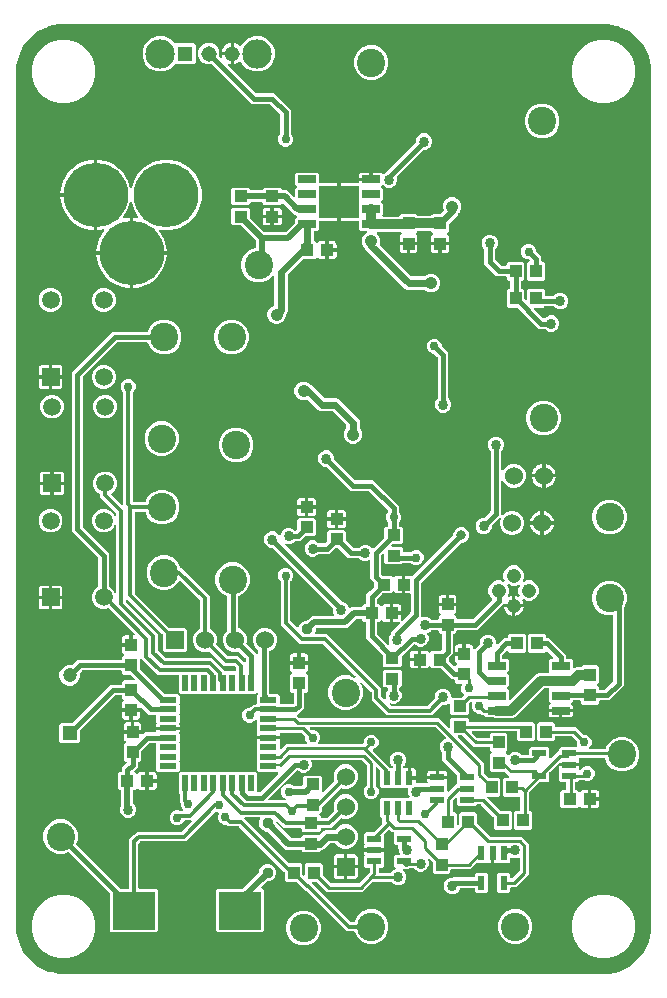
<source format=gbl>
G04 EAGLE Gerber RS-274X export*
G75*
%MOMM*%
%FSLAX34Y34*%
%LPD*%
%INBottom Copper*%
%IPPOS*%
%AMOC8*
5,1,8,0,0,1.08239X$1,22.5*%
G01*
%ADD10R,1.100000X1.000000*%
%ADD11R,1.000000X1.100000*%
%ADD12R,1.526000X0.650000*%
%ADD13R,1.200000X0.600000*%
%ADD14R,1.308000X1.308000*%
%ADD15C,1.308000*%
%ADD16C,2.490000*%
%ADD17R,0.600000X1.200000*%
%ADD18R,1.525000X0.650000*%
%ADD19R,3.400000X2.710000*%
%ADD20R,1.530000X1.530000*%
%ADD21C,1.530000*%
%ADD22C,1.524000*%
%ADD23R,3.550000X3.200000*%
%ADD24C,1.498000*%
%ADD25R,1.498000X1.498000*%
%ADD26C,1.208000*%
%ADD27R,1.461200X0.500800*%
%ADD28R,0.500800X1.461200*%
%ADD29C,5.460000*%
%ADD30C,2.400000*%
%ADD31R,1.205000X1.205000*%
%ADD32C,1.205000*%
%ADD33C,0.304800*%
%ADD34C,0.152400*%
%ADD35C,0.756400*%
%ADD36C,0.254000*%
%ADD37C,0.812800*%
%ADD38C,1.056400*%
%ADD39C,0.609600*%
%ADD40C,0.508000*%
%ADD41C,0.856400*%
%ADD42C,0.406400*%
%ADD43C,0.956400*%
%ADD44C,0.806400*%

G36*
X482616Y-116583D02*
X482616Y-116583D01*
X482643Y-116584D01*
X487079Y-116335D01*
X487111Y-116328D01*
X487206Y-116317D01*
X495856Y-114343D01*
X495858Y-114342D01*
X495859Y-114342D01*
X496017Y-114286D01*
X504012Y-110436D01*
X504013Y-110436D01*
X504014Y-110435D01*
X504156Y-110346D01*
X511093Y-104814D01*
X511094Y-104813D01*
X511095Y-104812D01*
X511214Y-104693D01*
X516746Y-97756D01*
X516746Y-97755D01*
X516747Y-97754D01*
X516836Y-97612D01*
X520686Y-89617D01*
X520687Y-89616D01*
X520687Y-89615D01*
X520743Y-89456D01*
X522717Y-80806D01*
X522719Y-80774D01*
X522735Y-80679D01*
X522984Y-76243D01*
X522982Y-76226D01*
X522985Y-76200D01*
X522985Y647700D01*
X522983Y647716D01*
X522984Y647743D01*
X522735Y652179D01*
X522728Y652211D01*
X522717Y652306D01*
X520743Y660956D01*
X520742Y660958D01*
X520742Y660959D01*
X520686Y661117D01*
X516836Y669112D01*
X516836Y669113D01*
X516835Y669114D01*
X516746Y669256D01*
X511214Y676193D01*
X511213Y676194D01*
X511212Y676195D01*
X511093Y676314D01*
X504156Y681846D01*
X504155Y681846D01*
X504154Y681847D01*
X504012Y681936D01*
X496017Y685786D01*
X496016Y685787D01*
X496015Y685788D01*
X495856Y685843D01*
X492910Y686515D01*
X489575Y687276D01*
X487206Y687817D01*
X487174Y687819D01*
X487079Y687835D01*
X482643Y688084D01*
X482626Y688082D01*
X482600Y688085D01*
X25400Y688085D01*
X25384Y688083D01*
X25357Y688084D01*
X20921Y687835D01*
X20889Y687828D01*
X20794Y687817D01*
X12144Y685843D01*
X12142Y685842D01*
X12141Y685842D01*
X11983Y685786D01*
X3988Y681936D01*
X3987Y681936D01*
X3986Y681935D01*
X3844Y681846D01*
X-3093Y676314D01*
X-3094Y676313D01*
X-3095Y676312D01*
X-3214Y676193D01*
X-8746Y669256D01*
X-8746Y669255D01*
X-8747Y669254D01*
X-8836Y669112D01*
X-12686Y661117D01*
X-12687Y661116D01*
X-12688Y661115D01*
X-12720Y661021D01*
X-12734Y660992D01*
X-12735Y660978D01*
X-12743Y660956D01*
X-14717Y652306D01*
X-14719Y652274D01*
X-14735Y652179D01*
X-14984Y647743D01*
X-14982Y647726D01*
X-14985Y647700D01*
X-14985Y-76200D01*
X-14983Y-76216D01*
X-14984Y-76243D01*
X-14735Y-80679D01*
X-14728Y-80711D01*
X-14717Y-80806D01*
X-12743Y-89456D01*
X-12742Y-89458D01*
X-12742Y-89459D01*
X-12686Y-89617D01*
X-8836Y-97612D01*
X-8836Y-97613D01*
X-8835Y-97614D01*
X-8746Y-97756D01*
X-3214Y-104693D01*
X-3213Y-104694D01*
X-3212Y-104695D01*
X-3093Y-104814D01*
X3844Y-110346D01*
X3845Y-110346D01*
X3846Y-110347D01*
X3895Y-110378D01*
X3903Y-110385D01*
X3911Y-110388D01*
X3988Y-110436D01*
X11983Y-114286D01*
X11984Y-114287D01*
X11985Y-114288D01*
X12144Y-114343D01*
X15218Y-115044D01*
X18553Y-115806D01*
X20794Y-116317D01*
X20826Y-116319D01*
X20921Y-116335D01*
X25357Y-116584D01*
X25374Y-116582D01*
X25400Y-116585D01*
X482600Y-116585D01*
X482616Y-116583D01*
G37*
%LPC*%
G36*
X282858Y-90741D02*
X282858Y-90741D01*
X277513Y-88527D01*
X273423Y-84437D01*
X271890Y-80735D01*
X271828Y-80635D01*
X271768Y-80535D01*
X271763Y-80531D01*
X271760Y-80526D01*
X271670Y-80451D01*
X271581Y-80375D01*
X271575Y-80373D01*
X271570Y-80369D01*
X271462Y-80327D01*
X271353Y-80283D01*
X271345Y-80282D01*
X271341Y-80281D01*
X271323Y-80280D01*
X271186Y-80265D01*
X265016Y-80265D01*
X230949Y-46198D01*
X230875Y-46145D01*
X230806Y-46085D01*
X230776Y-46073D01*
X230750Y-46054D01*
X230663Y-46027D01*
X230578Y-45993D01*
X230537Y-45989D01*
X230514Y-45982D01*
X230482Y-45983D01*
X230411Y-45975D01*
X229846Y-45975D01*
X222615Y-38744D01*
X222541Y-38691D01*
X222472Y-38631D01*
X222442Y-38619D01*
X222416Y-38600D01*
X222329Y-38573D01*
X222244Y-38539D01*
X222203Y-38535D01*
X222180Y-38528D01*
X222148Y-38529D01*
X222077Y-38521D01*
X214048Y-38521D01*
X212559Y-37032D01*
X212559Y-30663D01*
X212545Y-30573D01*
X212537Y-30482D01*
X212525Y-30452D01*
X212520Y-30420D01*
X212477Y-30340D01*
X212441Y-30256D01*
X212415Y-30224D01*
X212404Y-30203D01*
X212381Y-30181D01*
X212336Y-30125D01*
X173799Y8412D01*
X173725Y8465D01*
X173656Y8525D01*
X173626Y8537D01*
X173600Y8556D01*
X173513Y8583D01*
X173428Y8617D01*
X173387Y8621D01*
X173364Y8628D01*
X173332Y8627D01*
X173261Y8635D01*
X164313Y8635D01*
X163051Y9898D01*
X162977Y9951D01*
X162907Y10010D01*
X162877Y10022D01*
X162851Y10041D01*
X162764Y10068D01*
X162679Y10102D01*
X162638Y10107D01*
X162616Y10114D01*
X162584Y10113D01*
X162512Y10121D01*
X160996Y10121D01*
X158672Y11083D01*
X156893Y12862D01*
X155931Y15186D01*
X155931Y17701D01*
X156631Y19392D01*
X156641Y19436D01*
X156659Y19474D01*
X156661Y19479D01*
X156669Y19556D01*
X156687Y19632D01*
X156683Y19677D01*
X156688Y19723D01*
X156671Y19799D01*
X156664Y19877D01*
X156645Y19919D01*
X156636Y19963D01*
X156596Y20030D01*
X156564Y20101D01*
X156533Y20135D01*
X156510Y20175D01*
X156450Y20225D01*
X156398Y20282D01*
X156357Y20305D01*
X156323Y20334D01*
X156250Y20364D01*
X156182Y20401D01*
X156137Y20409D01*
X156094Y20426D01*
X155959Y20441D01*
X155940Y20445D01*
X155935Y20444D01*
X155928Y20445D01*
X155686Y20445D01*
X154393Y20980D01*
X154280Y21007D01*
X154166Y21036D01*
X154160Y21035D01*
X154154Y21037D01*
X154037Y21026D01*
X153921Y21017D01*
X153915Y21014D01*
X153909Y21013D01*
X153801Y20966D01*
X153695Y20920D01*
X153689Y20916D01*
X153684Y20913D01*
X153671Y20901D01*
X153564Y20815D01*
X128684Y-4065D01*
X90899Y-4065D01*
X90809Y-4079D01*
X90718Y-4087D01*
X90688Y-4099D01*
X90656Y-4104D01*
X90576Y-4147D01*
X90492Y-4183D01*
X90460Y-4209D01*
X90439Y-4220D01*
X90417Y-4243D01*
X90361Y-4288D01*
X89030Y-5618D01*
X88977Y-5692D01*
X88917Y-5762D01*
X88905Y-5792D01*
X88886Y-5818D01*
X88860Y-5905D01*
X88825Y-5990D01*
X88821Y-6031D01*
X88814Y-6053D01*
X88815Y-6085D01*
X88807Y-6157D01*
X88807Y-43389D01*
X88810Y-43409D01*
X88808Y-43429D01*
X88830Y-43530D01*
X88847Y-43632D01*
X88856Y-43649D01*
X88860Y-43669D01*
X88914Y-43758D01*
X88962Y-43849D01*
X88976Y-43863D01*
X88986Y-43880D01*
X89065Y-43947D01*
X89140Y-44019D01*
X89158Y-44027D01*
X89173Y-44040D01*
X89270Y-44079D01*
X89363Y-44122D01*
X89383Y-44124D01*
X89402Y-44132D01*
X89568Y-44150D01*
X103545Y-44150D01*
X105033Y-45639D01*
X105033Y-79743D01*
X103545Y-81232D01*
X65940Y-81232D01*
X64452Y-79743D01*
X64452Y-48374D01*
X64437Y-48284D01*
X64430Y-48193D01*
X64417Y-48163D01*
X64412Y-48131D01*
X64369Y-48050D01*
X64333Y-47966D01*
X64308Y-47934D01*
X64297Y-47914D01*
X64273Y-47891D01*
X64229Y-47835D01*
X29776Y-13383D01*
X29682Y-13315D01*
X29587Y-13245D01*
X29581Y-13243D01*
X29576Y-13239D01*
X29465Y-13205D01*
X29353Y-13169D01*
X29347Y-13169D01*
X29341Y-13167D01*
X29224Y-13170D01*
X29107Y-13171D01*
X29100Y-13173D01*
X29095Y-13173D01*
X29078Y-13180D01*
X28946Y-13218D01*
X25752Y-14541D01*
X19968Y-14541D01*
X14623Y-12327D01*
X10533Y-8237D01*
X8319Y-2892D01*
X8319Y2892D01*
X10533Y8237D01*
X14623Y12327D01*
X19968Y14541D01*
X25752Y14541D01*
X31097Y12327D01*
X35187Y8237D01*
X37401Y2892D01*
X37401Y-2892D01*
X36078Y-6086D01*
X36051Y-6200D01*
X36022Y-6313D01*
X36023Y-6320D01*
X36022Y-6326D01*
X36033Y-6442D01*
X36042Y-6559D01*
X36044Y-6564D01*
X36045Y-6571D01*
X36092Y-6678D01*
X36138Y-6785D01*
X36143Y-6791D01*
X36145Y-6795D01*
X36157Y-6809D01*
X36243Y-6916D01*
X73254Y-43927D01*
X73328Y-43980D01*
X73398Y-44040D01*
X73428Y-44052D01*
X73454Y-44071D01*
X73541Y-44098D01*
X73626Y-44132D01*
X73667Y-44136D01*
X73689Y-44143D01*
X73721Y-44142D01*
X73792Y-44150D01*
X79916Y-44150D01*
X79936Y-44147D01*
X79956Y-44149D01*
X80057Y-44127D01*
X80159Y-44111D01*
X80177Y-44101D01*
X80196Y-44097D01*
X80285Y-44044D01*
X80376Y-43996D01*
X80390Y-43981D01*
X80407Y-43971D01*
X80475Y-43892D01*
X80546Y-43817D01*
X80554Y-43799D01*
X80567Y-43784D01*
X80606Y-43688D01*
X80649Y-43594D01*
X80652Y-43574D01*
X80659Y-43556D01*
X80678Y-43389D01*
X80678Y-2474D01*
X84612Y1461D01*
X87216Y4065D01*
X125001Y4065D01*
X125091Y4079D01*
X125182Y4087D01*
X125212Y4099D01*
X125244Y4104D01*
X125324Y4147D01*
X125408Y4183D01*
X125440Y4209D01*
X125461Y4220D01*
X125483Y4243D01*
X125539Y4288D01*
X133568Y12317D01*
X133610Y12375D01*
X133660Y12427D01*
X133682Y12474D01*
X133712Y12516D01*
X133733Y12585D01*
X133763Y12650D01*
X133769Y12702D01*
X133784Y12752D01*
X133782Y12823D01*
X133790Y12895D01*
X133779Y12945D01*
X133778Y12997D01*
X133753Y13065D01*
X133738Y13135D01*
X133711Y13180D01*
X133693Y13228D01*
X133649Y13285D01*
X133612Y13346D01*
X133572Y13380D01*
X133540Y13421D01*
X133479Y13459D01*
X133425Y13506D01*
X133377Y13525D01*
X133333Y13554D01*
X133263Y13571D01*
X133197Y13598D01*
X133125Y13606D01*
X133094Y13614D01*
X133071Y13612D01*
X133030Y13616D01*
X128024Y13616D01*
X127909Y13598D01*
X127793Y13580D01*
X127787Y13578D01*
X127781Y13577D01*
X127679Y13522D01*
X127574Y13469D01*
X127569Y13464D01*
X127564Y13461D01*
X127483Y13377D01*
X127402Y13293D01*
X127398Y13287D01*
X127394Y13283D01*
X127387Y13266D01*
X127321Y13146D01*
X126974Y12310D01*
X125196Y10532D01*
X122872Y9569D01*
X120356Y9569D01*
X118033Y10532D01*
X116254Y12310D01*
X115291Y14634D01*
X115291Y17149D01*
X116254Y19473D01*
X118033Y21252D01*
X120356Y22214D01*
X122872Y22214D01*
X123863Y21804D01*
X123927Y21789D01*
X123988Y21764D01*
X124071Y21755D01*
X124103Y21748D01*
X124122Y21749D01*
X124155Y21746D01*
X126225Y21746D01*
X126295Y21757D01*
X126367Y21759D01*
X126416Y21777D01*
X126467Y21786D01*
X126531Y21819D01*
X126598Y21844D01*
X126639Y21876D01*
X126685Y21901D01*
X126734Y21953D01*
X126790Y21997D01*
X126818Y22041D01*
X126854Y22079D01*
X126884Y22144D01*
X126923Y22204D01*
X126936Y22255D01*
X126958Y22302D01*
X126966Y22373D01*
X126983Y22443D01*
X126979Y22495D01*
X126985Y22546D01*
X126970Y22617D01*
X126964Y22688D01*
X126944Y22736D01*
X126933Y22787D01*
X126896Y22848D01*
X126868Y22914D01*
X126823Y22970D01*
X126807Y22998D01*
X126789Y23013D01*
X126763Y23045D01*
X125450Y24358D01*
X124487Y26682D01*
X124487Y28199D01*
X124473Y28289D01*
X124465Y28380D01*
X124453Y28410D01*
X124448Y28442D01*
X124405Y28522D01*
X124369Y28606D01*
X124343Y28638D01*
X124332Y28659D01*
X124309Y28681D01*
X124264Y28737D01*
X124205Y28796D01*
X124205Y35416D01*
X124191Y35506D01*
X124183Y35597D01*
X124171Y35627D01*
X124166Y35659D01*
X124123Y35740D01*
X124087Y35824D01*
X124061Y35856D01*
X124050Y35876D01*
X124027Y35899D01*
X123982Y35955D01*
X123165Y36772D01*
X123165Y53488D01*
X124654Y54977D01*
X131804Y54977D01*
X131871Y54928D01*
X131891Y54922D01*
X131907Y54911D01*
X132008Y54886D01*
X132107Y54856D01*
X132127Y54856D01*
X132146Y54851D01*
X132249Y54859D01*
X132352Y54862D01*
X132371Y54869D01*
X132391Y54870D01*
X132486Y54911D01*
X132583Y54946D01*
X132599Y54959D01*
X132617Y54967D01*
X132630Y54977D01*
X139804Y54977D01*
X139871Y54928D01*
X139891Y54922D01*
X139907Y54911D01*
X140008Y54886D01*
X140107Y54856D01*
X140127Y54856D01*
X140146Y54851D01*
X140249Y54859D01*
X140352Y54862D01*
X140371Y54869D01*
X140391Y54870D01*
X140486Y54911D01*
X140583Y54946D01*
X140599Y54959D01*
X140617Y54967D01*
X140630Y54977D01*
X147804Y54977D01*
X147871Y54928D01*
X147891Y54922D01*
X147907Y54911D01*
X148008Y54886D01*
X148107Y54856D01*
X148127Y54856D01*
X148146Y54851D01*
X148249Y54859D01*
X148352Y54862D01*
X148371Y54869D01*
X148391Y54870D01*
X148486Y54911D01*
X148583Y54946D01*
X148599Y54959D01*
X148617Y54967D01*
X148630Y54977D01*
X155804Y54977D01*
X155871Y54928D01*
X155891Y54922D01*
X155907Y54911D01*
X156008Y54886D01*
X156107Y54856D01*
X156127Y54856D01*
X156146Y54851D01*
X156249Y54859D01*
X156352Y54862D01*
X156371Y54869D01*
X156391Y54870D01*
X156486Y54911D01*
X156583Y54946D01*
X156599Y54959D01*
X156617Y54967D01*
X156630Y54977D01*
X163804Y54977D01*
X163871Y54928D01*
X163891Y54922D01*
X163907Y54911D01*
X164008Y54886D01*
X164107Y54856D01*
X164127Y54856D01*
X164146Y54851D01*
X164249Y54859D01*
X164352Y54862D01*
X164371Y54869D01*
X164391Y54870D01*
X164486Y54911D01*
X164583Y54946D01*
X164599Y54959D01*
X164617Y54967D01*
X164630Y54977D01*
X171804Y54977D01*
X171871Y54928D01*
X171891Y54922D01*
X171907Y54911D01*
X172008Y54886D01*
X172107Y54856D01*
X172127Y54856D01*
X172146Y54851D01*
X172249Y54859D01*
X172352Y54862D01*
X172371Y54869D01*
X172391Y54870D01*
X172486Y54911D01*
X172583Y54946D01*
X172599Y54959D01*
X172617Y54967D01*
X172630Y54977D01*
X179804Y54977D01*
X179871Y54928D01*
X179891Y54922D01*
X179907Y54911D01*
X180008Y54886D01*
X180107Y54856D01*
X180127Y54856D01*
X180146Y54851D01*
X180249Y54859D01*
X180352Y54862D01*
X180371Y54869D01*
X180391Y54870D01*
X180486Y54911D01*
X180583Y54946D01*
X180599Y54959D01*
X180617Y54967D01*
X180630Y54977D01*
X187766Y54977D01*
X189255Y53488D01*
X189255Y38354D01*
X189258Y38334D01*
X189256Y38315D01*
X189278Y38213D01*
X189294Y38111D01*
X189304Y38094D01*
X189308Y38074D01*
X189361Y37985D01*
X189410Y37894D01*
X189424Y37880D01*
X189434Y37863D01*
X189513Y37796D01*
X189588Y37724D01*
X189606Y37716D01*
X189621Y37703D01*
X189717Y37664D01*
X189811Y37621D01*
X189831Y37619D01*
X189849Y37611D01*
X190016Y37593D01*
X190831Y37593D01*
X190921Y37607D01*
X191012Y37615D01*
X191041Y37627D01*
X191073Y37632D01*
X191154Y37675D01*
X191238Y37711D01*
X191270Y37737D01*
X191291Y37748D01*
X191313Y37771D01*
X191369Y37816D01*
X206839Y53286D01*
X206881Y53344D01*
X206930Y53396D01*
X206952Y53443D01*
X206982Y53485D01*
X207004Y53554D01*
X207034Y53619D01*
X207040Y53671D01*
X207055Y53721D01*
X207053Y53792D01*
X207061Y53863D01*
X207050Y53914D01*
X207048Y53966D01*
X207024Y54034D01*
X207009Y54104D01*
X206982Y54149D01*
X206964Y54197D01*
X206919Y54253D01*
X206882Y54315D01*
X206843Y54349D01*
X206810Y54389D01*
X206750Y54428D01*
X206696Y54475D01*
X206647Y54494D01*
X206603Y54522D01*
X206534Y54540D01*
X206467Y54567D01*
X206396Y54575D01*
X206365Y54583D01*
X206342Y54581D01*
X206301Y54585D01*
X190352Y54585D01*
X188863Y56074D01*
X188863Y63224D01*
X188912Y63291D01*
X188918Y63311D01*
X188929Y63327D01*
X188954Y63428D01*
X188984Y63527D01*
X188984Y63547D01*
X188989Y63566D01*
X188981Y63669D01*
X188978Y63772D01*
X188971Y63791D01*
X188970Y63811D01*
X188929Y63906D01*
X188894Y64003D01*
X188881Y64019D01*
X188873Y64037D01*
X188863Y64050D01*
X188863Y71224D01*
X188912Y71291D01*
X188918Y71311D01*
X188929Y71327D01*
X188954Y71428D01*
X188984Y71527D01*
X188984Y71547D01*
X188989Y71566D01*
X188981Y71669D01*
X188978Y71772D01*
X188971Y71791D01*
X188970Y71811D01*
X188929Y71906D01*
X188894Y72003D01*
X188881Y72019D01*
X188873Y72037D01*
X188863Y72050D01*
X188863Y79186D01*
X188911Y79234D01*
X188937Y79270D01*
X188969Y79299D01*
X189008Y79369D01*
X189055Y79434D01*
X189067Y79476D01*
X189089Y79514D01*
X189103Y79593D01*
X189127Y79669D01*
X189126Y79713D01*
X189134Y79756D01*
X189123Y79835D01*
X189121Y79915D01*
X189105Y79956D01*
X189099Y79999D01*
X189041Y80132D01*
X189037Y80144D01*
X188863Y80792D01*
X188863Y82379D01*
X198220Y82379D01*
X198239Y82382D01*
X198259Y82380D01*
X198361Y82402D01*
X198463Y82418D01*
X198480Y82428D01*
X198500Y82432D01*
X198589Y82485D01*
X198680Y82534D01*
X198694Y82548D01*
X198711Y82558D01*
X198716Y82564D01*
X198772Y82510D01*
X198790Y82502D01*
X198805Y82489D01*
X198902Y82450D01*
X198995Y82407D01*
X199015Y82405D01*
X199033Y82397D01*
X199200Y82379D01*
X208557Y82379D01*
X208557Y80791D01*
X208380Y80131D01*
X208373Y80112D01*
X208349Y80075D01*
X208329Y79998D01*
X208301Y79923D01*
X208299Y79879D01*
X208289Y79837D01*
X208295Y79757D01*
X208292Y79677D01*
X208304Y79635D01*
X208308Y79591D01*
X208339Y79518D01*
X208362Y79441D01*
X208387Y79405D01*
X208404Y79365D01*
X208495Y79252D01*
X208503Y79240D01*
X208506Y79238D01*
X208509Y79234D01*
X208557Y79186D01*
X208557Y74814D01*
X208568Y74743D01*
X208570Y74671D01*
X208588Y74622D01*
X208596Y74571D01*
X208630Y74508D01*
X208655Y74440D01*
X208687Y74400D01*
X208712Y74354D01*
X208764Y74304D01*
X208808Y74248D01*
X208852Y74220D01*
X208890Y74184D01*
X208955Y74154D01*
X209015Y74115D01*
X209066Y74103D01*
X209113Y74081D01*
X209184Y74073D01*
X209254Y74055D01*
X209306Y74059D01*
X209357Y74054D01*
X209428Y74069D01*
X209499Y74074D01*
X209547Y74095D01*
X209598Y74106D01*
X209659Y74143D01*
X209725Y74171D01*
X209781Y74215D01*
X209809Y74232D01*
X209824Y74250D01*
X209856Y74275D01*
X214098Y78517D01*
X230744Y78517D01*
X230814Y78528D01*
X230886Y78530D01*
X230935Y78548D01*
X230987Y78556D01*
X231050Y78590D01*
X231117Y78615D01*
X231158Y78647D01*
X231204Y78672D01*
X231253Y78724D01*
X231309Y78768D01*
X231337Y78812D01*
X231373Y78850D01*
X231404Y78915D01*
X231442Y78975D01*
X231455Y79026D01*
X231477Y79073D01*
X231485Y79144D01*
X231502Y79214D01*
X231498Y79266D01*
X231504Y79317D01*
X231489Y79388D01*
X231483Y79459D01*
X231463Y79507D01*
X231452Y79558D01*
X231415Y79619D01*
X231387Y79685D01*
X231342Y79741D01*
X231326Y79769D01*
X231308Y79784D01*
X231282Y79816D01*
X230860Y80238D01*
X229897Y82562D01*
X229897Y84438D01*
X229883Y84528D01*
X229875Y84619D01*
X229863Y84649D01*
X229858Y84681D01*
X229815Y84762D01*
X229779Y84846D01*
X229753Y84878D01*
X229742Y84898D01*
X229719Y84921D01*
X229674Y84976D01*
X227054Y87596D01*
X226981Y87649D01*
X226911Y87709D01*
X226881Y87721D01*
X226855Y87740D01*
X226768Y87767D01*
X226683Y87801D01*
X226642Y87805D01*
X226620Y87812D01*
X226587Y87811D01*
X226516Y87819D01*
X209187Y87819D01*
X209070Y87800D01*
X208952Y87782D01*
X208948Y87780D01*
X208944Y87780D01*
X208840Y87724D01*
X208733Y87669D01*
X208730Y87666D01*
X208727Y87664D01*
X208645Y87579D01*
X208562Y87493D01*
X208560Y87489D01*
X208557Y87486D01*
X208507Y87379D01*
X208456Y87271D01*
X208455Y87267D01*
X208454Y87263D01*
X208441Y87145D01*
X208426Y87027D01*
X208427Y87022D01*
X208427Y87019D01*
X208430Y87005D01*
X208452Y86861D01*
X208557Y86468D01*
X208557Y84881D01*
X199200Y84881D01*
X199181Y84878D01*
X199161Y84880D01*
X199059Y84858D01*
X198957Y84842D01*
X198940Y84832D01*
X198920Y84828D01*
X198831Y84775D01*
X198740Y84726D01*
X198726Y84712D01*
X198709Y84702D01*
X198704Y84696D01*
X198648Y84750D01*
X198630Y84758D01*
X198615Y84771D01*
X198518Y84810D01*
X198425Y84853D01*
X198405Y84855D01*
X198387Y84863D01*
X198220Y84881D01*
X188863Y84881D01*
X188863Y86468D01*
X189040Y87129D01*
X189047Y87148D01*
X189071Y87185D01*
X189091Y87262D01*
X189119Y87337D01*
X189121Y87381D01*
X189131Y87423D01*
X189125Y87503D01*
X189128Y87583D01*
X189116Y87625D01*
X189112Y87669D01*
X189081Y87742D01*
X189058Y87819D01*
X189033Y87855D01*
X189016Y87895D01*
X188925Y88008D01*
X188917Y88020D01*
X188914Y88022D01*
X188911Y88026D01*
X188863Y88074D01*
X188863Y95224D01*
X188912Y95291D01*
X188918Y95311D01*
X188929Y95327D01*
X188954Y95428D01*
X188984Y95527D01*
X188984Y95547D01*
X188989Y95566D01*
X188981Y95669D01*
X188978Y95772D01*
X188971Y95791D01*
X188970Y95811D01*
X188929Y95906D01*
X188894Y96003D01*
X188881Y96019D01*
X188873Y96037D01*
X188863Y96050D01*
X188863Y98074D01*
X188852Y98144D01*
X188850Y98216D01*
X188832Y98265D01*
X188824Y98317D01*
X188790Y98380D01*
X188765Y98447D01*
X188733Y98488D01*
X188708Y98534D01*
X188656Y98583D01*
X188612Y98639D01*
X188568Y98667D01*
X188530Y98703D01*
X188465Y98733D01*
X188405Y98772D01*
X188354Y98785D01*
X188307Y98807D01*
X188236Y98815D01*
X188166Y98832D01*
X188114Y98828D01*
X188063Y98834D01*
X187992Y98819D01*
X187921Y98813D01*
X187873Y98793D01*
X187822Y98782D01*
X187761Y98745D01*
X187695Y98717D01*
X187639Y98672D01*
X187611Y98656D01*
X187596Y98638D01*
X187564Y98612D01*
X186462Y97510D01*
X184138Y96547D01*
X181622Y96547D01*
X179298Y97510D01*
X177520Y99288D01*
X176557Y101612D01*
X176557Y104128D01*
X177520Y106452D01*
X179298Y108230D01*
X181622Y109193D01*
X183139Y109193D01*
X183229Y109207D01*
X183320Y109215D01*
X183350Y109227D01*
X183382Y109232D01*
X183462Y109275D01*
X183546Y109311D01*
X183578Y109337D01*
X183599Y109348D01*
X183621Y109371D01*
X183677Y109416D01*
X185956Y111695D01*
X188102Y111695D01*
X188122Y111698D01*
X188141Y111696D01*
X188243Y111718D01*
X188345Y111734D01*
X188362Y111744D01*
X188382Y111748D01*
X188471Y111801D01*
X188562Y111850D01*
X188576Y111864D01*
X188593Y111874D01*
X188660Y111953D01*
X188732Y112028D01*
X188740Y112046D01*
X188753Y112061D01*
X188792Y112157D01*
X188835Y112251D01*
X188837Y112271D01*
X188845Y112289D01*
X188863Y112456D01*
X188863Y119186D01*
X190104Y120427D01*
X190153Y120495D01*
X190155Y120497D01*
X190155Y120499D01*
X190157Y120501D01*
X190217Y120571D01*
X190229Y120601D01*
X190248Y120627D01*
X190275Y120714D01*
X190309Y120799D01*
X190313Y120840D01*
X190320Y120862D01*
X190319Y120894D01*
X190327Y120966D01*
X190327Y121006D01*
X190316Y121077D01*
X190314Y121149D01*
X190296Y121198D01*
X190288Y121249D01*
X190254Y121312D01*
X190229Y121380D01*
X190197Y121420D01*
X190172Y121466D01*
X190120Y121516D01*
X190076Y121572D01*
X190032Y121600D01*
X189994Y121636D01*
X189929Y121666D01*
X189869Y121705D01*
X189818Y121718D01*
X189771Y121739D01*
X189700Y121747D01*
X189630Y121765D01*
X189578Y121761D01*
X189527Y121767D01*
X189456Y121751D01*
X189385Y121746D01*
X189337Y121725D01*
X189286Y121714D01*
X189225Y121677D01*
X189159Y121649D01*
X189103Y121605D01*
X189075Y121588D01*
X189060Y121570D01*
X189028Y121545D01*
X187766Y120283D01*
X180616Y120283D01*
X180549Y120332D01*
X180529Y120338D01*
X180513Y120349D01*
X180412Y120374D01*
X180313Y120404D01*
X180293Y120404D01*
X180274Y120409D01*
X180171Y120401D01*
X180068Y120398D01*
X180049Y120391D01*
X180029Y120390D01*
X179934Y120349D01*
X179837Y120314D01*
X179821Y120301D01*
X179803Y120293D01*
X179790Y120283D01*
X172616Y120283D01*
X172549Y120332D01*
X172529Y120338D01*
X172513Y120349D01*
X172412Y120374D01*
X172313Y120404D01*
X172293Y120404D01*
X172274Y120409D01*
X172171Y120401D01*
X172068Y120398D01*
X172049Y120391D01*
X172029Y120390D01*
X171934Y120349D01*
X171837Y120314D01*
X171821Y120301D01*
X171803Y120293D01*
X171790Y120283D01*
X164616Y120283D01*
X164549Y120332D01*
X164529Y120338D01*
X164513Y120349D01*
X164412Y120374D01*
X164313Y120404D01*
X164293Y120404D01*
X164274Y120409D01*
X164171Y120401D01*
X164068Y120398D01*
X164049Y120391D01*
X164029Y120390D01*
X163934Y120349D01*
X163837Y120314D01*
X163821Y120301D01*
X163803Y120293D01*
X163790Y120283D01*
X156616Y120283D01*
X156549Y120332D01*
X156529Y120338D01*
X156513Y120349D01*
X156412Y120374D01*
X156313Y120404D01*
X156293Y120404D01*
X156274Y120409D01*
X156171Y120401D01*
X156068Y120398D01*
X156049Y120391D01*
X156029Y120390D01*
X155934Y120349D01*
X155837Y120314D01*
X155821Y120301D01*
X155803Y120293D01*
X155790Y120283D01*
X148616Y120283D01*
X148549Y120332D01*
X148529Y120338D01*
X148513Y120349D01*
X148412Y120374D01*
X148313Y120404D01*
X148293Y120404D01*
X148274Y120409D01*
X148171Y120401D01*
X148068Y120398D01*
X148049Y120391D01*
X148029Y120390D01*
X147934Y120349D01*
X147837Y120314D01*
X147821Y120301D01*
X147803Y120293D01*
X147790Y120283D01*
X140616Y120283D01*
X140549Y120332D01*
X140529Y120338D01*
X140513Y120349D01*
X140412Y120374D01*
X140313Y120404D01*
X140293Y120404D01*
X140274Y120409D01*
X140171Y120401D01*
X140068Y120398D01*
X140049Y120391D01*
X140029Y120390D01*
X139934Y120349D01*
X139837Y120314D01*
X139821Y120301D01*
X139803Y120293D01*
X139790Y120283D01*
X132616Y120283D01*
X132549Y120332D01*
X132529Y120338D01*
X132513Y120349D01*
X132412Y120374D01*
X132313Y120404D01*
X132293Y120404D01*
X132274Y120409D01*
X132171Y120401D01*
X132068Y120398D01*
X132049Y120391D01*
X132029Y120390D01*
X131934Y120349D01*
X131837Y120314D01*
X131821Y120301D01*
X131803Y120293D01*
X131790Y120283D01*
X124654Y120283D01*
X123165Y121772D01*
X123165Y136144D01*
X123162Y136164D01*
X123164Y136183D01*
X123142Y136285D01*
X123126Y136387D01*
X123116Y136404D01*
X123112Y136424D01*
X123059Y136513D01*
X123010Y136604D01*
X122996Y136618D01*
X122986Y136635D01*
X122907Y136702D01*
X122832Y136774D01*
X122814Y136782D01*
X122799Y136795D01*
X122703Y136834D01*
X122609Y136877D01*
X122589Y136879D01*
X122571Y136887D01*
X122404Y136905D01*
X104996Y136905D01*
X93789Y148112D01*
X91390Y150511D01*
X91332Y150553D01*
X91280Y150603D01*
X91233Y150625D01*
X91191Y150655D01*
X91122Y150676D01*
X91057Y150706D01*
X91005Y150712D01*
X90955Y150727D01*
X90884Y150725D01*
X90813Y150733D01*
X90762Y150722D01*
X90710Y150721D01*
X90642Y150696D01*
X90572Y150681D01*
X90527Y150654D01*
X90479Y150636D01*
X90423Y150592D01*
X90361Y150555D01*
X90327Y150515D01*
X90287Y150483D01*
X90248Y150422D01*
X90201Y150368D01*
X90182Y150320D01*
X90154Y150276D01*
X90136Y150206D01*
X90109Y150140D01*
X90101Y150068D01*
X90093Y150037D01*
X90095Y150014D01*
X90091Y149973D01*
X90091Y142221D01*
X90093Y142209D01*
X90092Y142200D01*
X90102Y142155D01*
X90106Y142131D01*
X90113Y142040D01*
X90125Y142011D01*
X90130Y141979D01*
X90173Y141898D01*
X90209Y141814D01*
X90235Y141782D01*
X90246Y141761D01*
X90269Y141739D01*
X90314Y141683D01*
X111099Y120898D01*
X111173Y120845D01*
X111243Y120785D01*
X111273Y120773D01*
X111299Y120754D01*
X111386Y120727D01*
X111471Y120693D01*
X111512Y120689D01*
X111534Y120682D01*
X111566Y120683D01*
X111637Y120675D01*
X122068Y120675D01*
X123557Y119186D01*
X123557Y112036D01*
X123508Y111969D01*
X123502Y111949D01*
X123491Y111933D01*
X123466Y111832D01*
X123436Y111733D01*
X123436Y111713D01*
X123431Y111694D01*
X123439Y111591D01*
X123442Y111488D01*
X123449Y111469D01*
X123450Y111449D01*
X123491Y111354D01*
X123526Y111257D01*
X123539Y111241D01*
X123547Y111223D01*
X123557Y111210D01*
X123557Y104036D01*
X123508Y103969D01*
X123502Y103949D01*
X123491Y103933D01*
X123466Y103832D01*
X123436Y103733D01*
X123436Y103713D01*
X123431Y103694D01*
X123439Y103591D01*
X123442Y103488D01*
X123449Y103469D01*
X123450Y103449D01*
X123491Y103354D01*
X123526Y103257D01*
X123539Y103241D01*
X123547Y103223D01*
X123557Y103210D01*
X123557Y96074D01*
X123509Y96026D01*
X123484Y95990D01*
X123451Y95961D01*
X123412Y95891D01*
X123365Y95826D01*
X123353Y95784D01*
X123331Y95746D01*
X123317Y95668D01*
X123293Y95591D01*
X123294Y95547D01*
X123286Y95504D01*
X123297Y95425D01*
X123299Y95345D01*
X123315Y95304D01*
X123321Y95261D01*
X123379Y95127D01*
X123383Y95116D01*
X123557Y94468D01*
X123557Y92881D01*
X114200Y92881D01*
X114181Y92878D01*
X114161Y92880D01*
X114059Y92858D01*
X113957Y92842D01*
X113940Y92832D01*
X113920Y92828D01*
X113831Y92775D01*
X113740Y92726D01*
X113726Y92712D01*
X113709Y92702D01*
X113704Y92696D01*
X113648Y92750D01*
X113630Y92758D01*
X113615Y92771D01*
X113518Y92810D01*
X113425Y92853D01*
X113405Y92855D01*
X113387Y92863D01*
X113220Y92881D01*
X103863Y92881D01*
X103863Y94468D01*
X104040Y95129D01*
X104047Y95148D01*
X104071Y95185D01*
X104091Y95262D01*
X104119Y95337D01*
X104121Y95381D01*
X104131Y95423D01*
X104125Y95503D01*
X104128Y95583D01*
X104116Y95625D01*
X104112Y95669D01*
X104081Y95742D01*
X104058Y95819D01*
X104033Y95855D01*
X104016Y95895D01*
X103925Y96009D01*
X103917Y96020D01*
X103914Y96022D01*
X103911Y96026D01*
X103863Y96074D01*
X103863Y102296D01*
X103860Y102316D01*
X103862Y102335D01*
X103840Y102437D01*
X103824Y102539D01*
X103814Y102556D01*
X103810Y102576D01*
X103757Y102665D01*
X103708Y102756D01*
X103694Y102770D01*
X103684Y102787D01*
X103605Y102854D01*
X103530Y102926D01*
X103512Y102934D01*
X103497Y102947D01*
X103401Y102986D01*
X103307Y103029D01*
X103287Y103031D01*
X103269Y103039D01*
X103102Y103057D01*
X97096Y103057D01*
X91390Y108763D01*
X91332Y108805D01*
X91280Y108854D01*
X91233Y108876D01*
X91191Y108906D01*
X91122Y108928D01*
X91057Y108958D01*
X91005Y108963D01*
X90955Y108979D01*
X90884Y108977D01*
X90813Y108985D01*
X90762Y108974D01*
X90710Y108972D01*
X90642Y108948D01*
X90572Y108933D01*
X90527Y108906D01*
X90479Y108888D01*
X90423Y108843D01*
X90361Y108806D01*
X90327Y108767D01*
X90287Y108734D01*
X90248Y108674D01*
X90201Y108620D01*
X90191Y108593D01*
X83312Y108593D01*
X83292Y108590D01*
X83273Y108592D01*
X83171Y108570D01*
X83069Y108553D01*
X83052Y108544D01*
X83032Y108540D01*
X82943Y108487D01*
X82852Y108438D01*
X82838Y108424D01*
X82821Y108414D01*
X82754Y108335D01*
X82683Y108260D01*
X82674Y108242D01*
X82661Y108227D01*
X82622Y108131D01*
X82579Y108037D01*
X82577Y108017D01*
X82569Y107999D01*
X82551Y107832D01*
X82551Y107069D01*
X82549Y107069D01*
X82549Y107832D01*
X82546Y107852D01*
X82548Y107871D01*
X82526Y107973D01*
X82509Y108075D01*
X82500Y108092D01*
X82496Y108112D01*
X82443Y108201D01*
X82394Y108292D01*
X82380Y108306D01*
X82370Y108323D01*
X82291Y108390D01*
X82216Y108461D01*
X82198Y108470D01*
X82183Y108483D01*
X82087Y108522D01*
X81993Y108565D01*
X81973Y108567D01*
X81955Y108575D01*
X81788Y108593D01*
X75009Y108593D01*
X75009Y112904D01*
X75182Y113551D01*
X75517Y114130D01*
X75990Y114603D01*
X76357Y114815D01*
X76450Y114891D01*
X76542Y114964D01*
X76544Y114968D01*
X76547Y114971D01*
X76611Y115072D01*
X76675Y115171D01*
X76676Y115175D01*
X76678Y115179D01*
X76706Y115295D01*
X76735Y115410D01*
X76734Y115414D01*
X76735Y115418D01*
X76725Y115537D01*
X76716Y115655D01*
X76714Y115659D01*
X76714Y115663D01*
X76666Y115773D01*
X76619Y115881D01*
X76616Y115885D01*
X76615Y115888D01*
X76605Y115899D01*
X76514Y116012D01*
X75009Y117518D01*
X75009Y118736D01*
X75006Y118756D01*
X75008Y118775D01*
X74986Y118877D01*
X74970Y118979D01*
X74960Y118996D01*
X74956Y119016D01*
X74903Y119105D01*
X74854Y119196D01*
X74840Y119210D01*
X74830Y119227D01*
X74751Y119294D01*
X74676Y119366D01*
X74658Y119374D01*
X74643Y119387D01*
X74547Y119426D01*
X74453Y119469D01*
X74433Y119471D01*
X74415Y119479D01*
X74248Y119497D01*
X69129Y119497D01*
X69039Y119483D01*
X68948Y119475D01*
X68919Y119463D01*
X68887Y119458D01*
X68806Y119415D01*
X68722Y119379D01*
X68690Y119353D01*
X68669Y119342D01*
X68647Y119319D01*
X68591Y119274D01*
X39269Y89952D01*
X39216Y89878D01*
X39156Y89808D01*
X39144Y89778D01*
X39125Y89752D01*
X39098Y89665D01*
X39064Y89580D01*
X39060Y89539D01*
X39053Y89517D01*
X39054Y89485D01*
X39046Y89414D01*
X39046Y80553D01*
X37557Y79064D01*
X23403Y79064D01*
X21914Y80553D01*
X21914Y94707D01*
X23403Y96196D01*
X32264Y96196D01*
X32354Y96210D01*
X32445Y96218D01*
X32474Y96230D01*
X32506Y96235D01*
X32587Y96278D01*
X32671Y96314D01*
X32703Y96340D01*
X32724Y96351D01*
X32746Y96374D01*
X32802Y96419D01*
X62124Y125741D01*
X65026Y128643D01*
X74248Y128643D01*
X74268Y128646D01*
X74287Y128644D01*
X74389Y128666D01*
X74491Y128682D01*
X74508Y128692D01*
X74528Y128696D01*
X74617Y128749D01*
X74708Y128798D01*
X74722Y128812D01*
X74739Y128822D01*
X74806Y128901D01*
X74878Y128976D01*
X74886Y128994D01*
X74899Y129009D01*
X74938Y129105D01*
X74981Y129199D01*
X74983Y129219D01*
X74991Y129237D01*
X75009Y129404D01*
X75009Y130622D01*
X76498Y132111D01*
X85115Y132111D01*
X85185Y132122D01*
X85257Y132124D01*
X85306Y132142D01*
X85357Y132150D01*
X85421Y132184D01*
X85488Y132209D01*
X85529Y132241D01*
X85575Y132266D01*
X85624Y132318D01*
X85680Y132362D01*
X85708Y132406D01*
X85744Y132444D01*
X85774Y132509D01*
X85813Y132569D01*
X85826Y132620D01*
X85848Y132667D01*
X85856Y132738D01*
X85873Y132808D01*
X85869Y132860D01*
X85875Y132911D01*
X85860Y132982D01*
X85854Y133053D01*
X85834Y133101D01*
X85823Y133152D01*
X85786Y133213D01*
X85758Y133279D01*
X85713Y133335D01*
X85696Y133363D01*
X85679Y133378D01*
X85653Y133410D01*
X82157Y136906D01*
X82083Y136959D01*
X82013Y137019D01*
X81983Y137031D01*
X81957Y137050D01*
X81870Y137077D01*
X81785Y137111D01*
X81744Y137115D01*
X81722Y137122D01*
X81690Y137121D01*
X81619Y137129D01*
X76498Y137129D01*
X75009Y138618D01*
X75009Y139836D01*
X75006Y139856D01*
X75008Y139875D01*
X74986Y139977D01*
X74970Y140079D01*
X74960Y140096D01*
X74956Y140116D01*
X74903Y140205D01*
X74854Y140296D01*
X74840Y140310D01*
X74830Y140327D01*
X74751Y140394D01*
X74676Y140466D01*
X74658Y140474D01*
X74643Y140487D01*
X74547Y140526D01*
X74453Y140569D01*
X74433Y140571D01*
X74415Y140579D01*
X74248Y140597D01*
X41429Y140597D01*
X41339Y140583D01*
X41248Y140575D01*
X41219Y140563D01*
X41187Y140558D01*
X41106Y140515D01*
X41022Y140479D01*
X40990Y140453D01*
X40969Y140442D01*
X40947Y140419D01*
X40891Y140374D01*
X39269Y138752D01*
X39216Y138678D01*
X39156Y138608D01*
X39144Y138578D01*
X39125Y138552D01*
X39098Y138465D01*
X39064Y138380D01*
X39060Y138339D01*
X39053Y138317D01*
X39054Y138285D01*
X39046Y138214D01*
X39046Y134726D01*
X37742Y131578D01*
X35332Y129168D01*
X32184Y127864D01*
X28776Y127864D01*
X25628Y129168D01*
X23218Y131578D01*
X21914Y134726D01*
X21914Y138134D01*
X23218Y141282D01*
X25628Y143692D01*
X28776Y144996D01*
X32264Y144996D01*
X32354Y145010D01*
X32445Y145018D01*
X32474Y145030D01*
X32506Y145035D01*
X32587Y145078D01*
X32671Y145114D01*
X32703Y145140D01*
X32724Y145151D01*
X32746Y145174D01*
X32802Y145219D01*
X34424Y146841D01*
X37326Y149743D01*
X74248Y149743D01*
X74268Y149746D01*
X74287Y149744D01*
X74389Y149766D01*
X74491Y149782D01*
X74508Y149792D01*
X74528Y149796D01*
X74617Y149849D01*
X74708Y149898D01*
X74722Y149912D01*
X74739Y149922D01*
X74806Y150001D01*
X74878Y150076D01*
X74886Y150094D01*
X74899Y150109D01*
X74938Y150205D01*
X74981Y150299D01*
X74983Y150319D01*
X74991Y150337D01*
X75009Y150504D01*
X75009Y151722D01*
X76514Y153228D01*
X76583Y153323D01*
X76654Y153420D01*
X76656Y153424D01*
X76658Y153427D01*
X76693Y153540D01*
X76729Y153654D01*
X76729Y153658D01*
X76730Y153662D01*
X76727Y153781D01*
X76725Y153900D01*
X76724Y153904D01*
X76724Y153908D01*
X76683Y154020D01*
X76644Y154132D01*
X76641Y154135D01*
X76640Y154139D01*
X76565Y154233D01*
X76492Y154326D01*
X76488Y154329D01*
X76486Y154331D01*
X76474Y154339D01*
X76357Y154425D01*
X75990Y154637D01*
X75517Y155110D01*
X75182Y155689D01*
X75009Y156336D01*
X75009Y160647D01*
X81788Y160647D01*
X81808Y160650D01*
X81827Y160648D01*
X81929Y160670D01*
X82031Y160687D01*
X82048Y160696D01*
X82068Y160700D01*
X82157Y160753D01*
X82248Y160802D01*
X82262Y160816D01*
X82279Y160826D01*
X82346Y160905D01*
X82417Y160980D01*
X82426Y160998D01*
X82439Y161013D01*
X82478Y161109D01*
X82521Y161203D01*
X82523Y161223D01*
X82531Y161241D01*
X82549Y161408D01*
X82549Y162171D01*
X83312Y162171D01*
X83332Y162174D01*
X83351Y162172D01*
X83453Y162194D01*
X83555Y162211D01*
X83572Y162220D01*
X83592Y162224D01*
X83681Y162277D01*
X83772Y162326D01*
X83786Y162340D01*
X83803Y162350D01*
X83870Y162429D01*
X83941Y162504D01*
X83950Y162522D01*
X83963Y162537D01*
X84002Y162633D01*
X84045Y162727D01*
X84047Y162747D01*
X84055Y162765D01*
X84073Y162932D01*
X84073Y170211D01*
X85093Y170211D01*
X85164Y170222D01*
X85236Y170224D01*
X85285Y170242D01*
X85336Y170250D01*
X85399Y170284D01*
X85467Y170309D01*
X85507Y170341D01*
X85553Y170366D01*
X85603Y170417D01*
X85659Y170462D01*
X85687Y170506D01*
X85723Y170544D01*
X85753Y170609D01*
X85792Y170669D01*
X85804Y170720D01*
X85826Y170767D01*
X85834Y170838D01*
X85852Y170908D01*
X85848Y170960D01*
X85853Y171011D01*
X85838Y171082D01*
X85833Y171153D01*
X85812Y171201D01*
X85801Y171252D01*
X85764Y171313D01*
X85736Y171379D01*
X85691Y171435D01*
X85675Y171463D01*
X85657Y171478D01*
X85631Y171510D01*
X64087Y193055D01*
X63993Y193122D01*
X63898Y193193D01*
X63892Y193194D01*
X63887Y193198D01*
X63776Y193232D01*
X63664Y193269D01*
X63658Y193269D01*
X63652Y193270D01*
X63535Y193267D01*
X63419Y193266D01*
X63411Y193264D01*
X63406Y193264D01*
X63389Y193258D01*
X63257Y193220D01*
X61325Y192419D01*
X57335Y192419D01*
X53648Y193946D01*
X50826Y196768D01*
X49299Y200455D01*
X49299Y204445D01*
X50826Y208132D01*
X53648Y210954D01*
X54287Y211218D01*
X54387Y211280D01*
X54487Y211340D01*
X54491Y211345D01*
X54496Y211348D01*
X54571Y211438D01*
X54647Y211527D01*
X54649Y211533D01*
X54653Y211538D01*
X54695Y211646D01*
X54739Y211755D01*
X54740Y211763D01*
X54741Y211767D01*
X54742Y211785D01*
X54757Y211922D01*
X54757Y235707D01*
X54743Y235797D01*
X54735Y235888D01*
X54723Y235917D01*
X54718Y235949D01*
X54675Y236030D01*
X54639Y236114D01*
X54613Y236146D01*
X54602Y236167D01*
X54579Y236189D01*
X54534Y236245D01*
X32281Y258498D01*
X32281Y393078D01*
X66686Y427483D01*
X96137Y427483D01*
X96251Y427502D01*
X96368Y427519D01*
X96373Y427521D01*
X96379Y427522D01*
X96482Y427577D01*
X96587Y427630D01*
X96591Y427635D01*
X96597Y427638D01*
X96677Y427722D01*
X96759Y427806D01*
X96763Y427812D01*
X96766Y427816D01*
X96774Y427833D01*
X96840Y427953D01*
X98163Y431147D01*
X102253Y435237D01*
X107598Y437451D01*
X113382Y437451D01*
X118727Y435237D01*
X122817Y431147D01*
X125031Y425802D01*
X125031Y420018D01*
X122817Y414673D01*
X118727Y410583D01*
X113382Y408369D01*
X107598Y408369D01*
X102253Y410583D01*
X98163Y414673D01*
X96840Y417867D01*
X96778Y417967D01*
X96718Y418067D01*
X96714Y418071D01*
X96710Y418076D01*
X96620Y418151D01*
X96532Y418227D01*
X96526Y418229D01*
X96521Y418233D01*
X96412Y418275D01*
X96303Y418319D01*
X96296Y418320D01*
X96291Y418321D01*
X96273Y418322D01*
X96137Y418337D01*
X70789Y418337D01*
X70699Y418323D01*
X70608Y418315D01*
X70579Y418303D01*
X70547Y418298D01*
X70466Y418255D01*
X70382Y418219D01*
X70350Y418193D01*
X70329Y418182D01*
X70307Y418159D01*
X70251Y418114D01*
X41650Y389513D01*
X41597Y389439D01*
X41537Y389369D01*
X41525Y389339D01*
X41506Y389313D01*
X41479Y389226D01*
X41445Y389141D01*
X41441Y389100D01*
X41434Y389078D01*
X41435Y389046D01*
X41427Y388975D01*
X41427Y262602D01*
X41441Y262511D01*
X41449Y262421D01*
X41461Y262391D01*
X41466Y262359D01*
X41509Y262278D01*
X41545Y262194D01*
X41571Y262162D01*
X41582Y262141D01*
X41605Y262119D01*
X41650Y262063D01*
X63903Y239810D01*
X63903Y211922D01*
X63922Y211807D01*
X63939Y211691D01*
X63941Y211685D01*
X63942Y211679D01*
X63997Y211576D01*
X64050Y211472D01*
X64055Y211467D01*
X64058Y211462D01*
X64142Y211382D01*
X64226Y211299D01*
X64232Y211296D01*
X64236Y211292D01*
X64253Y211284D01*
X64373Y211218D01*
X65012Y210954D01*
X67834Y208132D01*
X68443Y206660D01*
X68495Y206577D01*
X68540Y206491D01*
X68559Y206473D01*
X68573Y206451D01*
X68648Y206389D01*
X68719Y206322D01*
X68742Y206311D01*
X68762Y206294D01*
X68853Y206259D01*
X68942Y206218D01*
X68968Y206215D01*
X68992Y206206D01*
X69089Y206202D01*
X69186Y206191D01*
X69212Y206197D01*
X69238Y206196D01*
X69331Y206223D01*
X69426Y206243D01*
X69449Y206257D01*
X69474Y206264D01*
X69554Y206320D01*
X69638Y206370D01*
X69655Y206389D01*
X69676Y206404D01*
X69734Y206483D01*
X69797Y206557D01*
X69807Y206581D01*
X69823Y206602D01*
X69853Y206694D01*
X69889Y206785D01*
X69893Y206817D01*
X69899Y206836D01*
X69899Y206869D01*
X69908Y206951D01*
X69908Y262949D01*
X69892Y263045D01*
X69883Y263142D01*
X69872Y263166D01*
X69868Y263191D01*
X69823Y263277D01*
X69783Y263366D01*
X69765Y263386D01*
X69753Y263409D01*
X69682Y263476D01*
X69617Y263547D01*
X69594Y263560D01*
X69575Y263578D01*
X69486Y263619D01*
X69401Y263666D01*
X69375Y263671D01*
X69352Y263682D01*
X69255Y263692D01*
X69159Y263710D01*
X69133Y263706D01*
X69107Y263709D01*
X69012Y263688D01*
X68916Y263674D01*
X68892Y263662D01*
X68867Y263657D01*
X68783Y263607D01*
X68696Y263562D01*
X68678Y263544D01*
X68656Y263530D01*
X68592Y263456D01*
X68524Y263387D01*
X68508Y263358D01*
X68496Y263343D01*
X68483Y263313D01*
X68443Y263240D01*
X67834Y261768D01*
X65012Y258946D01*
X61325Y257419D01*
X57335Y257419D01*
X53648Y258946D01*
X50826Y261768D01*
X49299Y265455D01*
X49299Y269445D01*
X50826Y273132D01*
X53648Y275954D01*
X57335Y277481D01*
X61325Y277481D01*
X65012Y275954D01*
X67834Y273132D01*
X68443Y271660D01*
X68495Y271577D01*
X68540Y271491D01*
X68559Y271473D01*
X68573Y271451D01*
X68648Y271389D01*
X68719Y271322D01*
X68742Y271311D01*
X68762Y271294D01*
X68853Y271259D01*
X68942Y271218D01*
X68968Y271215D01*
X68992Y271206D01*
X69089Y271202D01*
X69186Y271191D01*
X69212Y271197D01*
X69238Y271196D01*
X69331Y271223D01*
X69426Y271243D01*
X69449Y271257D01*
X69474Y271264D01*
X69554Y271320D01*
X69638Y271370D01*
X69655Y271389D01*
X69676Y271404D01*
X69734Y271483D01*
X69797Y271557D01*
X69807Y271581D01*
X69823Y271602D01*
X69853Y271694D01*
X69889Y271785D01*
X69893Y271817D01*
X69899Y271836D01*
X69899Y271869D01*
X69908Y271951D01*
X69908Y273505D01*
X69893Y273595D01*
X69886Y273686D01*
X69873Y273715D01*
X69868Y273747D01*
X69825Y273828D01*
X69790Y273912D01*
X69764Y273944D01*
X69753Y273965D01*
X69730Y273987D01*
X69685Y274043D01*
X56535Y287192D01*
X56535Y289288D01*
X56516Y289403D01*
X56499Y289519D01*
X56497Y289524D01*
X56496Y289531D01*
X56441Y289633D01*
X56388Y289738D01*
X56383Y289742D01*
X56380Y289748D01*
X56296Y289828D01*
X56212Y289910D01*
X56206Y289914D01*
X56202Y289917D01*
X56185Y289925D01*
X56065Y289991D01*
X54918Y290466D01*
X52096Y293288D01*
X50569Y296975D01*
X50569Y300965D01*
X52096Y304652D01*
X54918Y307474D01*
X58605Y309001D01*
X62595Y309001D01*
X66282Y307474D01*
X69104Y304652D01*
X70631Y300965D01*
X70631Y296975D01*
X69104Y293288D01*
X66282Y290466D01*
X66257Y290456D01*
X66218Y290432D01*
X66175Y290416D01*
X66114Y290367D01*
X66048Y290327D01*
X66019Y290291D01*
X65983Y290262D01*
X65941Y290197D01*
X65891Y290137D01*
X65875Y290094D01*
X65850Y290055D01*
X65831Y289980D01*
X65803Y289907D01*
X65801Y289861D01*
X65790Y289817D01*
X65796Y289739D01*
X65793Y289662D01*
X65805Y289618D01*
X65809Y289572D01*
X65839Y289500D01*
X65861Y289425D01*
X65887Y289388D01*
X65905Y289345D01*
X65991Y289239D01*
X66001Y289223D01*
X66005Y289220D01*
X66010Y289214D01*
X74646Y280579D01*
X74704Y280537D01*
X74756Y280488D01*
X74803Y280466D01*
X74845Y280435D01*
X74914Y280414D01*
X74979Y280384D01*
X75031Y280378D01*
X75081Y280363D01*
X75152Y280365D01*
X75223Y280357D01*
X75274Y280368D01*
X75326Y280369D01*
X75394Y280394D01*
X75464Y280409D01*
X75509Y280436D01*
X75557Y280454D01*
X75613Y280499D01*
X75675Y280535D01*
X75709Y280575D01*
X75749Y280607D01*
X75788Y280668D01*
X75835Y280722D01*
X75854Y280770D01*
X75882Y280814D01*
X75900Y280884D01*
X75927Y280950D01*
X75935Y281022D01*
X75943Y281053D01*
X75941Y281076D01*
X75945Y281117D01*
X75945Y375808D01*
X75931Y375898D01*
X75923Y375989D01*
X75911Y376018D01*
X75906Y376050D01*
X75863Y376131D01*
X75827Y376215D01*
X75801Y376247D01*
X75790Y376268D01*
X75767Y376290D01*
X75722Y376346D01*
X74650Y377418D01*
X73687Y379742D01*
X73687Y382258D01*
X74650Y384582D01*
X76428Y386360D01*
X78752Y387323D01*
X81268Y387323D01*
X83592Y386360D01*
X85370Y384582D01*
X86333Y382258D01*
X86333Y379742D01*
X85370Y377418D01*
X84298Y376346D01*
X84245Y376272D01*
X84185Y376203D01*
X84173Y376172D01*
X84154Y376146D01*
X84127Y376059D01*
X84093Y375974D01*
X84089Y375933D01*
X84082Y375911D01*
X84083Y375879D01*
X84075Y375808D01*
X84075Y283939D01*
X84089Y283849D01*
X84097Y283758D01*
X84109Y283728D01*
X84114Y283696D01*
X84157Y283616D01*
X84193Y283532D01*
X84219Y283500D01*
X84230Y283479D01*
X84253Y283457D01*
X84298Y283401D01*
X84481Y283217D01*
X84555Y283164D01*
X84624Y283105D01*
X84655Y283093D01*
X84681Y283074D01*
X84768Y283047D01*
X84853Y283013D01*
X84894Y283008D01*
X84916Y283001D01*
X84948Y283002D01*
X85019Y282994D01*
X94167Y282994D01*
X94281Y283013D01*
X94398Y283030D01*
X94403Y283033D01*
X94409Y283034D01*
X94512Y283088D01*
X94617Y283142D01*
X94621Y283146D01*
X94627Y283149D01*
X94707Y283233D01*
X94789Y283317D01*
X94793Y283324D01*
X94796Y283328D01*
X94804Y283344D01*
X94870Y283464D01*
X96403Y287166D01*
X100494Y291257D01*
X105838Y293470D01*
X111623Y293470D01*
X116967Y291257D01*
X121057Y287166D01*
X123271Y281822D01*
X123271Y276037D01*
X121057Y270693D01*
X116967Y266603D01*
X111623Y264389D01*
X105838Y264389D01*
X100494Y266603D01*
X96403Y270693D01*
X94870Y274395D01*
X94808Y274494D01*
X94748Y274595D01*
X94744Y274599D01*
X94740Y274604D01*
X94650Y274679D01*
X94562Y274754D01*
X94556Y274757D01*
X94551Y274761D01*
X94443Y274802D01*
X94333Y274846D01*
X94326Y274847D01*
X94321Y274849D01*
X94303Y274850D01*
X94167Y274865D01*
X86741Y274865D01*
X86721Y274862D01*
X86702Y274864D01*
X86600Y274842D01*
X86498Y274825D01*
X86481Y274816D01*
X86461Y274812D01*
X86372Y274758D01*
X86281Y274710D01*
X86267Y274696D01*
X86250Y274685D01*
X86183Y274607D01*
X86111Y274532D01*
X86103Y274514D01*
X86090Y274499D01*
X86051Y274402D01*
X86008Y274309D01*
X86006Y274289D01*
X85998Y274270D01*
X85980Y274104D01*
X85980Y206116D01*
X85994Y206026D01*
X86002Y205935D01*
X86014Y205905D01*
X86019Y205873D01*
X86062Y205792D01*
X86098Y205708D01*
X86124Y205676D01*
X86135Y205656D01*
X86158Y205633D01*
X86203Y205577D01*
X114867Y176913D01*
X114941Y176860D01*
X115011Y176800D01*
X115041Y176788D01*
X115067Y176769D01*
X115154Y176742D01*
X115239Y176708D01*
X115280Y176704D01*
X115302Y176697D01*
X115334Y176698D01*
X115406Y176690D01*
X128235Y176690D01*
X129723Y175201D01*
X129723Y157797D01*
X128235Y156308D01*
X110830Y156308D01*
X109342Y157797D01*
X109342Y170626D01*
X109327Y170716D01*
X109320Y170807D01*
X109307Y170837D01*
X109302Y170869D01*
X109259Y170950D01*
X109224Y171033D01*
X109198Y171066D01*
X109187Y171086D01*
X109164Y171108D01*
X109119Y171164D01*
X79337Y200947D01*
X79279Y200988D01*
X79227Y201038D01*
X79179Y201060D01*
X79137Y201090D01*
X79069Y201111D01*
X79004Y201141D01*
X78952Y201147D01*
X78902Y201162D01*
X78830Y201161D01*
X78759Y201168D01*
X78708Y201157D01*
X78656Y201156D01*
X78589Y201131D01*
X78519Y201116D01*
X78474Y201090D01*
X78425Y201072D01*
X78369Y201027D01*
X78308Y200990D01*
X78274Y200950D01*
X78233Y200918D01*
X78194Y200858D01*
X78148Y200803D01*
X78128Y200755D01*
X78100Y200711D01*
X78083Y200642D01*
X78056Y200575D01*
X78048Y200504D01*
X78040Y200472D01*
X78042Y200449D01*
X78037Y200408D01*
X78037Y198972D01*
X78052Y198882D01*
X78059Y198791D01*
X78072Y198761D01*
X78077Y198729D01*
X78120Y198649D01*
X78155Y198565D01*
X78181Y198533D01*
X78192Y198512D01*
X78216Y198490D01*
X78260Y198434D01*
X105570Y171124D01*
X105570Y157329D01*
X105585Y157239D01*
X105592Y157148D01*
X105605Y157118D01*
X105610Y157086D01*
X105652Y157006D01*
X105688Y156922D01*
X105714Y156890D01*
X105725Y156869D01*
X105748Y156847D01*
X105793Y156791D01*
X111462Y151122D01*
X111536Y151069D01*
X111605Y151009D01*
X111636Y150997D01*
X111662Y150978D01*
X111749Y150951D01*
X111834Y150917D01*
X111874Y150913D01*
X111897Y150906D01*
X111929Y150907D01*
X112000Y150899D01*
X151310Y150899D01*
X153914Y148295D01*
X162009Y140200D01*
X162083Y140147D01*
X162153Y140087D01*
X162183Y140075D01*
X162209Y140056D01*
X162296Y140029D01*
X162381Y139995D01*
X162422Y139991D01*
X162444Y139984D01*
X162476Y139985D01*
X162547Y139977D01*
X163803Y139977D01*
X163871Y139928D01*
X163890Y139922D01*
X163907Y139911D01*
X164007Y139886D01*
X164106Y139856D01*
X164126Y139856D01*
X164146Y139851D01*
X164249Y139859D01*
X164352Y139862D01*
X164371Y139869D01*
X164391Y139870D01*
X164486Y139911D01*
X164583Y139946D01*
X164599Y139959D01*
X164617Y139967D01*
X164630Y139977D01*
X170434Y139977D01*
X170454Y139980D01*
X170473Y139978D01*
X170575Y140000D01*
X170677Y140016D01*
X170694Y140026D01*
X170714Y140030D01*
X170803Y140083D01*
X170894Y140132D01*
X170908Y140146D01*
X170925Y140156D01*
X170992Y140235D01*
X171064Y140310D01*
X171072Y140328D01*
X171085Y140343D01*
X171124Y140439D01*
X171167Y140533D01*
X171169Y140553D01*
X171177Y140571D01*
X171195Y140738D01*
X171195Y142781D01*
X171181Y142871D01*
X171173Y142962D01*
X171161Y142992D01*
X171156Y143024D01*
X171113Y143104D01*
X171077Y143188D01*
X171051Y143220D01*
X171040Y143241D01*
X171017Y143263D01*
X170972Y143319D01*
X169989Y144302D01*
X169915Y144355D01*
X169846Y144415D01*
X169816Y144427D01*
X169790Y144446D01*
X169703Y144473D01*
X169618Y144507D01*
X169577Y144511D01*
X169555Y144518D01*
X169522Y144517D01*
X169451Y144525D01*
X161158Y144525D01*
X158554Y147129D01*
X149027Y156656D01*
X148933Y156724D01*
X148839Y156794D01*
X148833Y156796D01*
X148828Y156800D01*
X148717Y156834D01*
X148605Y156870D01*
X148598Y156870D01*
X148592Y156872D01*
X148476Y156869D01*
X148359Y156868D01*
X148352Y156866D01*
X148347Y156866D01*
X148329Y156859D01*
X148198Y156821D01*
X146960Y156308D01*
X142906Y156308D01*
X139160Y157860D01*
X136293Y160726D01*
X134742Y164472D01*
X134742Y168526D01*
X136293Y172272D01*
X139160Y175138D01*
X140398Y175651D01*
X140497Y175713D01*
X140598Y175773D01*
X140602Y175777D01*
X140607Y175781D01*
X140681Y175870D01*
X140758Y175960D01*
X140760Y175965D01*
X140764Y175970D01*
X140805Y176078D01*
X140849Y176188D01*
X140850Y176195D01*
X140852Y176200D01*
X140853Y176218D01*
X140868Y176354D01*
X140868Y199778D01*
X140853Y199868D01*
X140846Y199959D01*
X140833Y199989D01*
X140828Y200021D01*
X140785Y200102D01*
X140750Y200186D01*
X140724Y200218D01*
X140713Y200238D01*
X140690Y200261D01*
X140645Y200317D01*
X124371Y216591D01*
X124333Y216618D01*
X124302Y216652D01*
X124234Y216689D01*
X124171Y216735D01*
X124127Y216748D01*
X124087Y216770D01*
X124010Y216784D01*
X123936Y216807D01*
X123890Y216806D01*
X123845Y216814D01*
X123768Y216803D01*
X123690Y216801D01*
X123647Y216785D01*
X123601Y216778D01*
X123532Y216743D01*
X123459Y216716D01*
X123423Y216687D01*
X123382Y216667D01*
X123328Y216611D01*
X123267Y216562D01*
X123242Y216524D01*
X123210Y216491D01*
X123144Y216371D01*
X123134Y216356D01*
X123133Y216351D01*
X123129Y216344D01*
X122685Y215272D01*
X118595Y211182D01*
X113250Y208968D01*
X107466Y208968D01*
X102121Y211182D01*
X98031Y215272D01*
X95817Y220617D01*
X95817Y226401D01*
X98031Y231746D01*
X102121Y235836D01*
X107466Y238050D01*
X113250Y238050D01*
X118595Y235836D01*
X122685Y231746D01*
X124218Y228044D01*
X124280Y227944D01*
X124340Y227844D01*
X124345Y227840D01*
X124348Y227835D01*
X124438Y227760D01*
X124527Y227684D01*
X124533Y227682D01*
X124537Y227678D01*
X124646Y227636D01*
X124755Y227592D01*
X124763Y227591D01*
X124767Y227590D01*
X124785Y227589D01*
X124880Y227578D01*
X148997Y203461D01*
X148997Y176354D01*
X149016Y176240D01*
X149033Y176123D01*
X149036Y176118D01*
X149037Y176112D01*
X149091Y176009D01*
X149145Y175904D01*
X149149Y175900D01*
X149152Y175894D01*
X149236Y175814D01*
X149320Y175732D01*
X149327Y175728D01*
X149331Y175725D01*
X149347Y175717D01*
X149467Y175651D01*
X150705Y175138D01*
X153572Y172272D01*
X155123Y168526D01*
X155123Y164472D01*
X154611Y163234D01*
X154584Y163121D01*
X154555Y163007D01*
X154556Y163001D01*
X154554Y162995D01*
X154565Y162878D01*
X154575Y162762D01*
X154577Y162756D01*
X154578Y162750D01*
X154625Y162642D01*
X154671Y162535D01*
X154676Y162530D01*
X154678Y162525D01*
X154690Y162511D01*
X154776Y162404D01*
X164302Y152878D01*
X164376Y152825D01*
X164446Y152765D01*
X164476Y152753D01*
X164502Y152734D01*
X164589Y152707D01*
X164674Y152673D01*
X164715Y152669D01*
X164737Y152662D01*
X164769Y152663D01*
X164841Y152655D01*
X173134Y152655D01*
X175738Y150051D01*
X176721Y149068D01*
X178338Y147451D01*
X178396Y147409D01*
X178448Y147359D01*
X178495Y147337D01*
X178537Y147307D01*
X178606Y147286D01*
X178671Y147256D01*
X178723Y147250D01*
X178773Y147235D01*
X178844Y147237D01*
X178915Y147229D01*
X178966Y147240D01*
X179018Y147241D01*
X179086Y147266D01*
X179156Y147281D01*
X179201Y147308D01*
X179249Y147326D01*
X179305Y147370D01*
X179367Y147407D01*
X179401Y147447D01*
X179441Y147479D01*
X179480Y147540D01*
X179527Y147594D01*
X179546Y147642D01*
X179574Y147686D01*
X179592Y147756D01*
X179619Y147822D01*
X179627Y147894D01*
X179635Y147925D01*
X179633Y147948D01*
X179637Y147989D01*
X179637Y150412D01*
X179623Y150502D01*
X179615Y150593D01*
X179603Y150623D01*
X179598Y150655D01*
X179555Y150736D01*
X179519Y150820D01*
X179493Y150852D01*
X179482Y150872D01*
X179459Y150895D01*
X179414Y150951D01*
X173919Y156446D01*
X173824Y156514D01*
X173731Y156584D01*
X173725Y156586D01*
X173720Y156589D01*
X173608Y156624D01*
X173497Y156660D01*
X173490Y156660D01*
X173484Y156662D01*
X173368Y156659D01*
X173251Y156657D01*
X173244Y156655D01*
X173239Y156655D01*
X173221Y156649D01*
X173090Y156611D01*
X172360Y156308D01*
X168306Y156308D01*
X164560Y157860D01*
X161693Y160726D01*
X160142Y164472D01*
X160142Y168526D01*
X161693Y172272D01*
X163654Y174233D01*
X163708Y174307D01*
X163767Y174376D01*
X163779Y174406D01*
X163798Y174432D01*
X163825Y174519D01*
X163859Y174604D01*
X163863Y174645D01*
X163870Y174668D01*
X163870Y174700D01*
X163877Y174771D01*
X163877Y203201D01*
X163859Y203316D01*
X163842Y203432D01*
X163839Y203438D01*
X163838Y203444D01*
X163783Y203547D01*
X163730Y203651D01*
X163726Y203656D01*
X163723Y203661D01*
X163639Y203741D01*
X163554Y203824D01*
X163548Y203827D01*
X163544Y203831D01*
X163527Y203838D01*
X163407Y203904D01*
X160213Y205227D01*
X156123Y209318D01*
X153909Y214662D01*
X153909Y220447D01*
X156123Y225791D01*
X160213Y229882D01*
X165558Y232095D01*
X171342Y232095D01*
X176687Y229882D01*
X180777Y225791D01*
X182991Y220447D01*
X182991Y214662D01*
X180777Y209318D01*
X176687Y205227D01*
X173493Y203904D01*
X173393Y203843D01*
X173293Y203783D01*
X173289Y203778D01*
X173284Y203775D01*
X173209Y203685D01*
X173133Y203596D01*
X173131Y203590D01*
X173127Y203585D01*
X173085Y203477D01*
X173041Y203368D01*
X173041Y203360D01*
X173039Y203356D01*
X173038Y203337D01*
X173023Y203201D01*
X173023Y176924D01*
X173042Y176809D01*
X173059Y176693D01*
X173062Y176687D01*
X173063Y176681D01*
X173117Y176578D01*
X173170Y176474D01*
X173175Y176469D01*
X173178Y176464D01*
X173262Y176384D01*
X173346Y176301D01*
X173352Y176298D01*
X173356Y176294D01*
X173373Y176286D01*
X173493Y176220D01*
X176105Y175138D01*
X178972Y172272D01*
X180523Y168526D01*
X180523Y164472D01*
X180221Y163742D01*
X180195Y163629D01*
X180166Y163515D01*
X180166Y163509D01*
X180165Y163503D01*
X180176Y163386D01*
X180185Y163270D01*
X180187Y163264D01*
X180188Y163258D01*
X180236Y163150D01*
X180281Y163043D01*
X180286Y163038D01*
X180288Y163033D01*
X180301Y163019D01*
X180386Y162912D01*
X185881Y157417D01*
X188783Y154516D01*
X188783Y139276D01*
X188797Y139186D01*
X188804Y139095D01*
X188817Y139065D01*
X188822Y139033D01*
X188865Y138953D01*
X188901Y138869D01*
X188927Y138836D01*
X188938Y138816D01*
X188958Y138796D01*
X188960Y138794D01*
X188965Y138789D01*
X189005Y138738D01*
X189027Y138716D01*
X189086Y138674D01*
X189138Y138624D01*
X189185Y138602D01*
X189227Y138572D01*
X189296Y138551D01*
X189361Y138521D01*
X189412Y138515D01*
X189462Y138500D01*
X189534Y138501D01*
X189605Y138493D01*
X189656Y138504D01*
X189708Y138506D01*
X189775Y138530D01*
X189846Y138546D01*
X189890Y138572D01*
X189939Y138590D01*
X189995Y138635D01*
X190057Y138672D01*
X190091Y138711D01*
X190131Y138744D01*
X190170Y138804D01*
X190217Y138859D01*
X190236Y138907D01*
X190264Y138950D01*
X190282Y139020D01*
X190309Y139087D01*
X190317Y139158D01*
X190325Y139189D01*
X190323Y139212D01*
X190327Y139254D01*
X190327Y157199D01*
X190309Y157312D01*
X190291Y157430D01*
X190289Y157436D01*
X190288Y157442D01*
X190233Y157544D01*
X190180Y157649D01*
X190175Y157654D01*
X190172Y157659D01*
X190088Y157739D01*
X190004Y157822D01*
X189998Y157825D01*
X189994Y157829D01*
X189989Y157831D01*
X187093Y160726D01*
X185542Y164472D01*
X185542Y168526D01*
X187093Y172272D01*
X189960Y175138D01*
X193706Y176690D01*
X197760Y176690D01*
X201505Y175138D01*
X204372Y172272D01*
X205923Y168526D01*
X205923Y164472D01*
X204372Y160726D01*
X201505Y157860D01*
X199943Y157213D01*
X199843Y157151D01*
X199743Y157091D01*
X199739Y157086D01*
X199734Y157083D01*
X199659Y156993D01*
X199583Y156904D01*
X199581Y156898D01*
X199577Y156893D01*
X199535Y156785D01*
X199491Y156676D01*
X199490Y156668D01*
X199489Y156664D01*
X199488Y156646D01*
X199473Y156509D01*
X199473Y121649D01*
X199487Y121559D01*
X199495Y121468D01*
X199507Y121439D01*
X199512Y121407D01*
X199555Y121326D01*
X199591Y121242D01*
X199617Y121210D01*
X199628Y121189D01*
X199651Y121167D01*
X199696Y121111D01*
X199909Y120898D01*
X199983Y120845D01*
X200053Y120785D01*
X200083Y120773D01*
X200109Y120754D01*
X200196Y120727D01*
X200281Y120693D01*
X200322Y120689D01*
X200344Y120682D01*
X200376Y120683D01*
X200447Y120675D01*
X207068Y120675D01*
X208557Y119186D01*
X208557Y112964D01*
X208560Y112944D01*
X208558Y112925D01*
X208580Y112823D01*
X208596Y112721D01*
X208606Y112704D01*
X208610Y112684D01*
X208663Y112595D01*
X208712Y112504D01*
X208726Y112490D01*
X208736Y112473D01*
X208815Y112406D01*
X208890Y112334D01*
X208908Y112326D01*
X208923Y112313D01*
X209019Y112274D01*
X209113Y112231D01*
X209133Y112229D01*
X209151Y112221D01*
X209318Y112203D01*
X219331Y112203D01*
X219421Y112217D01*
X219512Y112225D01*
X219541Y112237D01*
X219573Y112242D01*
X219654Y112285D01*
X219738Y112321D01*
X219770Y112347D01*
X219791Y112358D01*
X219813Y112381D01*
X219869Y112426D01*
X219994Y112551D01*
X220047Y112625D01*
X220107Y112695D01*
X220119Y112725D01*
X220138Y112751D01*
X220165Y112838D01*
X220199Y112923D01*
X220203Y112964D01*
X220210Y112986D01*
X220209Y113018D01*
X220217Y113089D01*
X220217Y121128D01*
X220214Y121148D01*
X220216Y121167D01*
X220194Y121269D01*
X220178Y121371D01*
X220168Y121388D01*
X220164Y121408D01*
X220111Y121497D01*
X220062Y121588D01*
X220048Y121602D01*
X220038Y121619D01*
X219959Y121686D01*
X219884Y121758D01*
X219866Y121766D01*
X219851Y121779D01*
X219755Y121818D01*
X219661Y121861D01*
X219641Y121863D01*
X219623Y121871D01*
X219456Y121889D01*
X218738Y121889D01*
X217249Y123378D01*
X217249Y136482D01*
X218754Y137988D01*
X218823Y138083D01*
X218894Y138180D01*
X218896Y138184D01*
X218898Y138187D01*
X218933Y138300D01*
X218969Y138414D01*
X218969Y138418D01*
X218970Y138422D01*
X218967Y138541D01*
X218965Y138660D01*
X218964Y138664D01*
X218964Y138668D01*
X218923Y138780D01*
X218884Y138892D01*
X218881Y138895D01*
X218880Y138899D01*
X218805Y138993D01*
X218732Y139086D01*
X218728Y139089D01*
X218726Y139091D01*
X218714Y139099D01*
X218597Y139185D01*
X218230Y139397D01*
X217757Y139870D01*
X217422Y140449D01*
X217249Y141096D01*
X217249Y145407D01*
X224028Y145407D01*
X224048Y145410D01*
X224067Y145408D01*
X224169Y145430D01*
X224271Y145447D01*
X224288Y145456D01*
X224308Y145460D01*
X224397Y145513D01*
X224488Y145562D01*
X224502Y145576D01*
X224519Y145586D01*
X224586Y145665D01*
X224657Y145740D01*
X224666Y145758D01*
X224679Y145773D01*
X224718Y145869D01*
X224761Y145963D01*
X224763Y145983D01*
X224771Y146001D01*
X224789Y146168D01*
X224789Y146931D01*
X224791Y146931D01*
X224791Y146168D01*
X224794Y146148D01*
X224792Y146129D01*
X224814Y146027D01*
X224831Y145925D01*
X224840Y145908D01*
X224844Y145888D01*
X224897Y145799D01*
X224946Y145708D01*
X224960Y145694D01*
X224970Y145677D01*
X225049Y145610D01*
X225124Y145539D01*
X225142Y145530D01*
X225157Y145517D01*
X225253Y145478D01*
X225347Y145435D01*
X225367Y145433D01*
X225385Y145425D01*
X225552Y145407D01*
X232331Y145407D01*
X232331Y141096D01*
X232158Y140449D01*
X231823Y139870D01*
X231350Y139397D01*
X230983Y139185D01*
X230890Y139109D01*
X230798Y139036D01*
X230796Y139032D01*
X230793Y139029D01*
X230729Y138928D01*
X230665Y138829D01*
X230664Y138825D01*
X230662Y138821D01*
X230634Y138703D01*
X230605Y138590D01*
X230606Y138586D01*
X230605Y138582D01*
X230615Y138463D01*
X230624Y138345D01*
X230626Y138341D01*
X230626Y138337D01*
X230674Y138227D01*
X230721Y138119D01*
X230724Y138115D01*
X230725Y138112D01*
X230735Y138101D01*
X230826Y137988D01*
X232331Y136482D01*
X232331Y123378D01*
X230842Y121889D01*
X230124Y121889D01*
X230104Y121886D01*
X230085Y121888D01*
X229983Y121866D01*
X229881Y121850D01*
X229864Y121840D01*
X229844Y121836D01*
X229755Y121783D01*
X229664Y121734D01*
X229650Y121720D01*
X229633Y121710D01*
X229566Y121631D01*
X229494Y121556D01*
X229486Y121538D01*
X229473Y121523D01*
X229434Y121427D01*
X229391Y121333D01*
X229389Y121313D01*
X229381Y121295D01*
X229363Y121128D01*
X229363Y108986D01*
X223441Y103064D01*
X223430Y103048D01*
X223414Y103036D01*
X223358Y102949D01*
X223298Y102865D01*
X223292Y102846D01*
X223281Y102829D01*
X223256Y102728D01*
X223225Y102630D01*
X223226Y102610D01*
X223221Y102590D01*
X223229Y102487D01*
X223232Y102384D01*
X223239Y102365D01*
X223240Y102345D01*
X223281Y102250D01*
X223316Y102153D01*
X223329Y102137D01*
X223336Y102119D01*
X223441Y101988D01*
X224876Y100554D01*
X224949Y100501D01*
X225019Y100441D01*
X225049Y100429D01*
X225075Y100410D01*
X225162Y100383D01*
X225247Y100349D01*
X225288Y100345D01*
X225310Y100338D01*
X225343Y100339D01*
X225414Y100331D01*
X343208Y100331D01*
X345664Y97876D01*
X351340Y92199D01*
X351398Y92158D01*
X351450Y92108D01*
X351497Y92086D01*
X351539Y92056D01*
X351608Y92035D01*
X351673Y92005D01*
X351725Y91999D01*
X351775Y91984D01*
X351846Y91985D01*
X351917Y91978D01*
X351968Y91989D01*
X352020Y91990D01*
X352088Y92015D01*
X352158Y92030D01*
X352203Y92056D01*
X352251Y92074D01*
X352307Y92119D01*
X352369Y92156D01*
X352403Y92196D01*
X352443Y92228D01*
X352482Y92288D01*
X352529Y92343D01*
X352548Y92391D01*
X352576Y92435D01*
X352594Y92504D01*
X352621Y92571D01*
X352629Y92642D01*
X352637Y92674D01*
X352635Y92697D01*
X352639Y92738D01*
X352639Y99152D01*
X354128Y100641D01*
X367232Y100641D01*
X368721Y99152D01*
X368721Y97672D01*
X368724Y97652D01*
X368722Y97633D01*
X368744Y97531D01*
X368760Y97429D01*
X368770Y97412D01*
X368774Y97392D01*
X368827Y97303D01*
X368876Y97212D01*
X368890Y97198D01*
X368900Y97181D01*
X368979Y97114D01*
X369054Y97042D01*
X369072Y97034D01*
X369087Y97021D01*
X369183Y96982D01*
X369277Y96939D01*
X369297Y96937D01*
X369315Y96929D01*
X369482Y96911D01*
X410552Y96911D01*
X410643Y96926D01*
X410734Y96933D01*
X410753Y96941D01*
X423002Y96941D01*
X424491Y95452D01*
X424491Y82348D01*
X423002Y80859D01*
X410898Y80859D01*
X409409Y82348D01*
X409409Y88528D01*
X409406Y88548D01*
X409408Y88567D01*
X409386Y88669D01*
X409370Y88771D01*
X409360Y88788D01*
X409356Y88808D01*
X409303Y88897D01*
X409254Y88988D01*
X409240Y89002D01*
X409230Y89019D01*
X409151Y89086D01*
X409076Y89158D01*
X409058Y89166D01*
X409043Y89179D01*
X408947Y89218D01*
X408853Y89261D01*
X408833Y89263D01*
X408815Y89271D01*
X408648Y89289D01*
X371718Y89289D01*
X371647Y89278D01*
X371575Y89276D01*
X371526Y89258D01*
X371475Y89250D01*
X371412Y89216D01*
X371344Y89191D01*
X371304Y89159D01*
X371258Y89134D01*
X371208Y89082D01*
X371152Y89038D01*
X371124Y88994D01*
X371088Y88956D01*
X371058Y88891D01*
X371019Y88831D01*
X371007Y88780D01*
X370985Y88733D01*
X370977Y88662D01*
X370959Y88592D01*
X370963Y88540D01*
X370958Y88489D01*
X370973Y88418D01*
X370978Y88347D01*
X370999Y88299D01*
X371010Y88248D01*
X371047Y88187D01*
X371075Y88121D01*
X371119Y88065D01*
X371136Y88037D01*
X371154Y88022D01*
X371179Y87990D01*
X375516Y83654D01*
X375590Y83601D01*
X375659Y83541D01*
X375689Y83529D01*
X375715Y83510D01*
X375802Y83483D01*
X375887Y83449D01*
X375928Y83445D01*
X375950Y83438D01*
X375983Y83439D01*
X376054Y83431D01*
X385398Y83431D01*
X385418Y83434D01*
X385437Y83432D01*
X385539Y83454D01*
X385641Y83470D01*
X385658Y83480D01*
X385678Y83484D01*
X385767Y83537D01*
X385858Y83586D01*
X385872Y83600D01*
X385889Y83610D01*
X385956Y83689D01*
X386028Y83764D01*
X386036Y83782D01*
X386049Y83797D01*
X386088Y83893D01*
X386131Y83987D01*
X386133Y84007D01*
X386141Y84025D01*
X386159Y84192D01*
X386159Y86172D01*
X387648Y87661D01*
X399752Y87661D01*
X401241Y86172D01*
X401241Y73068D01*
X399831Y71658D01*
X399820Y71642D01*
X399804Y71630D01*
X399748Y71542D01*
X399688Y71459D01*
X399682Y71440D01*
X399671Y71423D01*
X399646Y71322D01*
X399616Y71223D01*
X399616Y71204D01*
X399611Y71184D01*
X399619Y71081D01*
X399622Y70978D01*
X399629Y70959D01*
X399630Y70939D01*
X399671Y70844D01*
X399706Y70747D01*
X399719Y70731D01*
X399727Y70713D01*
X399831Y70582D01*
X401294Y69119D01*
X401310Y69108D01*
X401323Y69092D01*
X401410Y69036D01*
X401494Y68976D01*
X401513Y68970D01*
X401529Y68959D01*
X401630Y68934D01*
X401729Y68903D01*
X401749Y68904D01*
X401768Y68899D01*
X401871Y68907D01*
X401975Y68910D01*
X401993Y68917D01*
X402013Y68918D01*
X402108Y68959D01*
X402206Y68994D01*
X402221Y69007D01*
X402240Y69014D01*
X402370Y69119D01*
X403805Y70554D01*
X406313Y71593D01*
X409027Y71593D01*
X411535Y70554D01*
X412523Y69566D01*
X412597Y69513D01*
X412667Y69453D01*
X412697Y69441D01*
X412723Y69422D01*
X412810Y69395D01*
X412895Y69361D01*
X412936Y69357D01*
X412958Y69350D01*
X412990Y69351D01*
X413061Y69343D01*
X418888Y69343D01*
X418908Y69346D01*
X418927Y69344D01*
X419029Y69366D01*
X419131Y69382D01*
X419148Y69392D01*
X419168Y69396D01*
X419257Y69449D01*
X419348Y69498D01*
X419362Y69512D01*
X419379Y69522D01*
X419446Y69601D01*
X419518Y69676D01*
X419526Y69694D01*
X419539Y69709D01*
X419578Y69805D01*
X419621Y69899D01*
X419623Y69919D01*
X419631Y69937D01*
X419649Y70104D01*
X419649Y74512D01*
X421138Y76001D01*
X435242Y76001D01*
X436731Y74512D01*
X436731Y66963D01*
X436742Y66893D01*
X436744Y66821D01*
X436762Y66772D01*
X436770Y66721D01*
X436804Y66657D01*
X436829Y66590D01*
X436861Y66549D01*
X436886Y66503D01*
X436938Y66454D01*
X436982Y66398D01*
X437026Y66370D01*
X437064Y66334D01*
X437129Y66304D01*
X437189Y66265D01*
X437240Y66252D01*
X437287Y66230D01*
X437358Y66222D01*
X437428Y66205D01*
X437480Y66209D01*
X437531Y66203D01*
X437602Y66218D01*
X437673Y66224D01*
X437721Y66244D01*
X437772Y66255D01*
X437833Y66292D01*
X437899Y66320D01*
X437955Y66365D01*
X437983Y66382D01*
X437998Y66399D01*
X438030Y66425D01*
X444016Y72411D01*
X444029Y72414D01*
X444131Y72430D01*
X444148Y72440D01*
X444168Y72444D01*
X444257Y72497D01*
X444348Y72546D01*
X444362Y72560D01*
X444379Y72570D01*
X444446Y72649D01*
X444518Y72724D01*
X444526Y72742D01*
X444539Y72757D01*
X444578Y72853D01*
X444621Y72947D01*
X444623Y72967D01*
X444631Y72985D01*
X444649Y73152D01*
X444649Y74512D01*
X446138Y76001D01*
X459768Y76001D01*
X459813Y76008D01*
X459859Y76006D01*
X459934Y76028D01*
X460010Y76040D01*
X460051Y76062D01*
X460095Y76075D01*
X460159Y76119D01*
X460228Y76156D01*
X460259Y76189D01*
X460297Y76215D01*
X460344Y76277D01*
X460397Y76334D01*
X460417Y76376D01*
X460444Y76412D01*
X460468Y76486D01*
X460501Y76557D01*
X460506Y76603D01*
X460520Y76646D01*
X460519Y76724D01*
X460528Y76801D01*
X460518Y76846D01*
X460518Y76892D01*
X460480Y77024D01*
X460476Y77042D01*
X460473Y77046D01*
X460471Y77052D01*
X460471Y77053D01*
X459767Y78752D01*
X459767Y80628D01*
X459753Y80718D01*
X459745Y80809D01*
X459733Y80839D01*
X459728Y80871D01*
X459685Y80952D01*
X459649Y81036D01*
X459623Y81068D01*
X459612Y81088D01*
X459589Y81111D01*
X459544Y81166D01*
X455844Y84866D01*
X455771Y84919D01*
X455701Y84979D01*
X455671Y84991D01*
X455645Y85010D01*
X455558Y85037D01*
X455473Y85071D01*
X455432Y85075D01*
X455410Y85082D01*
X455377Y85081D01*
X455306Y85089D01*
X442252Y85089D01*
X442232Y85086D01*
X442213Y85088D01*
X442111Y85066D01*
X442009Y85050D01*
X441992Y85040D01*
X441972Y85036D01*
X441883Y84983D01*
X441792Y84934D01*
X441778Y84920D01*
X441761Y84910D01*
X441694Y84831D01*
X441622Y84756D01*
X441614Y84738D01*
X441601Y84723D01*
X441562Y84627D01*
X441519Y84533D01*
X441517Y84513D01*
X441509Y84495D01*
X441491Y84328D01*
X441491Y82348D01*
X440002Y80859D01*
X427898Y80859D01*
X426409Y82348D01*
X426409Y95452D01*
X427898Y96941D01*
X440002Y96941D01*
X441491Y95452D01*
X441491Y93472D01*
X441494Y93452D01*
X441492Y93433D01*
X441514Y93331D01*
X441530Y93229D01*
X441540Y93212D01*
X441544Y93192D01*
X441597Y93103D01*
X441646Y93012D01*
X441660Y92998D01*
X441670Y92981D01*
X441749Y92914D01*
X441824Y92842D01*
X441842Y92834D01*
X441857Y92821D01*
X441953Y92782D01*
X442047Y92739D01*
X442067Y92737D01*
X442085Y92729D01*
X442252Y92711D01*
X458778Y92711D01*
X464934Y86556D01*
X465007Y86503D01*
X465077Y86443D01*
X465107Y86431D01*
X465133Y86412D01*
X465220Y86385D01*
X465305Y86351D01*
X465346Y86347D01*
X465368Y86340D01*
X465401Y86341D01*
X465472Y86333D01*
X467348Y86333D01*
X469672Y85370D01*
X471450Y83592D01*
X472413Y81268D01*
X472413Y78752D01*
X471450Y76428D01*
X470592Y75570D01*
X470550Y75512D01*
X470501Y75460D01*
X470479Y75413D01*
X470448Y75371D01*
X470427Y75302D01*
X470397Y75237D01*
X470391Y75185D01*
X470376Y75135D01*
X470378Y75064D01*
X470370Y74993D01*
X470381Y74942D01*
X470382Y74890D01*
X470407Y74822D01*
X470422Y74752D01*
X470449Y74707D01*
X470467Y74659D01*
X470512Y74603D01*
X470548Y74541D01*
X470588Y74507D01*
X470621Y74467D01*
X470681Y74428D01*
X470735Y74381D01*
X470784Y74362D01*
X470827Y74334D01*
X470897Y74316D01*
X470964Y74289D01*
X471035Y74281D01*
X471066Y74273D01*
X471089Y74275D01*
X471130Y74271D01*
X483822Y74271D01*
X483937Y74290D01*
X484053Y74307D01*
X484058Y74309D01*
X484064Y74310D01*
X484167Y74365D01*
X484272Y74418D01*
X484276Y74423D01*
X484282Y74426D01*
X484362Y74510D01*
X484444Y74594D01*
X484448Y74600D01*
X484451Y74604D01*
X484459Y74621D01*
X484525Y74741D01*
X485832Y77895D01*
X489922Y81986D01*
X495266Y84200D01*
X501051Y84200D01*
X506396Y81986D01*
X510486Y77895D01*
X512700Y72551D01*
X512700Y66766D01*
X510486Y61422D01*
X506396Y57332D01*
X501051Y55118D01*
X495266Y55118D01*
X489922Y57332D01*
X485832Y61422D01*
X483861Y66179D01*
X483800Y66279D01*
X483740Y66379D01*
X483735Y66383D01*
X483732Y66388D01*
X483642Y66463D01*
X483553Y66539D01*
X483547Y66541D01*
X483542Y66545D01*
X483434Y66587D01*
X483325Y66631D01*
X483317Y66632D01*
X483313Y66633D01*
X483294Y66634D01*
X483158Y66649D01*
X462288Y66649D01*
X462198Y66635D01*
X462107Y66627D01*
X462077Y66615D01*
X462045Y66610D01*
X461964Y66567D01*
X461880Y66531D01*
X461848Y66505D01*
X461828Y66494D01*
X461805Y66471D01*
X461749Y66426D01*
X461497Y66174D01*
X461471Y66138D01*
X461439Y66109D01*
X461400Y66039D01*
X461354Y65974D01*
X461341Y65932D01*
X461319Y65894D01*
X461305Y65815D01*
X461281Y65739D01*
X461282Y65695D01*
X461274Y65652D01*
X461285Y65573D01*
X461288Y65493D01*
X461303Y65452D01*
X461309Y65409D01*
X461367Y65275D01*
X461372Y65262D01*
X461374Y65260D01*
X461376Y65255D01*
X461558Y64941D01*
X461731Y64294D01*
X461731Y62459D01*
X453928Y62459D01*
X453909Y62456D01*
X453889Y62458D01*
X453787Y62436D01*
X453685Y62420D01*
X453668Y62410D01*
X453648Y62406D01*
X453559Y62353D01*
X453468Y62304D01*
X453454Y62290D01*
X453437Y62280D01*
X453370Y62201D01*
X453299Y62126D01*
X453290Y62108D01*
X453277Y62093D01*
X453239Y61997D01*
X453195Y61903D01*
X453193Y61883D01*
X453186Y61865D01*
X453173Y61941D01*
X453164Y61958D01*
X453160Y61978D01*
X453107Y62067D01*
X453058Y62158D01*
X453044Y62172D01*
X453034Y62189D01*
X452955Y62256D01*
X452880Y62328D01*
X452862Y62336D01*
X452847Y62349D01*
X452750Y62388D01*
X452657Y62431D01*
X452637Y62433D01*
X452619Y62441D01*
X452452Y62459D01*
X445158Y62459D01*
X445068Y62445D01*
X444977Y62437D01*
X444947Y62425D01*
X444915Y62420D01*
X444835Y62377D01*
X444751Y62341D01*
X444719Y62315D01*
X444698Y62304D01*
X444676Y62281D01*
X444620Y62236D01*
X436954Y54570D01*
X436901Y54496D01*
X436841Y54427D01*
X436829Y54397D01*
X436810Y54370D01*
X436783Y54283D01*
X436749Y54199D01*
X436745Y54158D01*
X436738Y54135D01*
X436739Y54103D01*
X436731Y54032D01*
X436731Y47408D01*
X435242Y45919D01*
X428354Y45919D01*
X428264Y45905D01*
X428173Y45897D01*
X428143Y45885D01*
X428111Y45880D01*
X428030Y45837D01*
X427946Y45801D01*
X427914Y45775D01*
X427894Y45764D01*
X427871Y45741D01*
X427816Y45696D01*
X419729Y37609D01*
X419676Y37536D01*
X419616Y37466D01*
X419604Y37436D01*
X419585Y37410D01*
X419558Y37323D01*
X419524Y37238D01*
X419520Y37197D01*
X419513Y37175D01*
X419514Y37142D01*
X419506Y37071D01*
X419506Y22650D01*
X419509Y22631D01*
X419507Y22611D01*
X419529Y22510D01*
X419545Y22408D01*
X419555Y22390D01*
X419559Y22371D01*
X419612Y22281D01*
X419661Y22190D01*
X419675Y22177D01*
X419685Y22159D01*
X419764Y22092D01*
X419839Y22021D01*
X419857Y22013D01*
X419872Y22000D01*
X419968Y21961D01*
X420062Y21917D01*
X420082Y21915D01*
X420100Y21908D01*
X420197Y21897D01*
X421693Y20401D01*
X421693Y7296D01*
X420205Y5808D01*
X408100Y5808D01*
X406612Y7296D01*
X406612Y20401D01*
X408100Y21889D01*
X411123Y21889D01*
X411143Y21892D01*
X411162Y21890D01*
X411264Y21912D01*
X411366Y21929D01*
X411383Y21938D01*
X411403Y21942D01*
X411492Y21996D01*
X411583Y22044D01*
X411597Y22058D01*
X411614Y22069D01*
X411681Y22147D01*
X411753Y22222D01*
X411761Y22240D01*
X411774Y22256D01*
X411813Y22352D01*
X411856Y22445D01*
X411858Y22465D01*
X411866Y22484D01*
X411884Y22650D01*
X411884Y33123D01*
X411873Y33194D01*
X411871Y33267D01*
X411853Y33315D01*
X411845Y33366D01*
X411811Y33430D01*
X411786Y33497D01*
X411754Y33538D01*
X411729Y33583D01*
X411677Y33633D01*
X411632Y33689D01*
X411589Y33717D01*
X411551Y33753D01*
X411486Y33783D01*
X411425Y33822D01*
X411375Y33835D01*
X411328Y33856D01*
X411256Y33864D01*
X411186Y33882D01*
X411135Y33878D01*
X411084Y33884D01*
X411018Y33869D01*
X398688Y33869D01*
X397199Y35358D01*
X397199Y48462D01*
X398688Y49951D01*
X401900Y49951D01*
X401970Y49962D01*
X402042Y49964D01*
X402091Y49982D01*
X402142Y49990D01*
X402206Y50024D01*
X402273Y50049D01*
X402314Y50081D01*
X402360Y50106D01*
X402409Y50158D01*
X402465Y50202D01*
X402493Y50246D01*
X402529Y50284D01*
X402559Y50349D01*
X402598Y50409D01*
X402611Y50460D01*
X402633Y50507D01*
X402641Y50578D01*
X402658Y50648D01*
X402654Y50700D01*
X402660Y50751D01*
X402645Y50822D01*
X402639Y50893D01*
X402619Y50941D01*
X402608Y50992D01*
X402571Y51053D01*
X402543Y51119D01*
X402498Y51175D01*
X402482Y51203D01*
X402464Y51218D01*
X402438Y51250D01*
X399968Y53721D01*
X399332Y54356D01*
X399258Y54409D01*
X399189Y54469D01*
X399158Y54481D01*
X399132Y54500D01*
X399045Y54527D01*
X398960Y54561D01*
X398919Y54565D01*
X398897Y54572D01*
X398865Y54571D01*
X398794Y54579D01*
X387648Y54579D01*
X386159Y56068D01*
X386159Y69172D01*
X387569Y70582D01*
X387580Y70598D01*
X387596Y70610D01*
X387652Y70698D01*
X387712Y70781D01*
X387718Y70800D01*
X387729Y70817D01*
X387754Y70918D01*
X387784Y71017D01*
X387784Y71036D01*
X387789Y71056D01*
X387781Y71159D01*
X387778Y71262D01*
X387771Y71281D01*
X387770Y71301D01*
X387729Y71396D01*
X387694Y71493D01*
X387681Y71509D01*
X387673Y71527D01*
X387569Y71658D01*
X386159Y73068D01*
X386159Y75048D01*
X386156Y75068D01*
X386158Y75087D01*
X386136Y75189D01*
X386120Y75291D01*
X386110Y75308D01*
X386106Y75328D01*
X386053Y75417D01*
X386004Y75508D01*
X385990Y75522D01*
X385980Y75539D01*
X385901Y75606D01*
X385826Y75678D01*
X385808Y75686D01*
X385793Y75699D01*
X385697Y75738D01*
X385603Y75781D01*
X385583Y75783D01*
X385565Y75791D01*
X385398Y75809D01*
X372582Y75809D01*
X363054Y85336D01*
X362981Y85389D01*
X362911Y85449D01*
X362881Y85461D01*
X362855Y85480D01*
X362768Y85507D01*
X362683Y85541D01*
X362642Y85545D01*
X362620Y85552D01*
X362587Y85551D01*
X362516Y85559D01*
X359818Y85559D01*
X359747Y85548D01*
X359675Y85546D01*
X359626Y85528D01*
X359575Y85520D01*
X359512Y85486D01*
X359444Y85461D01*
X359404Y85429D01*
X359358Y85404D01*
X359308Y85352D01*
X359252Y85308D01*
X359224Y85264D01*
X359188Y85226D01*
X359158Y85161D01*
X359119Y85101D01*
X359107Y85050D01*
X359085Y85003D01*
X359077Y84932D01*
X359059Y84862D01*
X359063Y84810D01*
X359058Y84759D01*
X359073Y84688D01*
X359078Y84617D01*
X359099Y84569D01*
X359110Y84518D01*
X359147Y84457D01*
X359175Y84391D01*
X359219Y84335D01*
X359236Y84307D01*
X359254Y84292D01*
X359279Y84260D01*
X381001Y62538D01*
X381001Y54354D01*
X381015Y54264D01*
X381023Y54173D01*
X381035Y54143D01*
X381040Y54111D01*
X381083Y54030D01*
X381119Y53946D01*
X381145Y53914D01*
X381156Y53894D01*
X381179Y53871D01*
X381224Y53816D01*
X384866Y50174D01*
X384939Y50121D01*
X385009Y50061D01*
X385039Y50049D01*
X385065Y50030D01*
X385152Y50003D01*
X385237Y49969D01*
X385278Y49965D01*
X385300Y49958D01*
X385333Y49959D01*
X385404Y49951D01*
X393792Y49951D01*
X395281Y48462D01*
X395281Y35358D01*
X393792Y33869D01*
X384838Y33869D01*
X384767Y33858D01*
X384695Y33856D01*
X384646Y33838D01*
X384595Y33830D01*
X384532Y33796D01*
X384464Y33771D01*
X384424Y33739D01*
X384378Y33714D01*
X384328Y33662D01*
X384272Y33618D01*
X384244Y33574D01*
X384208Y33536D01*
X384178Y33471D01*
X384139Y33411D01*
X384127Y33360D01*
X384105Y33313D01*
X384097Y33242D01*
X384079Y33172D01*
X384083Y33120D01*
X384078Y33069D01*
X384093Y32998D01*
X384098Y32927D01*
X384119Y32879D01*
X384130Y32828D01*
X384167Y32767D01*
X384195Y32701D01*
X384239Y32645D01*
X384256Y32617D01*
X384274Y32602D01*
X384299Y32570D01*
X394757Y22112D01*
X394831Y22059D01*
X394900Y22000D01*
X394931Y21987D01*
X394957Y21969D01*
X395044Y21942D01*
X395129Y21908D01*
X395170Y21903D01*
X395192Y21896D01*
X395224Y21897D01*
X395295Y21889D01*
X403205Y21889D01*
X404693Y20401D01*
X404693Y7296D01*
X403205Y5808D01*
X391100Y5808D01*
X389612Y7296D01*
X389612Y16163D01*
X389597Y16254D01*
X389590Y16344D01*
X389578Y16374D01*
X389572Y16406D01*
X389530Y16487D01*
X389494Y16571D01*
X389468Y16603D01*
X389457Y16624D01*
X389434Y16646D01*
X389389Y16702D01*
X378984Y27106D01*
X378911Y27159D01*
X378841Y27219D01*
X378811Y27231D01*
X378785Y27250D01*
X378698Y27277D01*
X378613Y27311D01*
X378572Y27315D01*
X378550Y27322D01*
X378517Y27321D01*
X378446Y27329D01*
X375928Y27329D01*
X375838Y27315D01*
X375747Y27307D01*
X375717Y27295D01*
X375685Y27290D01*
X375604Y27247D01*
X375520Y27211D01*
X375488Y27185D01*
X375468Y27174D01*
X375445Y27151D01*
X375389Y27106D01*
X373882Y25599D01*
X359778Y25599D01*
X358289Y27088D01*
X358289Y32292D01*
X358278Y32363D01*
X358276Y32435D01*
X358258Y32484D01*
X358250Y32535D01*
X358216Y32598D01*
X358191Y32666D01*
X358159Y32706D01*
X358134Y32752D01*
X358082Y32802D01*
X358038Y32858D01*
X357994Y32886D01*
X357956Y32922D01*
X357891Y32952D01*
X357831Y32991D01*
X357780Y33003D01*
X357733Y33025D01*
X357662Y33033D01*
X357592Y33051D01*
X357540Y33047D01*
X357489Y33052D01*
X357418Y33037D01*
X357347Y33032D01*
X357299Y33011D01*
X357248Y33000D01*
X357187Y32963D01*
X357121Y32935D01*
X357065Y32891D01*
X357037Y32874D01*
X357022Y32856D01*
X356990Y32831D01*
X354944Y30784D01*
X354891Y30710D01*
X354831Y30641D01*
X354819Y30611D01*
X354800Y30585D01*
X354773Y30498D01*
X354739Y30413D01*
X354735Y30372D01*
X354728Y30350D01*
X354729Y30317D01*
X354721Y30246D01*
X354721Y21502D01*
X354724Y21482D01*
X354722Y21463D01*
X354744Y21361D01*
X354760Y21259D01*
X354770Y21242D01*
X354774Y21222D01*
X354827Y21133D01*
X354876Y21042D01*
X354890Y21028D01*
X354900Y21011D01*
X354979Y20944D01*
X355054Y20872D01*
X355072Y20864D01*
X355087Y20851D01*
X355183Y20812D01*
X355277Y20769D01*
X355297Y20767D01*
X355315Y20759D01*
X355482Y20741D01*
X356962Y20741D01*
X358451Y19252D01*
X358451Y10468D01*
X358462Y10397D01*
X358464Y10325D01*
X358482Y10276D01*
X358490Y10225D01*
X358524Y10162D01*
X358549Y10094D01*
X358581Y10054D01*
X358606Y10008D01*
X358657Y9958D01*
X358702Y9902D01*
X358746Y9874D01*
X358784Y9838D01*
X358849Y9808D01*
X358909Y9769D01*
X358960Y9757D01*
X359007Y9735D01*
X359078Y9727D01*
X359148Y9709D01*
X359200Y9713D01*
X359251Y9708D01*
X359322Y9723D01*
X359393Y9728D01*
X359441Y9749D01*
X359492Y9760D01*
X359553Y9797D01*
X359619Y9825D01*
X359675Y9869D01*
X359703Y9886D01*
X359718Y9904D01*
X359750Y9929D01*
X360146Y10326D01*
X360200Y10400D01*
X360259Y10469D01*
X360271Y10499D01*
X360290Y10525D01*
X360317Y10612D01*
X360351Y10697D01*
X360355Y10738D01*
X360362Y10760D01*
X360361Y10793D01*
X360369Y10864D01*
X360369Y19252D01*
X361858Y20741D01*
X373962Y20741D01*
X375451Y19252D01*
X375451Y11254D01*
X375465Y11164D01*
X375473Y11073D01*
X375485Y11043D01*
X375490Y11011D01*
X375533Y10930D01*
X375569Y10846D01*
X375595Y10814D01*
X375606Y10794D01*
X375629Y10771D01*
X375674Y10715D01*
X386166Y224D01*
X386239Y171D01*
X386309Y111D01*
X386339Y99D01*
X386365Y80D01*
X386452Y53D01*
X386537Y19D01*
X386578Y15D01*
X386600Y8D01*
X386633Y9D01*
X386704Y1D01*
X413058Y1D01*
X416646Y-3586D01*
X419101Y-6042D01*
X419101Y-32058D01*
X408178Y-42981D01*
X404422Y-42981D01*
X404402Y-42984D01*
X404383Y-42982D01*
X404281Y-43004D01*
X404179Y-43020D01*
X404162Y-43030D01*
X404142Y-43034D01*
X404053Y-43087D01*
X403962Y-43136D01*
X403948Y-43150D01*
X403931Y-43160D01*
X403864Y-43239D01*
X403792Y-43314D01*
X403784Y-43332D01*
X403771Y-43347D01*
X403732Y-43443D01*
X403689Y-43537D01*
X403687Y-43557D01*
X403679Y-43575D01*
X403661Y-43742D01*
X403661Y-46222D01*
X402172Y-47711D01*
X394068Y-47711D01*
X392579Y-46222D01*
X392579Y-32118D01*
X394068Y-30629D01*
X402172Y-30629D01*
X403661Y-32118D01*
X403661Y-34598D01*
X403664Y-34618D01*
X403662Y-34637D01*
X403684Y-34739D01*
X403700Y-34841D01*
X403710Y-34858D01*
X403714Y-34878D01*
X403767Y-34967D01*
X403816Y-35058D01*
X403830Y-35072D01*
X403840Y-35089D01*
X403919Y-35156D01*
X403994Y-35228D01*
X404012Y-35236D01*
X404027Y-35249D01*
X404123Y-35288D01*
X404217Y-35331D01*
X404237Y-35333D01*
X404255Y-35341D01*
X404422Y-35359D01*
X404706Y-35359D01*
X404796Y-35345D01*
X404887Y-35337D01*
X404917Y-35325D01*
X404949Y-35320D01*
X405030Y-35277D01*
X405114Y-35241D01*
X405146Y-35215D01*
X405166Y-35204D01*
X405189Y-35181D01*
X405244Y-35136D01*
X411256Y-29124D01*
X411309Y-29051D01*
X411369Y-28981D01*
X411381Y-28951D01*
X411400Y-28925D01*
X411427Y-28838D01*
X411461Y-28753D01*
X411465Y-28712D01*
X411472Y-28690D01*
X411471Y-28657D01*
X411479Y-28586D01*
X411479Y-18376D01*
X411477Y-18360D01*
X411478Y-18345D01*
X411472Y-18318D01*
X411474Y-18285D01*
X411452Y-18210D01*
X411440Y-18134D01*
X411427Y-18111D01*
X411426Y-18104D01*
X411417Y-18089D01*
X411405Y-18049D01*
X411361Y-17985D01*
X411324Y-17916D01*
X411291Y-17885D01*
X411265Y-17847D01*
X411203Y-17800D01*
X411146Y-17747D01*
X411104Y-17727D01*
X411068Y-17700D01*
X410994Y-17676D01*
X410923Y-17643D01*
X410877Y-17638D01*
X410834Y-17624D01*
X410756Y-17625D01*
X410679Y-17616D01*
X410634Y-17626D01*
X410588Y-17626D01*
X410471Y-17660D01*
X410457Y-17663D01*
X410451Y-17666D01*
X410438Y-17668D01*
X410434Y-17671D01*
X410427Y-17673D01*
X409027Y-18253D01*
X406313Y-18253D01*
X404713Y-17590D01*
X404669Y-17580D01*
X404627Y-17560D01*
X404550Y-17552D01*
X404474Y-17534D01*
X404428Y-17538D01*
X404383Y-17533D01*
X404306Y-17550D01*
X404229Y-17557D01*
X404187Y-17576D01*
X404142Y-17585D01*
X404075Y-17625D01*
X404004Y-17657D01*
X403970Y-17688D01*
X403931Y-17712D01*
X403880Y-17771D01*
X403823Y-17823D01*
X403801Y-17864D01*
X403771Y-17899D01*
X403742Y-17971D01*
X403705Y-18039D01*
X403696Y-18084D01*
X403679Y-18127D01*
X403664Y-18263D01*
X403661Y-18281D01*
X403662Y-18286D01*
X403661Y-18293D01*
X403661Y-21222D01*
X402172Y-22711D01*
X394068Y-22711D01*
X393834Y-22477D01*
X393798Y-22451D01*
X393769Y-22419D01*
X393699Y-22380D01*
X393634Y-22334D01*
X393592Y-22321D01*
X393554Y-22299D01*
X393475Y-22285D01*
X393399Y-22261D01*
X393355Y-22262D01*
X393312Y-22254D01*
X393233Y-22265D01*
X393153Y-22268D01*
X393112Y-22283D01*
X393069Y-22289D01*
X392935Y-22347D01*
X392922Y-22352D01*
X392920Y-22354D01*
X392915Y-22356D01*
X392601Y-22538D01*
X391954Y-22711D01*
X390119Y-22711D01*
X390119Y-14908D01*
X390116Y-14889D01*
X390118Y-14869D01*
X390096Y-14767D01*
X390080Y-14665D01*
X390070Y-14648D01*
X390066Y-14628D01*
X390013Y-14539D01*
X389964Y-14448D01*
X389950Y-14434D01*
X389940Y-14417D01*
X389861Y-14350D01*
X389786Y-14279D01*
X389768Y-14270D01*
X389753Y-14257D01*
X389657Y-14219D01*
X389563Y-14175D01*
X389543Y-14173D01*
X389525Y-14165D01*
X389358Y-14147D01*
X387882Y-14147D01*
X387862Y-14150D01*
X387842Y-14148D01*
X387741Y-14170D01*
X387639Y-14187D01*
X387622Y-14196D01*
X387602Y-14200D01*
X387513Y-14253D01*
X387422Y-14302D01*
X387408Y-14316D01*
X387391Y-14326D01*
X387324Y-14405D01*
X387252Y-14480D01*
X387244Y-14498D01*
X387231Y-14513D01*
X387192Y-14610D01*
X387149Y-14703D01*
X387147Y-14723D01*
X387139Y-14741D01*
X387121Y-14908D01*
X387121Y-22711D01*
X385286Y-22711D01*
X384639Y-22538D01*
X384325Y-22356D01*
X384284Y-22341D01*
X384247Y-22317D01*
X384170Y-22297D01*
X384095Y-22269D01*
X384051Y-22268D01*
X384009Y-22257D01*
X383929Y-22263D01*
X383849Y-22260D01*
X383807Y-22273D01*
X383763Y-22276D01*
X383690Y-22307D01*
X383613Y-22330D01*
X383577Y-22355D01*
X383537Y-22372D01*
X383423Y-22463D01*
X383412Y-22471D01*
X383410Y-22474D01*
X383406Y-22477D01*
X383172Y-22711D01*
X375034Y-22711D01*
X374944Y-22725D01*
X374853Y-22733D01*
X374823Y-22745D01*
X374791Y-22750D01*
X374710Y-22793D01*
X374626Y-22829D01*
X374594Y-22855D01*
X374574Y-22866D01*
X374551Y-22889D01*
X374496Y-22934D01*
X369878Y-27551D01*
X353742Y-27551D01*
X353722Y-27554D01*
X353703Y-27552D01*
X353601Y-27574D01*
X353499Y-27590D01*
X353482Y-27600D01*
X353462Y-27604D01*
X353373Y-27657D01*
X353282Y-27706D01*
X353268Y-27720D01*
X353251Y-27730D01*
X353184Y-27809D01*
X353112Y-27884D01*
X353104Y-27902D01*
X353091Y-27917D01*
X353052Y-28013D01*
X353009Y-28107D01*
X353007Y-28127D01*
X352999Y-28145D01*
X352981Y-28312D01*
X352981Y-30292D01*
X351492Y-31781D01*
X339388Y-31781D01*
X337899Y-30292D01*
X337899Y-21904D01*
X337885Y-21814D01*
X337877Y-21723D01*
X337865Y-21693D01*
X337860Y-21661D01*
X337817Y-21581D01*
X337781Y-21496D01*
X337755Y-21464D01*
X337744Y-21444D01*
X337721Y-21422D01*
X337676Y-21366D01*
X334834Y-18523D01*
X334754Y-18466D01*
X334679Y-18404D01*
X334655Y-18394D01*
X334634Y-18379D01*
X334541Y-18351D01*
X334450Y-18316D01*
X334424Y-18315D01*
X334399Y-18307D01*
X334301Y-18309D01*
X334204Y-18305D01*
X334179Y-18312D01*
X334153Y-18313D01*
X334061Y-18347D01*
X333968Y-18374D01*
X333946Y-18389D01*
X333922Y-18398D01*
X333846Y-18459D01*
X333766Y-18514D01*
X333750Y-18535D01*
X333730Y-18551D01*
X333677Y-18633D01*
X333619Y-18711D01*
X333611Y-18736D01*
X333597Y-18758D01*
X333573Y-18853D01*
X333543Y-18945D01*
X333543Y-18971D01*
X333537Y-18997D01*
X333544Y-19094D01*
X333545Y-19191D01*
X333554Y-19223D01*
X333556Y-19242D01*
X333569Y-19272D01*
X333592Y-19352D01*
X334483Y-21503D01*
X334483Y-24217D01*
X333444Y-26725D01*
X331525Y-28644D01*
X329017Y-29683D01*
X326303Y-29683D01*
X323795Y-28644D01*
X322045Y-26894D01*
X321971Y-26841D01*
X321901Y-26781D01*
X321871Y-26769D01*
X321845Y-26750D01*
X321758Y-26723D01*
X321673Y-26689D01*
X321632Y-26685D01*
X321610Y-26678D01*
X321578Y-26679D01*
X321507Y-26671D01*
X318391Y-26671D01*
X318301Y-26685D01*
X318210Y-26693D01*
X318181Y-26705D01*
X318149Y-26710D01*
X318068Y-26753D01*
X317984Y-26789D01*
X317952Y-26815D01*
X317931Y-26826D01*
X317909Y-26849D01*
X317853Y-26894D01*
X317314Y-27433D01*
X313239Y-27433D01*
X313169Y-27444D01*
X313097Y-27446D01*
X313048Y-27464D01*
X312997Y-27472D01*
X312933Y-27506D01*
X312866Y-27531D01*
X312825Y-27563D01*
X312779Y-27588D01*
X312730Y-27640D01*
X312674Y-27684D01*
X312646Y-27728D01*
X312610Y-27766D01*
X312580Y-27831D01*
X312541Y-27891D01*
X312528Y-27942D01*
X312506Y-27989D01*
X312498Y-28060D01*
X312481Y-28130D01*
X312485Y-28182D01*
X312479Y-28233D01*
X312494Y-28304D01*
X312500Y-28375D01*
X312520Y-28423D01*
X312531Y-28474D01*
X312568Y-28535D01*
X312596Y-28601D01*
X312641Y-28657D01*
X312658Y-28685D01*
X312675Y-28700D01*
X312701Y-28732D01*
X314394Y-30425D01*
X315433Y-32933D01*
X315433Y-35647D01*
X314394Y-38155D01*
X312475Y-40074D01*
X309967Y-41113D01*
X307253Y-41113D01*
X304745Y-40074D01*
X302995Y-38324D01*
X302921Y-38271D01*
X302851Y-38211D01*
X302821Y-38199D01*
X302795Y-38180D01*
X302708Y-38153D01*
X302623Y-38119D01*
X302582Y-38115D01*
X302560Y-38108D01*
X302528Y-38109D01*
X302457Y-38101D01*
X287644Y-38101D01*
X287554Y-38115D01*
X287463Y-38123D01*
X287433Y-38135D01*
X287401Y-38140D01*
X287320Y-38183D01*
X287236Y-38219D01*
X287204Y-38245D01*
X287184Y-38256D01*
X287161Y-38279D01*
X287106Y-38324D01*
X278438Y-46991D01*
X248222Y-46991D01*
X239974Y-38744D01*
X239901Y-38691D01*
X239831Y-38631D01*
X239801Y-38619D01*
X239775Y-38600D01*
X239688Y-38573D01*
X239603Y-38539D01*
X239562Y-38535D01*
X239540Y-38528D01*
X239507Y-38529D01*
X239436Y-38521D01*
X236607Y-38521D01*
X236536Y-38532D01*
X236464Y-38534D01*
X236416Y-38552D01*
X236364Y-38560D01*
X236301Y-38594D01*
X236233Y-38619D01*
X236193Y-38651D01*
X236147Y-38676D01*
X236097Y-38727D01*
X236041Y-38772D01*
X236013Y-38816D01*
X235977Y-38854D01*
X235947Y-38919D01*
X235908Y-38979D01*
X235896Y-39030D01*
X235874Y-39077D01*
X235866Y-39148D01*
X235848Y-39218D01*
X235852Y-39270D01*
X235847Y-39321D01*
X235862Y-39392D01*
X235868Y-39463D01*
X235888Y-39511D01*
X235899Y-39562D01*
X235936Y-39623D01*
X235964Y-39689D01*
X236009Y-39745D01*
X236025Y-39773D01*
X236043Y-39788D01*
X236069Y-39820D01*
X236698Y-40449D01*
X268161Y-71912D01*
X268235Y-71965D01*
X268304Y-72025D01*
X268334Y-72037D01*
X268360Y-72056D01*
X268447Y-72083D01*
X268532Y-72117D01*
X268573Y-72121D01*
X268596Y-72128D01*
X268628Y-72127D01*
X268699Y-72135D01*
X271186Y-72135D01*
X271301Y-72116D01*
X271417Y-72099D01*
X271423Y-72097D01*
X271429Y-72096D01*
X271532Y-72041D01*
X271636Y-71988D01*
X271641Y-71983D01*
X271646Y-71980D01*
X271726Y-71896D01*
X271809Y-71812D01*
X271812Y-71806D01*
X271816Y-71802D01*
X271824Y-71785D01*
X271890Y-71665D01*
X273423Y-67963D01*
X277513Y-63873D01*
X282858Y-61659D01*
X288642Y-61659D01*
X293987Y-63873D01*
X298077Y-67963D01*
X300291Y-73308D01*
X300291Y-79092D01*
X298077Y-84437D01*
X293987Y-88527D01*
X288642Y-90741D01*
X282858Y-90741D01*
G37*
%LPD*%
%LPC*%
G36*
X390666Y100075D02*
X390666Y100075D01*
X388841Y100831D01*
X388777Y100846D01*
X388716Y100871D01*
X388634Y100880D01*
X388601Y100887D01*
X388582Y100886D01*
X388550Y100889D01*
X383298Y100889D01*
X381695Y102492D01*
X381654Y102568D01*
X381640Y102582D01*
X381630Y102599D01*
X381551Y102666D01*
X381476Y102738D01*
X381458Y102746D01*
X381443Y102759D01*
X381347Y102798D01*
X381253Y102841D01*
X381233Y102843D01*
X381215Y102851D01*
X381048Y102869D01*
X379422Y102869D01*
X378347Y103944D01*
X378273Y103997D01*
X378203Y104057D01*
X378173Y104069D01*
X378147Y104088D01*
X378060Y104115D01*
X377975Y104149D01*
X377934Y104153D01*
X377912Y104160D01*
X377880Y104159D01*
X377808Y104167D01*
X375932Y104167D01*
X373608Y105130D01*
X371830Y106908D01*
X370867Y109232D01*
X370867Y111748D01*
X371511Y113302D01*
X371522Y113347D01*
X371541Y113389D01*
X371550Y113466D01*
X371567Y113542D01*
X371563Y113587D01*
X371568Y113633D01*
X371552Y113709D01*
X371544Y113787D01*
X371526Y113829D01*
X371516Y113873D01*
X371476Y113940D01*
X371444Y114011D01*
X371413Y114045D01*
X371390Y114085D01*
X371331Y114135D01*
X371278Y114192D01*
X371238Y114215D01*
X371203Y114244D01*
X371131Y114274D01*
X371062Y114311D01*
X371017Y114319D01*
X370975Y114336D01*
X370839Y114351D01*
X370820Y114355D01*
X370815Y114354D01*
X370808Y114355D01*
X370639Y114355D01*
X370550Y114340D01*
X370458Y114333D01*
X370429Y114320D01*
X370397Y114315D01*
X370316Y114273D01*
X370232Y114237D01*
X370200Y114211D01*
X370179Y114200D01*
X370157Y114177D01*
X370101Y114132D01*
X368944Y112975D01*
X368891Y112901D01*
X368831Y112831D01*
X368819Y112801D01*
X368800Y112775D01*
X368773Y112688D01*
X368739Y112603D01*
X368735Y112562D01*
X368728Y112540D01*
X368729Y112507D01*
X368721Y112436D01*
X368721Y104048D01*
X367232Y102559D01*
X354128Y102559D01*
X352639Y104048D01*
X352639Y112553D01*
X352636Y112572D01*
X352638Y112590D01*
X352627Y112641D01*
X352626Y112695D01*
X352608Y112744D01*
X352600Y112795D01*
X352590Y112814D01*
X352586Y112831D01*
X352561Y112873D01*
X352541Y112926D01*
X352509Y112967D01*
X352484Y113013D01*
X352468Y113029D01*
X352460Y113042D01*
X352424Y113072D01*
X352388Y113118D01*
X352344Y113146D01*
X352306Y113182D01*
X352284Y113193D01*
X352273Y113202D01*
X352231Y113219D01*
X352181Y113251D01*
X352130Y113264D01*
X352083Y113286D01*
X352058Y113289D01*
X352045Y113294D01*
X351985Y113300D01*
X351942Y113311D01*
X351910Y113309D01*
X351878Y113312D01*
X351876Y113312D01*
X351863Y113310D01*
X351839Y113313D01*
X351768Y113298D01*
X351697Y113292D01*
X351662Y113277D01*
X351634Y113273D01*
X351620Y113265D01*
X351598Y113261D01*
X351537Y113224D01*
X351471Y113196D01*
X351436Y113168D01*
X351416Y113157D01*
X351404Y113145D01*
X351387Y113134D01*
X351372Y113117D01*
X351340Y113091D01*
X350575Y112326D01*
X348067Y111287D01*
X345951Y111287D01*
X345861Y111273D01*
X345770Y111265D01*
X345740Y111253D01*
X345708Y111248D01*
X345628Y111205D01*
X345544Y111169D01*
X345512Y111143D01*
X345491Y111132D01*
X345469Y111109D01*
X345413Y111064D01*
X336964Y102615D01*
X299306Y102615D01*
X286130Y115791D01*
X286130Y121826D01*
X286116Y121916D01*
X286108Y122007D01*
X286096Y122037D01*
X286091Y122069D01*
X286048Y122149D01*
X286012Y122233D01*
X285986Y122265D01*
X285975Y122286D01*
X285952Y122308D01*
X285907Y122364D01*
X278042Y130230D01*
X277963Y130286D01*
X277888Y130348D01*
X277863Y130358D01*
X277842Y130373D01*
X277749Y130402D01*
X277658Y130437D01*
X277632Y130438D01*
X277607Y130445D01*
X277510Y130443D01*
X277413Y130447D01*
X277387Y130440D01*
X277361Y130439D01*
X277270Y130406D01*
X277176Y130379D01*
X277155Y130364D01*
X277130Y130355D01*
X277054Y130294D01*
X276974Y130238D01*
X276959Y130217D01*
X276938Y130201D01*
X276886Y130119D01*
X276828Y130041D01*
X276819Y130016D01*
X276805Y129994D01*
X276782Y129900D01*
X276751Y129807D01*
X276752Y129781D01*
X276745Y129756D01*
X276753Y129659D01*
X276754Y129561D01*
X276763Y129530D01*
X276764Y129510D01*
X276777Y129480D01*
X276800Y129400D01*
X278701Y124812D01*
X278701Y119028D01*
X276487Y113683D01*
X272397Y109593D01*
X267052Y107379D01*
X261268Y107379D01*
X255923Y109593D01*
X251833Y113683D01*
X249619Y119028D01*
X249619Y124812D01*
X251833Y130157D01*
X255923Y134247D01*
X261268Y136461D01*
X267052Y136461D01*
X271640Y134560D01*
X271735Y134538D01*
X271828Y134510D01*
X271854Y134510D01*
X271879Y134504D01*
X271976Y134513D01*
X272074Y134516D01*
X272098Y134525D01*
X272124Y134527D01*
X272213Y134567D01*
X272305Y134600D01*
X272325Y134617D01*
X272349Y134627D01*
X272421Y134693D01*
X272497Y134754D01*
X272511Y134776D01*
X272530Y134794D01*
X272577Y134879D01*
X272630Y134961D01*
X272636Y134986D01*
X272649Y135009D01*
X272666Y135105D01*
X272690Y135200D01*
X272688Y135226D01*
X272692Y135251D01*
X272678Y135348D01*
X272671Y135445D01*
X272660Y135469D01*
X272657Y135495D01*
X272612Y135582D01*
X272574Y135671D01*
X272554Y135696D01*
X272545Y135714D01*
X272521Y135737D01*
X272470Y135802D01*
X245399Y162872D01*
X245325Y162925D01*
X245256Y162985D01*
X245226Y162997D01*
X245200Y163016D01*
X245113Y163043D01*
X245028Y163077D01*
X244987Y163081D01*
X244964Y163088D01*
X244932Y163087D01*
X244861Y163095D01*
X225357Y163095D01*
X209295Y179157D01*
X209295Y215788D01*
X209281Y215878D01*
X209273Y215969D01*
X209261Y215998D01*
X209256Y216030D01*
X209213Y216111D01*
X209177Y216195D01*
X209151Y216227D01*
X209140Y216248D01*
X209117Y216270D01*
X209072Y216326D01*
X208000Y217398D01*
X207037Y219722D01*
X207037Y222238D01*
X208000Y224562D01*
X209778Y226340D01*
X212102Y227303D01*
X214618Y227303D01*
X216942Y226340D01*
X218720Y224562D01*
X219683Y222238D01*
X219683Y219722D01*
X218720Y217398D01*
X217648Y216326D01*
X217595Y216252D01*
X217535Y216183D01*
X217523Y216152D01*
X217504Y216126D01*
X217477Y216039D01*
X217443Y215954D01*
X217439Y215913D01*
X217432Y215891D01*
X217433Y215859D01*
X217425Y215788D01*
X217425Y182840D01*
X217439Y182750D01*
X217447Y182659D01*
X217459Y182629D01*
X217464Y182597D01*
X217507Y182516D01*
X217543Y182433D01*
X217569Y182400D01*
X217580Y182380D01*
X217603Y182358D01*
X217648Y182302D01*
X223067Y176883D01*
X223104Y176856D01*
X223135Y176822D01*
X223203Y176784D01*
X223266Y176739D01*
X223310Y176726D01*
X223350Y176703D01*
X223427Y176690D01*
X223501Y176667D01*
X223547Y176668D01*
X223593Y176660D01*
X223670Y176671D01*
X223747Y176673D01*
X223790Y176689D01*
X223836Y176696D01*
X223905Y176731D01*
X223978Y176758D01*
X224014Y176786D01*
X224055Y176807D01*
X224110Y176863D01*
X224170Y176911D01*
X224195Y176950D01*
X224227Y176983D01*
X224293Y177102D01*
X224303Y177118D01*
X224305Y177123D01*
X224308Y177130D01*
X225372Y179697D01*
X227431Y181757D01*
X230123Y182871D01*
X231402Y182871D01*
X231492Y182886D01*
X231583Y182893D01*
X231612Y182906D01*
X231644Y182911D01*
X231725Y182954D01*
X231809Y182990D01*
X231841Y183015D01*
X231862Y183026D01*
X231884Y183049D01*
X231940Y183094D01*
X235536Y186691D01*
X253943Y186691D01*
X254014Y186702D01*
X254086Y186704D01*
X254134Y186722D01*
X254185Y186730D01*
X254249Y186764D01*
X254317Y186789D01*
X254357Y186821D01*
X254403Y186846D01*
X254452Y186898D01*
X254508Y186943D01*
X254536Y186986D01*
X254572Y187024D01*
X254602Y187089D01*
X254641Y187150D01*
X254654Y187200D01*
X254676Y187247D01*
X254684Y187318D01*
X254701Y187388D01*
X254697Y187440D01*
X254703Y187491D01*
X254688Y187562D01*
X254682Y187634D01*
X254662Y187681D01*
X254651Y187732D01*
X254614Y187794D01*
X254585Y187860D01*
X254584Y187862D01*
X253527Y190413D01*
X253527Y193081D01*
X253513Y193171D01*
X253505Y193262D01*
X253493Y193291D01*
X253488Y193323D01*
X253445Y193404D01*
X253409Y193488D01*
X253383Y193520D01*
X253372Y193541D01*
X253349Y193563D01*
X253304Y193619D01*
X202509Y244414D01*
X202435Y244467D01*
X202365Y244527D01*
X202335Y244539D01*
X202309Y244558D01*
X202222Y244585D01*
X202137Y244619D01*
X202096Y244623D01*
X202074Y244630D01*
X202042Y244629D01*
X201971Y244637D01*
X200573Y244637D01*
X198065Y245676D01*
X196146Y247595D01*
X195107Y250103D01*
X195107Y252817D01*
X196146Y255325D01*
X198065Y257244D01*
X200573Y258283D01*
X203287Y258283D01*
X205795Y257244D01*
X207778Y255261D01*
X207836Y255219D01*
X207888Y255170D01*
X207935Y255148D01*
X207977Y255118D01*
X208046Y255096D01*
X208111Y255066D01*
X208163Y255060D01*
X208213Y255045D01*
X208284Y255047D01*
X208355Y255039D01*
X208406Y255050D01*
X208458Y255052D01*
X208526Y255076D01*
X208596Y255091D01*
X208641Y255118D01*
X208689Y255136D01*
X208745Y255181D01*
X208807Y255218D01*
X208841Y255257D01*
X208881Y255290D01*
X208920Y255350D01*
X208967Y255404D01*
X208986Y255453D01*
X209014Y255497D01*
X209032Y255566D01*
X209059Y255633D01*
X209067Y255704D01*
X209075Y255735D01*
X209074Y255740D01*
X210116Y258255D01*
X212035Y260174D01*
X214543Y261213D01*
X217257Y261213D01*
X219765Y260174D01*
X220753Y259186D01*
X220827Y259133D01*
X220896Y259073D01*
X220927Y259061D01*
X220953Y259042D01*
X221040Y259015D01*
X221125Y258981D01*
X221166Y258977D01*
X221188Y258970D01*
X221220Y258971D01*
X221230Y258969D01*
X221246Y258965D01*
X221258Y258966D01*
X221291Y258963D01*
X221311Y258963D01*
X221385Y258975D01*
X221434Y258976D01*
X221447Y258981D01*
X221492Y258985D01*
X221521Y258997D01*
X221553Y259002D01*
X221634Y259045D01*
X221718Y259081D01*
X221750Y259107D01*
X221771Y259118D01*
X221793Y259141D01*
X221849Y259186D01*
X222876Y260213D01*
X222929Y260287D01*
X222989Y260357D01*
X223001Y260387D01*
X223020Y260413D01*
X223047Y260500D01*
X223081Y260585D01*
X223085Y260626D01*
X223092Y260648D01*
X223091Y260680D01*
X223099Y260751D01*
X223099Y268062D01*
X224588Y269551D01*
X237692Y269551D01*
X239181Y268062D01*
X239181Y255958D01*
X237692Y254469D01*
X230381Y254469D01*
X230291Y254455D01*
X230200Y254447D01*
X230171Y254435D01*
X230139Y254430D01*
X230058Y254387D01*
X229974Y254351D01*
X229942Y254325D01*
X229921Y254314D01*
X229899Y254291D01*
X229843Y254246D01*
X225414Y249817D01*
X221291Y249817D01*
X221201Y249803D01*
X221110Y249795D01*
X221081Y249783D01*
X221049Y249778D01*
X220968Y249735D01*
X220884Y249699D01*
X220852Y249673D01*
X220831Y249662D01*
X220809Y249639D01*
X220753Y249594D01*
X219765Y248606D01*
X217257Y247567D01*
X214543Y247567D01*
X214232Y247696D01*
X214137Y247718D01*
X214044Y247747D01*
X214018Y247746D01*
X213993Y247752D01*
X213896Y247743D01*
X213798Y247741D01*
X213774Y247732D01*
X213748Y247729D01*
X213659Y247690D01*
X213567Y247656D01*
X213547Y247640D01*
X213523Y247629D01*
X213451Y247563D01*
X213375Y247502D01*
X213361Y247480D01*
X213342Y247463D01*
X213295Y247377D01*
X213242Y247296D01*
X213236Y247270D01*
X213223Y247247D01*
X213206Y247151D01*
X213182Y247057D01*
X213184Y247031D01*
X213179Y247005D01*
X213194Y246909D01*
X213201Y246812D01*
X213211Y246788D01*
X213215Y246762D01*
X213259Y246675D01*
X213298Y246585D01*
X213318Y246560D01*
X213327Y246543D01*
X213350Y246519D01*
X213402Y246455D01*
X261041Y198816D01*
X261115Y198763D01*
X261185Y198703D01*
X261215Y198691D01*
X261241Y198672D01*
X261328Y198645D01*
X261413Y198611D01*
X261454Y198607D01*
X261476Y198600D01*
X261508Y198601D01*
X261579Y198593D01*
X261707Y198593D01*
X264215Y197554D01*
X266134Y195635D01*
X266865Y193869D01*
X266890Y193830D01*
X266905Y193787D01*
X266954Y193726D01*
X266995Y193660D01*
X267030Y193631D01*
X267059Y193595D01*
X267124Y193553D01*
X267184Y193503D01*
X267227Y193487D01*
X267266Y193462D01*
X267341Y193443D01*
X267414Y193415D01*
X267460Y193413D01*
X267504Y193402D01*
X267582Y193408D01*
X267660Y193405D01*
X267704Y193417D01*
X267750Y193421D01*
X267821Y193452D01*
X267896Y193473D01*
X267934Y193499D01*
X267976Y193517D01*
X268083Y193603D01*
X268098Y193613D01*
X268101Y193618D01*
X268107Y193622D01*
X268795Y194311D01*
X277338Y194311D01*
X277358Y194314D01*
X277377Y194312D01*
X277479Y194334D01*
X277581Y194350D01*
X277598Y194360D01*
X277618Y194364D01*
X277707Y194417D01*
X277798Y194466D01*
X277812Y194480D01*
X277829Y194490D01*
X277896Y194569D01*
X277968Y194644D01*
X277976Y194662D01*
X277989Y194677D01*
X278028Y194773D01*
X278071Y194867D01*
X278073Y194887D01*
X278081Y194905D01*
X278099Y195072D01*
X278099Y195282D01*
X279588Y196771D01*
X280806Y196771D01*
X280826Y196774D01*
X280845Y196772D01*
X280947Y196794D01*
X281049Y196810D01*
X281066Y196820D01*
X281086Y196824D01*
X281175Y196877D01*
X281266Y196926D01*
X281280Y196940D01*
X281297Y196950D01*
X281364Y197029D01*
X281436Y197104D01*
X281444Y197122D01*
X281457Y197137D01*
X281496Y197233D01*
X281539Y197327D01*
X281541Y197347D01*
X281549Y197365D01*
X281567Y197532D01*
X281567Y205094D01*
X284469Y207996D01*
X288036Y211563D01*
X288089Y211637D01*
X288149Y211707D01*
X288161Y211737D01*
X288180Y211763D01*
X288207Y211850D01*
X288241Y211935D01*
X288245Y211976D01*
X288252Y211998D01*
X288251Y212030D01*
X288259Y212101D01*
X288259Y214619D01*
X288245Y214709D01*
X288237Y214800D01*
X288225Y214829D01*
X288220Y214861D01*
X288177Y214942D01*
X288141Y215026D01*
X288115Y215058D01*
X288104Y215079D01*
X288081Y215101D01*
X288036Y215157D01*
X287889Y215304D01*
X284987Y218206D01*
X284987Y233150D01*
X284980Y233195D01*
X284982Y233241D01*
X284960Y233316D01*
X284948Y233392D01*
X284926Y233433D01*
X284913Y233477D01*
X284869Y233541D01*
X284832Y233610D01*
X284799Y233641D01*
X284773Y233679D01*
X284711Y233725D01*
X284654Y233779D01*
X284612Y233798D01*
X284576Y233826D01*
X284502Y233850D01*
X284431Y233883D01*
X284385Y233888D01*
X284342Y233902D01*
X284264Y233901D01*
X284187Y233910D01*
X284142Y233900D01*
X284096Y233900D01*
X283964Y233861D01*
X283946Y233857D01*
X283942Y233855D01*
X283935Y233853D01*
X282269Y233163D01*
X279555Y233163D01*
X277047Y234201D01*
X276059Y235190D01*
X275985Y235243D01*
X275915Y235302D01*
X275885Y235315D01*
X275859Y235333D01*
X275772Y235360D01*
X275687Y235394D01*
X275646Y235399D01*
X275624Y235406D01*
X275592Y235405D01*
X275520Y235413D01*
X266510Y235413D01*
X257837Y244086D01*
X257763Y244139D01*
X257693Y244199D01*
X257663Y244211D01*
X257637Y244230D01*
X257550Y244257D01*
X257465Y244291D01*
X257424Y244295D01*
X257402Y244302D01*
X257370Y244301D01*
X257299Y244309D01*
X255781Y244309D01*
X255691Y244295D01*
X255600Y244287D01*
X255571Y244275D01*
X255539Y244270D01*
X255458Y244227D01*
X255374Y244191D01*
X255342Y244165D01*
X255321Y244154D01*
X255299Y244131D01*
X255243Y244086D01*
X250424Y239267D01*
X241611Y239267D01*
X241521Y239253D01*
X241430Y239245D01*
X241401Y239233D01*
X241369Y239228D01*
X241288Y239185D01*
X241204Y239149D01*
X241172Y239123D01*
X241151Y239112D01*
X241129Y239089D01*
X241073Y239044D01*
X240085Y238056D01*
X237577Y237017D01*
X234863Y237017D01*
X232355Y238056D01*
X230436Y239975D01*
X229397Y242483D01*
X229397Y245197D01*
X230436Y247705D01*
X232355Y249624D01*
X234863Y250663D01*
X237577Y250663D01*
X240085Y249624D01*
X241073Y248636D01*
X241147Y248583D01*
X241217Y248523D01*
X241247Y248511D01*
X241273Y248492D01*
X241360Y248465D01*
X241445Y248431D01*
X241486Y248427D01*
X241508Y248420D01*
X241540Y248421D01*
X241611Y248413D01*
X246321Y248413D01*
X246411Y248427D01*
X246502Y248435D01*
X246531Y248447D01*
X246563Y248452D01*
X246644Y248495D01*
X246728Y248531D01*
X246760Y248557D01*
X246781Y248568D01*
X246803Y248591D01*
X246859Y248636D01*
X248276Y250053D01*
X248329Y250127D01*
X248389Y250197D01*
X248401Y250227D01*
X248420Y250253D01*
X248447Y250340D01*
X248481Y250425D01*
X248485Y250466D01*
X248492Y250488D01*
X248491Y250520D01*
X248499Y250591D01*
X248499Y257902D01*
X249988Y259391D01*
X263092Y259391D01*
X264581Y257902D01*
X264581Y250591D01*
X264595Y250501D01*
X264603Y250410D01*
X264615Y250381D01*
X264620Y250349D01*
X264663Y250268D01*
X264699Y250184D01*
X264725Y250152D01*
X264736Y250131D01*
X264759Y250109D01*
X264804Y250053D01*
X270076Y244781D01*
X270150Y244728D01*
X270219Y244669D01*
X270249Y244656D01*
X270275Y244638D01*
X270362Y244611D01*
X270447Y244577D01*
X270488Y244572D01*
X270510Y244565D01*
X270543Y244566D01*
X270614Y244558D01*
X275520Y244558D01*
X275610Y244573D01*
X275701Y244580D01*
X275731Y244593D01*
X275763Y244598D01*
X275844Y244641D01*
X275928Y244676D01*
X275960Y244702D01*
X275980Y244713D01*
X276003Y244736D01*
X276059Y244781D01*
X277047Y245770D01*
X279555Y246808D01*
X282269Y246808D01*
X284777Y245770D01*
X286461Y244085D01*
X286477Y244073D01*
X286490Y244058D01*
X286577Y244001D01*
X286661Y243941D01*
X286680Y243935D01*
X286697Y243925D01*
X286797Y243899D01*
X286896Y243869D01*
X286916Y243869D01*
X286935Y243864D01*
X287038Y243872D01*
X287142Y243875D01*
X287161Y243882D01*
X287181Y243884D01*
X287275Y243924D01*
X287373Y243960D01*
X287389Y243972D01*
X287407Y243980D01*
X287538Y244085D01*
X287889Y244436D01*
X296536Y253083D01*
X296589Y253157D01*
X296649Y253227D01*
X296661Y253257D01*
X296680Y253283D01*
X296707Y253370D01*
X296741Y253455D01*
X296745Y253496D01*
X296752Y253518D01*
X296751Y253550D01*
X296759Y253621D01*
X296759Y260932D01*
X298248Y262421D01*
X299466Y262421D01*
X299486Y262424D01*
X299505Y262422D01*
X299607Y262444D01*
X299709Y262460D01*
X299726Y262470D01*
X299746Y262474D01*
X299835Y262527D01*
X299926Y262576D01*
X299940Y262590D01*
X299957Y262600D01*
X300024Y262679D01*
X300096Y262754D01*
X300104Y262772D01*
X300117Y262787D01*
X300156Y262883D01*
X300199Y262977D01*
X300201Y262997D01*
X300209Y263015D01*
X300227Y263182D01*
X300227Y265826D01*
X300213Y265916D01*
X300205Y266007D01*
X300193Y266036D01*
X300188Y266068D01*
X300145Y266149D01*
X300109Y266233D01*
X300083Y266265D01*
X300072Y266286D01*
X300049Y266308D01*
X300004Y266364D01*
X299440Y266928D01*
X298477Y269252D01*
X298477Y271768D01*
X299440Y274092D01*
X300004Y274656D01*
X300057Y274730D01*
X300117Y274799D01*
X300129Y274830D01*
X300148Y274856D01*
X300175Y274943D01*
X300209Y275028D01*
X300213Y275069D01*
X300220Y275091D01*
X300219Y275123D01*
X300227Y275194D01*
X300227Y275921D01*
X300213Y276011D01*
X300205Y276102D01*
X300193Y276131D01*
X300188Y276163D01*
X300145Y276244D01*
X300109Y276328D01*
X300083Y276360D01*
X300072Y276381D01*
X300049Y276403D01*
X300004Y276459D01*
X284079Y292384D01*
X284005Y292437D01*
X283935Y292497D01*
X283905Y292509D01*
X283879Y292528D01*
X283792Y292555D01*
X283707Y292589D01*
X283666Y292593D01*
X283644Y292600D01*
X283612Y292599D01*
X283541Y292607D01*
X268616Y292607D01*
X265714Y295509D01*
X248229Y312994D01*
X248155Y313047D01*
X248085Y313107D01*
X248055Y313119D01*
X248029Y313138D01*
X247942Y313165D01*
X247857Y313199D01*
X247816Y313203D01*
X247794Y313210D01*
X247762Y313209D01*
X247691Y313217D01*
X246293Y313217D01*
X243785Y314256D01*
X241866Y316175D01*
X240827Y318683D01*
X240827Y321397D01*
X241866Y323905D01*
X243785Y325824D01*
X246293Y326863D01*
X249007Y326863D01*
X251515Y325824D01*
X253434Y323905D01*
X254473Y321397D01*
X254473Y319999D01*
X254487Y319909D01*
X254495Y319818D01*
X254507Y319789D01*
X254512Y319757D01*
X254555Y319676D01*
X254591Y319592D01*
X254617Y319560D01*
X254628Y319539D01*
X254651Y319517D01*
X254696Y319461D01*
X272181Y301976D01*
X272255Y301923D01*
X272325Y301863D01*
X272355Y301851D01*
X272381Y301832D01*
X272468Y301805D01*
X272553Y301771D01*
X272594Y301767D01*
X272616Y301760D01*
X272648Y301761D01*
X272719Y301753D01*
X287644Y301753D01*
X309373Y280024D01*
X309373Y275194D01*
X309387Y275104D01*
X309395Y275013D01*
X309407Y274984D01*
X309412Y274952D01*
X309455Y274871D01*
X309491Y274787D01*
X309517Y274755D01*
X309528Y274734D01*
X309551Y274712D01*
X309596Y274656D01*
X310160Y274092D01*
X311123Y271768D01*
X311123Y269252D01*
X310160Y266928D01*
X309596Y266364D01*
X309543Y266290D01*
X309483Y266221D01*
X309471Y266190D01*
X309452Y266164D01*
X309425Y266077D01*
X309391Y265992D01*
X309387Y265951D01*
X309380Y265929D01*
X309381Y265897D01*
X309373Y265826D01*
X309373Y263182D01*
X309376Y263162D01*
X309374Y263143D01*
X309396Y263041D01*
X309412Y262939D01*
X309422Y262922D01*
X309426Y262902D01*
X309479Y262813D01*
X309528Y262722D01*
X309542Y262708D01*
X309552Y262691D01*
X309631Y262624D01*
X309706Y262552D01*
X309724Y262544D01*
X309739Y262531D01*
X309835Y262492D01*
X309929Y262449D01*
X309949Y262447D01*
X309967Y262439D01*
X310134Y262421D01*
X311352Y262421D01*
X312841Y260932D01*
X312841Y248828D01*
X311352Y247339D01*
X304041Y247339D01*
X303951Y247325D01*
X303860Y247317D01*
X303831Y247305D01*
X303799Y247300D01*
X303718Y247257D01*
X303634Y247221D01*
X303602Y247195D01*
X303581Y247184D01*
X303559Y247161D01*
X303503Y247116D01*
X303107Y246720D01*
X303065Y246662D01*
X303016Y246610D01*
X302994Y246563D01*
X302964Y246521D01*
X302942Y246452D01*
X302912Y246387D01*
X302906Y246335D01*
X302891Y246285D01*
X302893Y246214D01*
X302885Y246143D01*
X302896Y246092D01*
X302898Y246040D01*
X302922Y245972D01*
X302937Y245902D01*
X302964Y245858D01*
X302982Y245809D01*
X303027Y245753D01*
X303064Y245691D01*
X303103Y245657D01*
X303136Y245617D01*
X303196Y245578D01*
X303250Y245531D01*
X303299Y245512D01*
X303343Y245484D01*
X303412Y245466D01*
X303479Y245439D01*
X303550Y245431D01*
X303581Y245423D01*
X303604Y245425D01*
X303645Y245421D01*
X311352Y245421D01*
X312841Y243932D01*
X312841Y241554D01*
X312844Y241534D01*
X312842Y241515D01*
X312864Y241413D01*
X312880Y241311D01*
X312890Y241294D01*
X312894Y241274D01*
X312947Y241185D01*
X312996Y241094D01*
X313010Y241080D01*
X313020Y241063D01*
X313099Y240996D01*
X313174Y240924D01*
X313192Y240916D01*
X313207Y240903D01*
X313303Y240864D01*
X313397Y240821D01*
X313417Y240819D01*
X313435Y240811D01*
X313602Y240793D01*
X319166Y240793D01*
X319256Y240807D01*
X319347Y240815D01*
X319376Y240827D01*
X319408Y240832D01*
X319489Y240875D01*
X319573Y240911D01*
X319605Y240937D01*
X319626Y240948D01*
X319648Y240971D01*
X319704Y241016D01*
X320268Y241580D01*
X322592Y242543D01*
X325108Y242543D01*
X327432Y241580D01*
X329210Y239802D01*
X330173Y237478D01*
X330173Y234962D01*
X329210Y232638D01*
X327432Y230860D01*
X325108Y229897D01*
X322592Y229897D01*
X320268Y230860D01*
X319704Y231424D01*
X319630Y231477D01*
X319561Y231537D01*
X319530Y231549D01*
X319504Y231568D01*
X319417Y231595D01*
X319332Y231629D01*
X319291Y231633D01*
X319269Y231640D01*
X319237Y231639D01*
X319166Y231647D01*
X312976Y231647D01*
X312886Y231633D01*
X312795Y231625D01*
X312765Y231613D01*
X312733Y231608D01*
X312652Y231565D01*
X312568Y231529D01*
X312536Y231503D01*
X312516Y231492D01*
X312493Y231469D01*
X312437Y231424D01*
X311352Y230339D01*
X298248Y230339D01*
X296759Y231828D01*
X296759Y238535D01*
X296748Y238605D01*
X296746Y238677D01*
X296728Y238726D01*
X296720Y238777D01*
X296686Y238841D01*
X296661Y238908D01*
X296629Y238949D01*
X296604Y238995D01*
X296552Y239044D01*
X296508Y239100D01*
X296464Y239128D01*
X296426Y239164D01*
X296361Y239194D01*
X296301Y239233D01*
X296250Y239246D01*
X296203Y239268D01*
X296132Y239276D01*
X296062Y239293D01*
X296010Y239289D01*
X295959Y239295D01*
X295888Y239280D01*
X295817Y239274D01*
X295769Y239254D01*
X295718Y239243D01*
X295657Y239206D01*
X295591Y239178D01*
X295535Y239133D01*
X295507Y239116D01*
X295492Y239099D01*
X295460Y239073D01*
X294356Y237969D01*
X294303Y237895D01*
X294243Y237825D01*
X294231Y237795D01*
X294212Y237769D01*
X294185Y237682D01*
X294151Y237597D01*
X294147Y237556D01*
X294140Y237534D01*
X294141Y237502D01*
X294133Y237431D01*
X294133Y222309D01*
X294147Y222220D01*
X294155Y222128D01*
X294167Y222099D01*
X294172Y222067D01*
X294215Y221986D01*
X294251Y221902D01*
X294277Y221870D01*
X294288Y221849D01*
X294311Y221827D01*
X294356Y221771D01*
X295003Y221124D01*
X295077Y221070D01*
X295147Y221011D01*
X295177Y220999D01*
X295203Y220980D01*
X295290Y220953D01*
X295375Y220919D01*
X295416Y220915D01*
X295438Y220908D01*
X295470Y220909D01*
X295541Y220901D01*
X302852Y220901D01*
X304358Y219396D01*
X304453Y219327D01*
X304550Y219256D01*
X304554Y219254D01*
X304557Y219252D01*
X304670Y219217D01*
X304784Y219181D01*
X304788Y219181D01*
X304792Y219180D01*
X304911Y219183D01*
X305030Y219185D01*
X305034Y219186D01*
X305038Y219186D01*
X305150Y219227D01*
X305262Y219266D01*
X305265Y219269D01*
X305269Y219270D01*
X305363Y219345D01*
X305456Y219418D01*
X305459Y219422D01*
X305461Y219424D01*
X305469Y219436D01*
X305555Y219553D01*
X305767Y219920D01*
X306240Y220393D01*
X306819Y220728D01*
X307466Y220901D01*
X311777Y220901D01*
X311777Y214122D01*
X311780Y214102D01*
X311778Y214083D01*
X311800Y213981D01*
X311817Y213879D01*
X311826Y213862D01*
X311830Y213842D01*
X311883Y213753D01*
X311932Y213662D01*
X311946Y213648D01*
X311956Y213631D01*
X312035Y213564D01*
X312110Y213493D01*
X312128Y213484D01*
X312143Y213471D01*
X312239Y213432D01*
X312333Y213389D01*
X312353Y213387D01*
X312371Y213379D01*
X312538Y213361D01*
X314062Y213361D01*
X314082Y213364D01*
X314101Y213362D01*
X314203Y213384D01*
X314305Y213401D01*
X314322Y213410D01*
X314342Y213414D01*
X314431Y213467D01*
X314522Y213516D01*
X314536Y213530D01*
X314553Y213540D01*
X314620Y213619D01*
X314691Y213694D01*
X314700Y213712D01*
X314713Y213727D01*
X314752Y213823D01*
X314795Y213917D01*
X314797Y213937D01*
X314805Y213955D01*
X314823Y214122D01*
X314823Y220901D01*
X319134Y220901D01*
X319781Y220728D01*
X320010Y220595D01*
X320051Y220580D01*
X320088Y220556D01*
X320166Y220536D01*
X320240Y220508D01*
X320284Y220506D01*
X320327Y220496D01*
X320406Y220502D01*
X320486Y220499D01*
X320528Y220511D01*
X320572Y220515D01*
X320645Y220546D01*
X320722Y220569D01*
X320758Y220594D01*
X320798Y220611D01*
X320912Y220702D01*
X320923Y220710D01*
X320925Y220713D01*
X320929Y220716D01*
X322179Y221966D01*
X355154Y254941D01*
X355207Y255015D01*
X355267Y255085D01*
X355279Y255115D01*
X355298Y255141D01*
X355325Y255228D01*
X355359Y255313D01*
X355363Y255354D01*
X355370Y255376D01*
X355369Y255408D01*
X355377Y255479D01*
X355377Y256577D01*
X356378Y258993D01*
X358227Y260842D01*
X360643Y261843D01*
X363257Y261843D01*
X365673Y260842D01*
X367522Y258993D01*
X368523Y256577D01*
X368523Y253963D01*
X367522Y251547D01*
X365673Y249698D01*
X363257Y248697D01*
X362159Y248697D01*
X362069Y248683D01*
X361978Y248675D01*
X361949Y248663D01*
X361917Y248658D01*
X361836Y248615D01*
X361752Y248579D01*
X361720Y248553D01*
X361699Y248542D01*
X361677Y248519D01*
X361621Y248474D01*
X328646Y215499D01*
X328593Y215425D01*
X328533Y215355D01*
X328521Y215325D01*
X328502Y215299D01*
X328475Y215212D01*
X328441Y215127D01*
X328437Y215086D01*
X328430Y215064D01*
X328431Y215032D01*
X328423Y214961D01*
X328423Y186332D01*
X328430Y186287D01*
X328428Y186241D01*
X328450Y186166D01*
X328462Y186089D01*
X328484Y186049D01*
X328497Y186005D01*
X328541Y185940D01*
X328578Y185872D01*
X328611Y185840D01*
X328637Y185802D01*
X328700Y185756D01*
X328756Y185702D01*
X328798Y185683D01*
X328834Y185656D01*
X328908Y185632D01*
X328979Y185599D01*
X329025Y185594D01*
X329068Y185580D01*
X329146Y185580D01*
X329223Y185572D01*
X329268Y185581D01*
X329314Y185582D01*
X329445Y185620D01*
X329464Y185624D01*
X329468Y185627D01*
X329475Y185629D01*
X330113Y185893D01*
X332827Y185893D01*
X335335Y184854D01*
X336323Y183866D01*
X336397Y183813D01*
X336467Y183753D01*
X336497Y183741D01*
X336523Y183722D01*
X336610Y183695D01*
X336695Y183661D01*
X336736Y183657D01*
X336758Y183650D01*
X336790Y183651D01*
X336861Y183643D01*
X342218Y183643D01*
X342238Y183646D01*
X342257Y183644D01*
X342359Y183666D01*
X342461Y183682D01*
X342478Y183692D01*
X342498Y183696D01*
X342587Y183749D01*
X342678Y183798D01*
X342692Y183812D01*
X342709Y183822D01*
X342776Y183901D01*
X342848Y183976D01*
X342856Y183994D01*
X342869Y184009D01*
X342908Y184105D01*
X342951Y184199D01*
X342953Y184219D01*
X342961Y184237D01*
X342979Y184404D01*
X342979Y186012D01*
X344484Y187518D01*
X344553Y187613D01*
X344624Y187710D01*
X344626Y187714D01*
X344628Y187717D01*
X344663Y187830D01*
X344699Y187944D01*
X344699Y187948D01*
X344700Y187952D01*
X344697Y188071D01*
X344695Y188190D01*
X344694Y188194D01*
X344694Y188198D01*
X344653Y188310D01*
X344614Y188422D01*
X344611Y188425D01*
X344610Y188429D01*
X344535Y188523D01*
X344462Y188616D01*
X344458Y188619D01*
X344456Y188621D01*
X344444Y188629D01*
X344327Y188715D01*
X343960Y188927D01*
X343487Y189400D01*
X343152Y189979D01*
X342979Y190626D01*
X342979Y194937D01*
X349758Y194937D01*
X349778Y194940D01*
X349797Y194938D01*
X349899Y194960D01*
X350001Y194977D01*
X350018Y194986D01*
X350038Y194990D01*
X350127Y195043D01*
X350218Y195092D01*
X350232Y195106D01*
X350249Y195116D01*
X350316Y195195D01*
X350387Y195270D01*
X350396Y195288D01*
X350409Y195303D01*
X350448Y195399D01*
X350491Y195493D01*
X350493Y195513D01*
X350501Y195531D01*
X350519Y195698D01*
X350519Y196461D01*
X350521Y196461D01*
X350521Y195698D01*
X350524Y195678D01*
X350522Y195659D01*
X350544Y195557D01*
X350561Y195455D01*
X350570Y195438D01*
X350574Y195418D01*
X350627Y195329D01*
X350676Y195238D01*
X350690Y195224D01*
X350700Y195207D01*
X350779Y195140D01*
X350854Y195069D01*
X350872Y195060D01*
X350887Y195047D01*
X350983Y195008D01*
X351077Y194965D01*
X351097Y194963D01*
X351115Y194955D01*
X351282Y194937D01*
X358061Y194937D01*
X358061Y190626D01*
X357888Y189979D01*
X357553Y189400D01*
X357080Y188927D01*
X356713Y188715D01*
X356620Y188639D01*
X356528Y188566D01*
X356526Y188562D01*
X356523Y188559D01*
X356459Y188458D01*
X356395Y188359D01*
X356394Y188355D01*
X356392Y188351D01*
X356364Y188235D01*
X356335Y188120D01*
X356336Y188116D01*
X356335Y188112D01*
X356345Y187993D01*
X356354Y187875D01*
X356356Y187871D01*
X356356Y187867D01*
X356404Y187757D01*
X356451Y187649D01*
X356454Y187645D01*
X356455Y187642D01*
X356465Y187631D01*
X356556Y187518D01*
X358061Y186012D01*
X358061Y184794D01*
X358064Y184774D01*
X358062Y184755D01*
X358084Y184653D01*
X358100Y184551D01*
X358110Y184534D01*
X358114Y184514D01*
X358167Y184425D01*
X358216Y184334D01*
X358230Y184320D01*
X358240Y184303D01*
X358319Y184236D01*
X358394Y184164D01*
X358412Y184156D01*
X358427Y184143D01*
X358523Y184104D01*
X358617Y184061D01*
X358637Y184059D01*
X358655Y184051D01*
X358822Y184033D01*
X371561Y184033D01*
X371651Y184047D01*
X371742Y184055D01*
X371771Y184067D01*
X371803Y184072D01*
X371884Y184115D01*
X371968Y184151D01*
X372000Y184177D01*
X372021Y184188D01*
X372043Y184211D01*
X372099Y184256D01*
X388306Y200463D01*
X388317Y200479D01*
X388333Y200491D01*
X388389Y200579D01*
X388449Y200662D01*
X388455Y200681D01*
X388466Y200698D01*
X388491Y200799D01*
X388522Y200897D01*
X388521Y200917D01*
X388526Y200937D01*
X388518Y201040D01*
X388515Y201143D01*
X388508Y201162D01*
X388507Y201182D01*
X388467Y201277D01*
X388431Y201374D01*
X388418Y201390D01*
X388411Y201408D01*
X388306Y201539D01*
X386426Y203419D01*
X385119Y206573D01*
X385119Y209987D01*
X386426Y213141D01*
X388839Y215554D01*
X391993Y216861D01*
X395407Y216861D01*
X397827Y215858D01*
X397897Y215842D01*
X397964Y215816D01*
X398016Y215814D01*
X398067Y215802D01*
X398138Y215809D01*
X398210Y215806D01*
X398260Y215820D01*
X398312Y215825D01*
X398377Y215854D01*
X398446Y215874D01*
X398489Y215904D01*
X398536Y215925D01*
X398589Y215974D01*
X398648Y216014D01*
X398679Y216056D01*
X398717Y216092D01*
X398752Y216154D01*
X398795Y216212D01*
X398811Y216261D01*
X398836Y216307D01*
X398849Y216378D01*
X398871Y216446D01*
X398870Y216498D01*
X398880Y216549D01*
X398869Y216620D01*
X398869Y216692D01*
X398849Y216761D01*
X398844Y216792D01*
X398833Y216813D01*
X398822Y216853D01*
X397819Y219273D01*
X397819Y222687D01*
X399126Y225841D01*
X401539Y228254D01*
X404693Y229561D01*
X408107Y229561D01*
X411261Y228254D01*
X413674Y225841D01*
X414981Y222687D01*
X414981Y219273D01*
X413978Y216853D01*
X413962Y216783D01*
X413936Y216716D01*
X413934Y216664D01*
X413922Y216613D01*
X413929Y216542D01*
X413926Y216470D01*
X413940Y216420D01*
X413945Y216368D01*
X413974Y216303D01*
X413994Y216234D01*
X414024Y216191D01*
X414045Y216144D01*
X414094Y216091D01*
X414134Y216032D01*
X414176Y216001D01*
X414212Y215963D01*
X414274Y215928D01*
X414332Y215885D01*
X414381Y215869D01*
X414427Y215844D01*
X414498Y215831D01*
X414566Y215809D01*
X414618Y215810D01*
X414669Y215800D01*
X414740Y215811D01*
X414812Y215811D01*
X414881Y215831D01*
X414912Y215836D01*
X414933Y215847D01*
X414973Y215858D01*
X417393Y216861D01*
X420807Y216861D01*
X423961Y215554D01*
X426374Y213141D01*
X427681Y209987D01*
X427681Y206573D01*
X426374Y203419D01*
X423961Y201006D01*
X420807Y199699D01*
X417393Y199699D01*
X414973Y200702D01*
X414903Y200718D01*
X414836Y200744D01*
X414784Y200746D01*
X414733Y200758D01*
X414662Y200751D01*
X414590Y200754D01*
X414540Y200740D01*
X414488Y200735D01*
X414423Y200706D01*
X414354Y200686D01*
X414311Y200656D01*
X414264Y200635D01*
X414211Y200586D01*
X414152Y200546D01*
X414121Y200504D01*
X414083Y200468D01*
X414048Y200406D01*
X414005Y200348D01*
X413989Y200299D01*
X413964Y200253D01*
X413951Y200182D01*
X413929Y200114D01*
X413930Y200062D01*
X413920Y200011D01*
X413931Y199940D01*
X413931Y199868D01*
X413951Y199799D01*
X413956Y199768D01*
X413967Y199747D01*
X413978Y199707D01*
X414651Y198083D01*
X414846Y197103D01*
X407923Y197103D01*
X407923Y204026D01*
X408903Y203831D01*
X410527Y203158D01*
X410597Y203142D01*
X410664Y203116D01*
X410716Y203114D01*
X410767Y203102D01*
X410838Y203109D01*
X410910Y203106D01*
X410960Y203120D01*
X411012Y203125D01*
X411077Y203154D01*
X411146Y203174D01*
X411189Y203204D01*
X411236Y203225D01*
X411289Y203274D01*
X411348Y203314D01*
X411379Y203356D01*
X411417Y203392D01*
X411452Y203454D01*
X411495Y203512D01*
X411511Y203561D01*
X411536Y203607D01*
X411549Y203678D01*
X411571Y203746D01*
X411570Y203798D01*
X411580Y203849D01*
X411569Y203920D01*
X411569Y203992D01*
X411549Y204061D01*
X411544Y204092D01*
X411533Y204113D01*
X411522Y204153D01*
X410519Y206573D01*
X410519Y209987D01*
X411522Y212407D01*
X411538Y212477D01*
X411564Y212544D01*
X411566Y212596D01*
X411578Y212647D01*
X411571Y212718D01*
X411574Y212790D01*
X411560Y212840D01*
X411555Y212892D01*
X411526Y212957D01*
X411506Y213026D01*
X411476Y213069D01*
X411455Y213116D01*
X411406Y213169D01*
X411366Y213228D01*
X411324Y213259D01*
X411288Y213297D01*
X411226Y213332D01*
X411168Y213375D01*
X411119Y213391D01*
X411073Y213416D01*
X411002Y213429D01*
X410934Y213451D01*
X410882Y213450D01*
X410831Y213460D01*
X410760Y213449D01*
X410688Y213449D01*
X410619Y213429D01*
X410588Y213424D01*
X410567Y213413D01*
X410527Y213402D01*
X408107Y212399D01*
X404693Y212399D01*
X402273Y213402D01*
X402203Y213418D01*
X402136Y213444D01*
X402084Y213446D01*
X402033Y213458D01*
X401962Y213451D01*
X401890Y213454D01*
X401840Y213440D01*
X401788Y213435D01*
X401723Y213406D01*
X401654Y213386D01*
X401611Y213356D01*
X401564Y213335D01*
X401511Y213286D01*
X401452Y213246D01*
X401421Y213204D01*
X401383Y213168D01*
X401348Y213106D01*
X401305Y213048D01*
X401289Y212999D01*
X401264Y212953D01*
X401251Y212882D01*
X401229Y212814D01*
X401230Y212762D01*
X401220Y212711D01*
X401231Y212640D01*
X401231Y212568D01*
X401251Y212499D01*
X401256Y212468D01*
X401267Y212447D01*
X401278Y212407D01*
X402281Y209987D01*
X402281Y206573D01*
X401278Y204153D01*
X401270Y204117D01*
X401265Y204106D01*
X401262Y204086D01*
X401262Y204083D01*
X401236Y204016D01*
X401234Y203964D01*
X401222Y203913D01*
X401229Y203842D01*
X401226Y203770D01*
X401240Y203720D01*
X401245Y203668D01*
X401274Y203603D01*
X401294Y203534D01*
X401324Y203491D01*
X401345Y203444D01*
X401394Y203391D01*
X401434Y203332D01*
X401476Y203301D01*
X401512Y203263D01*
X401574Y203228D01*
X401632Y203185D01*
X401681Y203169D01*
X401727Y203144D01*
X401798Y203131D01*
X401866Y203109D01*
X401918Y203110D01*
X401969Y203100D01*
X402040Y203111D01*
X402112Y203111D01*
X402181Y203131D01*
X402212Y203136D01*
X402233Y203147D01*
X402273Y203158D01*
X403897Y203831D01*
X404877Y204026D01*
X404877Y197103D01*
X398195Y197103D01*
X398105Y197088D01*
X398014Y197081D01*
X397985Y197069D01*
X397953Y197063D01*
X397872Y197021D01*
X397788Y196985D01*
X397756Y196959D01*
X397735Y196948D01*
X397713Y196925D01*
X397657Y196880D01*
X375664Y174887D01*
X358822Y174887D01*
X358802Y174884D01*
X358783Y174886D01*
X358681Y174864D01*
X358579Y174848D01*
X358562Y174838D01*
X358542Y174834D01*
X358453Y174781D01*
X358362Y174732D01*
X358348Y174718D01*
X358331Y174708D01*
X358264Y174629D01*
X358192Y174554D01*
X358184Y174536D01*
X358171Y174521D01*
X358132Y174425D01*
X358089Y174331D01*
X358087Y174311D01*
X358079Y174293D01*
X358061Y174126D01*
X358061Y172908D01*
X356572Y171419D01*
X355854Y171419D01*
X355834Y171416D01*
X355815Y171418D01*
X355713Y171396D01*
X355611Y171380D01*
X355594Y171370D01*
X355574Y171366D01*
X355485Y171313D01*
X355394Y171264D01*
X355380Y171250D01*
X355363Y171240D01*
X355296Y171161D01*
X355224Y171086D01*
X355216Y171068D01*
X355203Y171053D01*
X355164Y170957D01*
X355121Y170863D01*
X355119Y170843D01*
X355111Y170825D01*
X355093Y170658D01*
X355093Y154706D01*
X352044Y151657D01*
X351991Y151583D01*
X351931Y151513D01*
X351919Y151483D01*
X351900Y151457D01*
X351873Y151370D01*
X351839Y151285D01*
X351835Y151244D01*
X351828Y151222D01*
X351829Y151190D01*
X351821Y151119D01*
X351821Y148601D01*
X351835Y148511D01*
X351843Y148420D01*
X351855Y148391D01*
X351860Y148359D01*
X351903Y148278D01*
X351939Y148194D01*
X351965Y148162D01*
X351976Y148141D01*
X351999Y148119D01*
X352044Y148063D01*
X355939Y144168D01*
X355955Y144157D01*
X355967Y144141D01*
X356055Y144085D01*
X356138Y144025D01*
X356157Y144019D01*
X356174Y144008D01*
X356275Y143983D01*
X356373Y143952D01*
X356393Y143953D01*
X356413Y143948D01*
X356516Y143956D01*
X356619Y143959D01*
X356638Y143966D01*
X356658Y143967D01*
X356753Y144007D01*
X356850Y144043D01*
X356866Y144056D01*
X356884Y144063D01*
X357015Y144168D01*
X358454Y145608D01*
X358523Y145703D01*
X358594Y145800D01*
X358596Y145804D01*
X358598Y145807D01*
X358632Y145919D01*
X358669Y146034D01*
X358669Y146038D01*
X358670Y146042D01*
X358667Y146161D01*
X358665Y146280D01*
X358664Y146284D01*
X358664Y146288D01*
X358623Y146401D01*
X358584Y146512D01*
X358581Y146515D01*
X358580Y146519D01*
X358505Y146613D01*
X358432Y146706D01*
X358428Y146709D01*
X358426Y146711D01*
X358414Y146719D01*
X358297Y146805D01*
X357930Y147017D01*
X357457Y147490D01*
X357122Y148069D01*
X356949Y148716D01*
X356949Y153027D01*
X363728Y153027D01*
X363748Y153030D01*
X363767Y153028D01*
X363869Y153050D01*
X363971Y153067D01*
X363988Y153076D01*
X364008Y153080D01*
X364097Y153133D01*
X364188Y153182D01*
X364202Y153196D01*
X364219Y153206D01*
X364286Y153285D01*
X364357Y153360D01*
X364366Y153378D01*
X364379Y153393D01*
X364418Y153489D01*
X364461Y153583D01*
X364463Y153603D01*
X364471Y153621D01*
X364489Y153788D01*
X364489Y154551D01*
X365252Y154551D01*
X365272Y154554D01*
X365291Y154552D01*
X365393Y154574D01*
X365495Y154591D01*
X365512Y154600D01*
X365532Y154604D01*
X365621Y154657D01*
X365712Y154706D01*
X365726Y154720D01*
X365743Y154730D01*
X365810Y154809D01*
X365881Y154884D01*
X365890Y154902D01*
X365903Y154917D01*
X365942Y155013D01*
X365985Y155107D01*
X365987Y155127D01*
X365995Y155145D01*
X366013Y155312D01*
X366013Y162591D01*
X369825Y162591D01*
X370471Y162418D01*
X371050Y162083D01*
X371523Y161610D01*
X371858Y161031D01*
X372031Y160384D01*
X372031Y159355D01*
X372042Y159285D01*
X372044Y159213D01*
X372062Y159164D01*
X372070Y159113D01*
X372104Y159049D01*
X372129Y158982D01*
X372161Y158941D01*
X372186Y158895D01*
X372238Y158846D01*
X372282Y158790D01*
X372326Y158762D01*
X372364Y158726D01*
X372429Y158696D01*
X372489Y158657D01*
X372540Y158644D01*
X372587Y158622D01*
X372658Y158614D01*
X372728Y158597D01*
X372780Y158601D01*
X372831Y158595D01*
X372902Y158610D01*
X372973Y158616D01*
X373021Y158636D01*
X373072Y158647D01*
X373133Y158684D01*
X373199Y158712D01*
X373255Y158757D01*
X373283Y158774D01*
X373298Y158791D01*
X373330Y158817D01*
X375393Y160880D01*
X377764Y163251D01*
X377817Y163325D01*
X377877Y163395D01*
X377889Y163425D01*
X377908Y163451D01*
X377935Y163538D01*
X377969Y163623D01*
X377973Y163664D01*
X377980Y163686D01*
X377979Y163718D01*
X377987Y163789D01*
X377987Y165187D01*
X379026Y167695D01*
X380945Y169614D01*
X383453Y170653D01*
X386167Y170653D01*
X388675Y169614D01*
X390594Y167695D01*
X391633Y165187D01*
X391633Y163717D01*
X391644Y163647D01*
X391646Y163575D01*
X391664Y163526D01*
X391672Y163475D01*
X391706Y163411D01*
X391731Y163344D01*
X391763Y163303D01*
X391788Y163257D01*
X391840Y163208D01*
X391884Y163152D01*
X391928Y163124D01*
X391966Y163088D01*
X392031Y163058D01*
X392091Y163019D01*
X392142Y163006D01*
X392189Y162984D01*
X392260Y162976D01*
X392330Y162959D01*
X392382Y162963D01*
X392433Y162957D01*
X392504Y162972D01*
X392575Y162978D01*
X392623Y162998D01*
X392674Y163009D01*
X392735Y163046D01*
X392801Y163074D01*
X392857Y163119D01*
X392885Y163136D01*
X392900Y163153D01*
X392932Y163179D01*
X398156Y168403D01*
X401028Y168403D01*
X401048Y168406D01*
X401067Y168404D01*
X401169Y168426D01*
X401271Y168442D01*
X401288Y168452D01*
X401308Y168456D01*
X401397Y168509D01*
X401488Y168558D01*
X401502Y168572D01*
X401519Y168582D01*
X401586Y168661D01*
X401658Y168736D01*
X401666Y168754D01*
X401679Y168769D01*
X401718Y168865D01*
X401761Y168959D01*
X401763Y168979D01*
X401771Y168997D01*
X401789Y169164D01*
X401789Y170382D01*
X403278Y171871D01*
X415382Y171871D01*
X416871Y170382D01*
X416871Y157278D01*
X415382Y155789D01*
X403278Y155789D01*
X401787Y157280D01*
X401778Y157335D01*
X401776Y157407D01*
X401758Y157456D01*
X401750Y157507D01*
X401716Y157571D01*
X401691Y157638D01*
X401659Y157679D01*
X401634Y157725D01*
X401582Y157774D01*
X401538Y157830D01*
X401494Y157858D01*
X401456Y157894D01*
X401391Y157924D01*
X401331Y157963D01*
X401280Y157976D01*
X401233Y157998D01*
X401162Y158006D01*
X401092Y158023D01*
X401040Y158019D01*
X400989Y158025D01*
X400918Y158010D01*
X400847Y158004D01*
X400799Y157984D01*
X400748Y157973D01*
X400687Y157936D01*
X400621Y157908D01*
X400565Y157863D01*
X400537Y157846D01*
X400522Y157829D01*
X400490Y157803D01*
X396776Y154089D01*
X396723Y154015D01*
X396663Y153945D01*
X396651Y153915D01*
X396632Y153889D01*
X396605Y153802D01*
X396571Y153717D01*
X396567Y153676D01*
X396560Y153654D01*
X396561Y153622D01*
X396553Y153551D01*
X396553Y151332D01*
X396556Y151312D01*
X396554Y151293D01*
X396576Y151191D01*
X396592Y151089D01*
X396602Y151072D01*
X396606Y151052D01*
X396659Y150963D01*
X396708Y150872D01*
X396722Y150858D01*
X396732Y150841D01*
X396811Y150774D01*
X396886Y150702D01*
X396904Y150694D01*
X396919Y150681D01*
X397015Y150642D01*
X397109Y150599D01*
X397129Y150597D01*
X397147Y150589D01*
X397314Y150571D01*
X400662Y150571D01*
X402151Y149082D01*
X402151Y140478D01*
X400641Y138968D01*
X400630Y138952D01*
X400614Y138940D01*
X400586Y138895D01*
X400554Y138862D01*
X400534Y138818D01*
X400498Y138769D01*
X400492Y138750D01*
X400481Y138733D01*
X400466Y138673D01*
X400450Y138639D01*
X400446Y138599D01*
X400426Y138533D01*
X400426Y138514D01*
X400421Y138494D01*
X400427Y138426D01*
X400423Y138394D01*
X400430Y138362D01*
X400432Y138288D01*
X400439Y138269D01*
X400440Y138249D01*
X400469Y138180D01*
X400475Y138154D01*
X400490Y138130D01*
X400516Y138057D01*
X400529Y138041D01*
X400537Y138023D01*
X400641Y137892D01*
X402151Y136382D01*
X402151Y127778D01*
X400641Y126268D01*
X400630Y126252D01*
X400614Y126240D01*
X400558Y126152D01*
X400498Y126069D01*
X400492Y126050D01*
X400481Y126033D01*
X400456Y125932D01*
X400426Y125833D01*
X400426Y125814D01*
X400421Y125794D01*
X400429Y125691D01*
X400432Y125588D01*
X400439Y125569D01*
X400440Y125549D01*
X400481Y125454D01*
X400516Y125357D01*
X400529Y125341D01*
X400537Y125323D01*
X400641Y125192D01*
X402151Y123682D01*
X402151Y116149D01*
X402162Y116078D01*
X402164Y116007D01*
X402182Y115958D01*
X402190Y115906D01*
X402224Y115843D01*
X402249Y115776D01*
X402281Y115735D01*
X402306Y115689D01*
X402358Y115640D01*
X402402Y115584D01*
X402446Y115555D01*
X402484Y115520D01*
X402549Y115489D01*
X402609Y115451D01*
X402660Y115438D01*
X402707Y115416D01*
X402778Y115408D01*
X402848Y115391D01*
X402900Y115395D01*
X402951Y115389D01*
X403022Y115404D01*
X403093Y115410D01*
X403141Y115430D01*
X403192Y115441D01*
X403253Y115478D01*
X403319Y115506D01*
X403375Y115551D01*
X403403Y115567D01*
X403418Y115585D01*
X403450Y115611D01*
X425519Y137679D01*
X427946Y138685D01*
X436004Y138685D01*
X436075Y138696D01*
X436147Y138698D01*
X436196Y138716D01*
X436247Y138724D01*
X436310Y138758D01*
X436378Y138783D01*
X436418Y138815D01*
X436464Y138840D01*
X436514Y138892D01*
X436570Y138936D01*
X436598Y138980D01*
X436634Y139018D01*
X436664Y139083D01*
X436703Y139143D01*
X436716Y139194D01*
X436737Y139241D01*
X436745Y139312D01*
X436763Y139382D01*
X436759Y139434D01*
X436765Y139485D01*
X436749Y139556D01*
X436744Y139627D01*
X436723Y139675D01*
X436712Y139726D01*
X436675Y139787D01*
X436647Y139853D01*
X436603Y139909D01*
X436586Y139937D01*
X436568Y139952D01*
X436543Y139984D01*
X436049Y140478D01*
X436049Y149082D01*
X437538Y150571D01*
X439295Y150571D01*
X439365Y150582D01*
X439437Y150584D01*
X439486Y150602D01*
X439537Y150610D01*
X439601Y150644D01*
X439668Y150669D01*
X439709Y150701D01*
X439755Y150726D01*
X439804Y150778D01*
X439860Y150822D01*
X439888Y150866D01*
X439924Y150904D01*
X439954Y150969D01*
X439993Y151029D01*
X440006Y151080D01*
X440028Y151127D01*
X440036Y151198D01*
X440053Y151268D01*
X440049Y151320D01*
X440055Y151371D01*
X440040Y151442D01*
X440034Y151513D01*
X440014Y151561D01*
X440003Y151612D01*
X439966Y151673D01*
X439938Y151739D01*
X439893Y151795D01*
X439876Y151823D01*
X439859Y151838D01*
X439833Y151870D01*
X434686Y157017D01*
X434670Y157028D01*
X434658Y157044D01*
X434570Y157100D01*
X434487Y157160D01*
X434468Y157166D01*
X434451Y157177D01*
X434350Y157202D01*
X434252Y157233D01*
X434232Y157232D01*
X434212Y157237D01*
X434109Y157229D01*
X434006Y157226D01*
X433987Y157219D01*
X433967Y157218D01*
X433872Y157177D01*
X433775Y157142D01*
X433759Y157129D01*
X433741Y157122D01*
X433610Y157017D01*
X432382Y155789D01*
X420278Y155789D01*
X418789Y157278D01*
X418789Y170382D01*
X420278Y171871D01*
X432382Y171871D01*
X433871Y170382D01*
X433871Y169164D01*
X433874Y169144D01*
X433872Y169125D01*
X433894Y169023D01*
X433910Y168921D01*
X433920Y168904D01*
X433924Y168884D01*
X433977Y168795D01*
X434026Y168704D01*
X434040Y168690D01*
X434050Y168673D01*
X434129Y168606D01*
X434204Y168534D01*
X434222Y168526D01*
X434237Y168513D01*
X434333Y168474D01*
X434427Y168431D01*
X434447Y168429D01*
X434465Y168421D01*
X434632Y168403D01*
X436234Y168403D01*
X450793Y153844D01*
X450793Y151332D01*
X450796Y151312D01*
X450794Y151293D01*
X450816Y151191D01*
X450832Y151089D01*
X450842Y151072D01*
X450846Y151052D01*
X450899Y150963D01*
X450948Y150872D01*
X450962Y150858D01*
X450972Y150841D01*
X451051Y150774D01*
X451126Y150702D01*
X451144Y150694D01*
X451159Y150681D01*
X451255Y150642D01*
X451349Y150599D01*
X451369Y150597D01*
X451387Y150589D01*
X451554Y150571D01*
X454902Y150571D01*
X456391Y149082D01*
X456391Y143107D01*
X456398Y143062D01*
X456396Y143016D01*
X456418Y142941D01*
X456430Y142865D01*
X456452Y142824D01*
X456465Y142780D01*
X456509Y142716D01*
X456546Y142647D01*
X456579Y142616D01*
X456605Y142578D01*
X456668Y142532D01*
X456724Y142478D01*
X456766Y142459D01*
X456802Y142431D01*
X456876Y142407D01*
X456947Y142374D01*
X456993Y142369D01*
X457036Y142355D01*
X457114Y142356D01*
X457191Y142347D01*
X457236Y142357D01*
X457282Y142357D01*
X457414Y142396D01*
X457432Y142400D01*
X457436Y142402D01*
X457443Y142404D01*
X459786Y143375D01*
X463366Y143375D01*
X463456Y143389D01*
X463547Y143397D01*
X463577Y143409D01*
X463609Y143414D01*
X463690Y143457D01*
X463774Y143493D01*
X463806Y143519D01*
X463826Y143530D01*
X463849Y143553D01*
X463905Y143598D01*
X465118Y144811D01*
X477222Y144811D01*
X478711Y143322D01*
X478711Y130218D01*
X477301Y128808D01*
X477290Y128792D01*
X477274Y128780D01*
X477218Y128692D01*
X477158Y128609D01*
X477152Y128590D01*
X477141Y128573D01*
X477116Y128472D01*
X477086Y128373D01*
X477086Y128354D01*
X477081Y128334D01*
X477089Y128231D01*
X477092Y128128D01*
X477099Y128109D01*
X477100Y128089D01*
X477141Y127994D01*
X477176Y127897D01*
X477189Y127881D01*
X477197Y127863D01*
X477301Y127732D01*
X478711Y126322D01*
X478711Y125104D01*
X478714Y125084D01*
X478712Y125065D01*
X478734Y124963D01*
X478750Y124861D01*
X478760Y124844D01*
X478764Y124824D01*
X478817Y124735D01*
X478866Y124644D01*
X478880Y124630D01*
X478890Y124613D01*
X478969Y124546D01*
X479044Y124474D01*
X479062Y124466D01*
X479077Y124453D01*
X479173Y124414D01*
X479267Y124371D01*
X479287Y124369D01*
X479305Y124361D01*
X479472Y124343D01*
X483321Y124343D01*
X483411Y124357D01*
X483502Y124365D01*
X483531Y124377D01*
X483563Y124382D01*
X483644Y124425D01*
X483728Y124461D01*
X483760Y124487D01*
X483781Y124498D01*
X483803Y124521D01*
X483859Y124566D01*
X490504Y131211D01*
X490557Y131285D01*
X490617Y131355D01*
X490629Y131385D01*
X490648Y131411D01*
X490675Y131498D01*
X490709Y131583D01*
X490713Y131624D01*
X490720Y131646D01*
X490719Y131678D01*
X490727Y131749D01*
X490727Y186628D01*
X490724Y186648D01*
X490726Y186667D01*
X490704Y186769D01*
X490688Y186871D01*
X490678Y186888D01*
X490674Y186908D01*
X490621Y186997D01*
X490572Y187088D01*
X490558Y187102D01*
X490548Y187119D01*
X490469Y187186D01*
X490394Y187258D01*
X490376Y187266D01*
X490361Y187279D01*
X490265Y187318D01*
X490171Y187361D01*
X490151Y187363D01*
X490133Y187371D01*
X489966Y187389D01*
X484788Y187389D01*
X479443Y189603D01*
X475353Y193693D01*
X473139Y199038D01*
X473139Y204822D01*
X475353Y210167D01*
X479443Y214257D01*
X484788Y216471D01*
X490572Y216471D01*
X495917Y214257D01*
X500007Y210167D01*
X502221Y204822D01*
X502221Y199038D01*
X499986Y193641D01*
X499983Y193639D01*
X499971Y193609D01*
X499952Y193583D01*
X499931Y193513D01*
X499901Y193449D01*
X499899Y193429D01*
X499891Y193410D01*
X499887Y193370D01*
X499880Y193348D01*
X499881Y193316D01*
X499873Y193244D01*
X499873Y127646D01*
X487424Y115197D01*
X479472Y115197D01*
X479452Y115194D01*
X479433Y115196D01*
X479331Y115174D01*
X479229Y115158D01*
X479212Y115148D01*
X479192Y115144D01*
X479103Y115091D01*
X479012Y115042D01*
X478998Y115028D01*
X478981Y115018D01*
X478914Y114939D01*
X478842Y114864D01*
X478834Y114846D01*
X478821Y114831D01*
X478782Y114735D01*
X478739Y114641D01*
X478737Y114621D01*
X478729Y114603D01*
X478711Y114436D01*
X478711Y113218D01*
X477222Y111729D01*
X465118Y111729D01*
X463629Y113218D01*
X463629Y114436D01*
X463626Y114456D01*
X463628Y114475D01*
X463606Y114577D01*
X463590Y114679D01*
X463580Y114696D01*
X463576Y114716D01*
X463523Y114805D01*
X463474Y114896D01*
X463460Y114910D01*
X463450Y114927D01*
X463371Y114994D01*
X463296Y115066D01*
X463278Y115074D01*
X463263Y115087D01*
X463167Y115126D01*
X463073Y115169D01*
X463053Y115171D01*
X463035Y115179D01*
X462868Y115197D01*
X456826Y115197D01*
X456736Y115183D01*
X456645Y115175D01*
X456615Y115163D01*
X456583Y115158D01*
X456502Y115115D01*
X456418Y115079D01*
X456386Y115053D01*
X456366Y115042D01*
X456343Y115019D01*
X456287Y114974D01*
X454759Y113446D01*
X454690Y113350D01*
X454619Y113253D01*
X454618Y113249D01*
X454615Y113246D01*
X454581Y113133D01*
X454544Y113019D01*
X454544Y113015D01*
X454543Y113011D01*
X454546Y112892D01*
X454548Y112773D01*
X454549Y112769D01*
X454549Y112765D01*
X454590Y112653D01*
X454630Y112541D01*
X454632Y112538D01*
X454634Y112534D01*
X454709Y112440D01*
X454781Y112347D01*
X454785Y112344D01*
X454787Y112342D01*
X454799Y112334D01*
X454916Y112248D01*
X455410Y111963D01*
X455883Y111490D01*
X456218Y110911D01*
X456391Y110264D01*
X456391Y108203D01*
X446982Y108203D01*
X446962Y108200D01*
X446943Y108202D01*
X446841Y108180D01*
X446739Y108163D01*
X446722Y108154D01*
X446702Y108150D01*
X446613Y108097D01*
X446522Y108048D01*
X446508Y108034D01*
X446491Y108024D01*
X446424Y107945D01*
X446353Y107870D01*
X446344Y107852D01*
X446331Y107837D01*
X446292Y107741D01*
X446249Y107647D01*
X446247Y107627D01*
X446239Y107609D01*
X446221Y107442D01*
X446221Y106679D01*
X446219Y106679D01*
X446219Y107442D01*
X446216Y107462D01*
X446218Y107481D01*
X446196Y107583D01*
X446179Y107685D01*
X446170Y107702D01*
X446166Y107722D01*
X446113Y107811D01*
X446064Y107902D01*
X446050Y107916D01*
X446040Y107933D01*
X445961Y108000D01*
X445886Y108071D01*
X445868Y108080D01*
X445853Y108093D01*
X445757Y108132D01*
X445663Y108175D01*
X445643Y108177D01*
X445625Y108185D01*
X445458Y108203D01*
X436049Y108203D01*
X436049Y110264D01*
X436222Y110911D01*
X436557Y111490D01*
X437030Y111963D01*
X437524Y112248D01*
X437615Y112323D01*
X437708Y112398D01*
X437711Y112401D01*
X437714Y112404D01*
X437777Y112504D01*
X437841Y112605D01*
X437842Y112609D01*
X437845Y112612D01*
X437872Y112727D01*
X437901Y112843D01*
X437901Y112847D01*
X437902Y112851D01*
X437892Y112970D01*
X437882Y113088D01*
X437881Y113092D01*
X437880Y113096D01*
X437833Y113205D01*
X437786Y113315D01*
X437783Y113318D01*
X437782Y113322D01*
X437772Y113332D01*
X437681Y113446D01*
X436049Y115078D01*
X436049Y123682D01*
X436543Y124176D01*
X436584Y124234D01*
X436634Y124286D01*
X436656Y124333D01*
X436686Y124375D01*
X436707Y124444D01*
X436737Y124509D01*
X436743Y124561D01*
X436759Y124611D01*
X436757Y124682D01*
X436765Y124753D01*
X436753Y124804D01*
X436752Y124856D01*
X436728Y124924D01*
X436712Y124994D01*
X436686Y125039D01*
X436668Y125087D01*
X436623Y125143D01*
X436586Y125205D01*
X436547Y125239D01*
X436514Y125279D01*
X436454Y125318D01*
X436399Y125365D01*
X436351Y125384D01*
X436307Y125412D01*
X436238Y125430D01*
X436171Y125457D01*
X436100Y125465D01*
X436069Y125473D01*
X436045Y125471D01*
X436004Y125475D01*
X432311Y125475D01*
X432221Y125461D01*
X432130Y125453D01*
X432100Y125441D01*
X432068Y125436D01*
X431988Y125393D01*
X431904Y125357D01*
X431872Y125331D01*
X431851Y125320D01*
X431829Y125297D01*
X431773Y125252D01*
X407601Y101081D01*
X405174Y100075D01*
X390666Y100075D01*
G37*
%LPD*%
%LPC*%
G36*
X204184Y434137D02*
X204184Y434137D01*
X201309Y435328D01*
X199108Y437529D01*
X197917Y440404D01*
X197917Y443516D01*
X199108Y446391D01*
X201309Y448592D01*
X203491Y449496D01*
X203591Y449557D01*
X203691Y449617D01*
X203695Y449622D01*
X203700Y449625D01*
X203775Y449715D01*
X203851Y449804D01*
X203853Y449810D01*
X203857Y449815D01*
X203899Y449923D01*
X203943Y450032D01*
X203944Y450040D01*
X203945Y450045D01*
X203946Y450063D01*
X203961Y450199D01*
X203961Y474930D01*
X203960Y474940D01*
X203960Y474945D01*
X203954Y474974D01*
X203950Y475000D01*
X203948Y475072D01*
X203930Y475121D01*
X203922Y475173D01*
X203888Y475236D01*
X203863Y475303D01*
X203831Y475344D01*
X203806Y475390D01*
X203754Y475439D01*
X203710Y475495D01*
X203666Y475523D01*
X203628Y475559D01*
X203563Y475589D01*
X203503Y475628D01*
X203452Y475641D01*
X203405Y475663D01*
X203334Y475671D01*
X203264Y475688D01*
X203212Y475684D01*
X203161Y475690D01*
X203090Y475675D01*
X203019Y475669D01*
X202971Y475649D01*
X202920Y475638D01*
X202859Y475601D01*
X202793Y475573D01*
X202737Y475528D01*
X202709Y475512D01*
X202694Y475494D01*
X202662Y475468D01*
X198737Y471543D01*
X193392Y469329D01*
X187608Y469329D01*
X182263Y471543D01*
X178173Y475633D01*
X175959Y480978D01*
X175959Y486762D01*
X178173Y492107D01*
X182263Y496197D01*
X187614Y498413D01*
X187627Y498412D01*
X187729Y498434D01*
X187831Y498450D01*
X187848Y498460D01*
X187868Y498464D01*
X187957Y498517D01*
X188048Y498566D01*
X188062Y498580D01*
X188079Y498590D01*
X188146Y498669D01*
X188218Y498744D01*
X188226Y498762D01*
X188239Y498777D01*
X188278Y498873D01*
X188321Y498967D01*
X188323Y498987D01*
X188331Y499005D01*
X188349Y499172D01*
X188349Y504310D01*
X188335Y504400D01*
X188327Y504491D01*
X188315Y504521D01*
X188310Y504553D01*
X188267Y504634D01*
X188231Y504718D01*
X188205Y504750D01*
X188194Y504770D01*
X188171Y504793D01*
X188126Y504848D01*
X175838Y517136D01*
X175765Y517189D01*
X175695Y517249D01*
X175665Y517261D01*
X175639Y517280D01*
X175552Y517307D01*
X175467Y517341D01*
X175426Y517345D01*
X175404Y517352D01*
X175371Y517351D01*
X175300Y517359D01*
X168708Y517359D01*
X167219Y518848D01*
X167219Y530952D01*
X168708Y532441D01*
X181812Y532441D01*
X183301Y530952D01*
X183301Y524360D01*
X183302Y524351D01*
X183302Y524348D01*
X183306Y524330D01*
X183315Y524270D01*
X183323Y524179D01*
X183335Y524149D01*
X183340Y524117D01*
X183383Y524036D01*
X183419Y523953D01*
X183445Y523920D01*
X183456Y523900D01*
X183479Y523878D01*
X183524Y523822D01*
X195312Y512034D01*
X195386Y511981D01*
X195455Y511921D01*
X195485Y511909D01*
X195511Y511890D01*
X195598Y511863D01*
X195683Y511829D01*
X195724Y511825D01*
X195746Y511818D01*
X195779Y511819D01*
X195850Y511811D01*
X213030Y511811D01*
X213120Y511825D01*
X213211Y511833D01*
X213241Y511845D01*
X213273Y511850D01*
X213354Y511893D01*
X213437Y511929D01*
X213470Y511955D01*
X213490Y511966D01*
X213512Y511989D01*
X213568Y512034D01*
X221028Y519493D01*
X221081Y519567D01*
X221140Y519637D01*
X221153Y519667D01*
X221171Y519693D01*
X221198Y519780D01*
X221232Y519865D01*
X221237Y519906D01*
X221244Y519928D01*
X221243Y519960D01*
X221251Y520031D01*
X221251Y522574D01*
X222760Y524084D01*
X222772Y524100D01*
X222787Y524112D01*
X222843Y524200D01*
X222904Y524283D01*
X222910Y524302D01*
X222920Y524319D01*
X222946Y524420D01*
X222976Y524519D01*
X222976Y524538D01*
X222980Y524558D01*
X222972Y524661D01*
X222970Y524764D01*
X222963Y524783D01*
X222961Y524803D01*
X222921Y524898D01*
X222885Y524995D01*
X222873Y525011D01*
X222865Y525029D01*
X222760Y525160D01*
X222252Y525668D01*
X222178Y525721D01*
X222109Y525781D01*
X222079Y525793D01*
X222052Y525812D01*
X221965Y525839D01*
X221881Y525873D01*
X221840Y525877D01*
X221817Y525884D01*
X221785Y525883D01*
X221714Y525891D01*
X221303Y525891D01*
X211197Y535998D01*
X211181Y536009D01*
X211169Y536025D01*
X211081Y536081D01*
X210998Y536141D01*
X210979Y536147D01*
X210962Y536158D01*
X210861Y536183D01*
X210762Y536213D01*
X210742Y536213D01*
X210723Y536218D01*
X210620Y536210D01*
X210517Y536207D01*
X210498Y536200D01*
X210478Y536199D01*
X210383Y536158D01*
X210286Y536123D01*
X210270Y536110D01*
X210252Y536102D01*
X210121Y535998D01*
X208482Y534359D01*
X195378Y534359D01*
X193889Y535848D01*
X193889Y536058D01*
X193886Y536078D01*
X193888Y536097D01*
X193866Y536199D01*
X193850Y536301D01*
X193840Y536318D01*
X193836Y536338D01*
X193783Y536427D01*
X193734Y536518D01*
X193720Y536532D01*
X193710Y536549D01*
X193631Y536616D01*
X193556Y536688D01*
X193538Y536696D01*
X193523Y536709D01*
X193427Y536748D01*
X193333Y536791D01*
X193313Y536793D01*
X193295Y536801D01*
X193128Y536819D01*
X184062Y536819D01*
X184042Y536816D01*
X184023Y536818D01*
X183921Y536796D01*
X183819Y536780D01*
X183802Y536770D01*
X183782Y536766D01*
X183693Y536713D01*
X183602Y536664D01*
X183588Y536650D01*
X183571Y536640D01*
X183504Y536561D01*
X183432Y536486D01*
X183424Y536468D01*
X183411Y536453D01*
X183372Y536357D01*
X183329Y536263D01*
X183327Y536243D01*
X183319Y536225D01*
X183301Y536058D01*
X183301Y535848D01*
X181812Y534359D01*
X168708Y534359D01*
X167219Y535848D01*
X167219Y547952D01*
X168708Y549441D01*
X181812Y549441D01*
X183301Y547952D01*
X183301Y547742D01*
X183304Y547722D01*
X183302Y547703D01*
X183324Y547601D01*
X183340Y547499D01*
X183350Y547482D01*
X183354Y547462D01*
X183407Y547373D01*
X183456Y547282D01*
X183470Y547268D01*
X183480Y547251D01*
X183559Y547184D01*
X183634Y547112D01*
X183652Y547104D01*
X183667Y547091D01*
X183763Y547052D01*
X183857Y547009D01*
X183877Y547007D01*
X183895Y546999D01*
X184062Y546981D01*
X193128Y546981D01*
X193148Y546984D01*
X193167Y546982D01*
X193269Y547004D01*
X193371Y547020D01*
X193388Y547030D01*
X193408Y547034D01*
X193497Y547087D01*
X193588Y547136D01*
X193602Y547150D01*
X193619Y547160D01*
X193686Y547239D01*
X193758Y547314D01*
X193766Y547332D01*
X193779Y547347D01*
X193818Y547443D01*
X193861Y547537D01*
X193863Y547557D01*
X193871Y547575D01*
X193889Y547742D01*
X193889Y547952D01*
X195378Y549441D01*
X208482Y549441D01*
X209971Y547952D01*
X209971Y547742D01*
X209974Y547722D01*
X209972Y547703D01*
X209994Y547601D01*
X210010Y547499D01*
X210020Y547482D01*
X210024Y547462D01*
X210077Y547373D01*
X210126Y547282D01*
X210140Y547268D01*
X210150Y547251D01*
X210229Y547184D01*
X210304Y547112D01*
X210322Y547104D01*
X210337Y547091D01*
X210433Y547052D01*
X210527Y547009D01*
X210547Y547007D01*
X210565Y546999D01*
X210732Y546981D01*
X214585Y546981D01*
X219951Y541614D01*
X220010Y541572D01*
X220062Y541523D01*
X220109Y541501D01*
X220151Y541470D01*
X220220Y541449D01*
X220285Y541419D01*
X220336Y541413D01*
X220386Y541398D01*
X220458Y541400D01*
X220529Y541392D01*
X220580Y541403D01*
X220632Y541404D01*
X220699Y541429D01*
X220769Y541444D01*
X220814Y541471D01*
X220863Y541489D01*
X220919Y541534D01*
X220981Y541570D01*
X221014Y541610D01*
X221055Y541643D01*
X221094Y541703D01*
X221140Y541757D01*
X221160Y541806D01*
X221188Y541849D01*
X221206Y541919D01*
X221232Y541985D01*
X221240Y542057D01*
X221248Y542088D01*
X221246Y542111D01*
X221251Y542152D01*
X221251Y547974D01*
X222760Y549484D01*
X222772Y549500D01*
X222787Y549512D01*
X222843Y549600D01*
X222904Y549683D01*
X222910Y549702D01*
X222920Y549719D01*
X222946Y549820D01*
X222976Y549919D01*
X222976Y549938D01*
X222980Y549958D01*
X222972Y550061D01*
X222970Y550164D01*
X222963Y550183D01*
X222961Y550203D01*
X222921Y550298D01*
X222885Y550395D01*
X222873Y550411D01*
X222865Y550429D01*
X222760Y550560D01*
X221251Y552070D01*
X221251Y560674D01*
X222739Y562163D01*
X240094Y562163D01*
X241582Y560674D01*
X241582Y554174D01*
X241586Y554154D01*
X241583Y554135D01*
X241605Y554033D01*
X241622Y553931D01*
X241631Y553914D01*
X241636Y553894D01*
X241689Y553805D01*
X241737Y553714D01*
X241752Y553700D01*
X241762Y553683D01*
X241841Y553616D01*
X241916Y553544D01*
X241934Y553536D01*
X241949Y553523D01*
X242045Y553484D01*
X242139Y553441D01*
X242158Y553439D01*
X242177Y553431D01*
X242344Y553413D01*
X257013Y553413D01*
X257013Y538084D01*
X257016Y538067D01*
X257014Y538050D01*
X257015Y538048D01*
X257014Y538045D01*
X257036Y537943D01*
X257053Y537841D01*
X257062Y537824D01*
X257067Y537804D01*
X257120Y537715D01*
X257168Y537624D01*
X257183Y537610D01*
X257193Y537593D01*
X257272Y537526D01*
X257347Y537455D01*
X257365Y537446D01*
X257380Y537433D01*
X257476Y537394D01*
X257570Y537351D01*
X257589Y537349D01*
X257608Y537341D01*
X257775Y537323D01*
X259299Y537323D01*
X259318Y537326D01*
X259338Y537324D01*
X259439Y537346D01*
X259541Y537363D01*
X259559Y537372D01*
X259578Y537376D01*
X259667Y537429D01*
X259759Y537478D01*
X259772Y537492D01*
X259789Y537502D01*
X259857Y537581D01*
X259928Y537656D01*
X259936Y537674D01*
X259949Y537689D01*
X259988Y537785D01*
X260032Y537879D01*
X260034Y537899D01*
X260041Y537917D01*
X260060Y538084D01*
X260060Y553413D01*
X274730Y553413D01*
X274749Y553416D01*
X274769Y553414D01*
X274870Y553436D01*
X274972Y553452D01*
X274990Y553462D01*
X275009Y553466D01*
X275098Y553519D01*
X275190Y553568D01*
X275203Y553582D01*
X275221Y553592D01*
X275288Y553671D01*
X275359Y553746D01*
X275367Y553764D01*
X275380Y553779D01*
X275419Y553875D01*
X275463Y553969D01*
X275465Y553989D01*
X275472Y554007D01*
X275491Y554174D01*
X275491Y554849D01*
X284894Y554849D01*
X284914Y554852D01*
X284934Y554850D01*
X285035Y554872D01*
X285137Y554889D01*
X285155Y554898D01*
X285174Y554902D01*
X285263Y554955D01*
X285355Y555004D01*
X285368Y555018D01*
X285385Y555028D01*
X285453Y555107D01*
X285524Y555182D01*
X285532Y555200D01*
X285545Y555215D01*
X285584Y555311D01*
X285628Y555405D01*
X285630Y555425D01*
X285637Y555443D01*
X285656Y555610D01*
X285656Y556373D01*
X286419Y556373D01*
X286438Y556376D01*
X286458Y556374D01*
X286559Y556396D01*
X286661Y556413D01*
X286679Y556422D01*
X286698Y556426D01*
X286787Y556479D01*
X286879Y556528D01*
X286892Y556542D01*
X286909Y556552D01*
X286977Y556631D01*
X287048Y556706D01*
X287056Y556724D01*
X287069Y556739D01*
X287108Y556835D01*
X287152Y556929D01*
X287154Y556949D01*
X287161Y556967D01*
X287180Y557134D01*
X287180Y562163D01*
X293616Y562163D01*
X294262Y561990D01*
X294842Y561655D01*
X295251Y561246D01*
X295267Y561234D01*
X295279Y561219D01*
X295366Y561163D01*
X295450Y561103D01*
X295469Y561097D01*
X295486Y561086D01*
X295587Y561061D01*
X295685Y561030D01*
X295705Y561031D01*
X295725Y561026D01*
X295828Y561034D01*
X295931Y561037D01*
X295950Y561043D01*
X295970Y561045D01*
X296065Y561085D01*
X296162Y561121D01*
X296178Y561133D01*
X296196Y561141D01*
X296327Y561246D01*
X297125Y562044D01*
X298037Y562422D01*
X298093Y562456D01*
X298153Y562482D01*
X298218Y562534D01*
X298246Y562551D01*
X298259Y562566D01*
X298284Y562587D01*
X323540Y587842D01*
X323593Y587916D01*
X323652Y587986D01*
X323664Y588016D01*
X323683Y588042D01*
X323710Y588129D01*
X323744Y588214D01*
X323749Y588255D01*
X323755Y588277D01*
X323755Y588309D01*
X323762Y588380D01*
X323762Y589778D01*
X324801Y592286D01*
X326720Y594205D01*
X329228Y595244D01*
X331942Y595244D01*
X334450Y594205D01*
X336369Y592286D01*
X337408Y589778D01*
X337408Y587064D01*
X336369Y584556D01*
X334450Y582637D01*
X331942Y581598D01*
X330545Y581598D01*
X330455Y581584D01*
X330364Y581576D01*
X330334Y581564D01*
X330302Y581559D01*
X330221Y581516D01*
X330137Y581480D01*
X330105Y581454D01*
X330085Y581443D01*
X330062Y581420D01*
X330006Y581375D01*
X307714Y559083D01*
X307646Y558988D01*
X307576Y558894D01*
X307574Y558888D01*
X307571Y558883D01*
X307536Y558772D01*
X307500Y558661D01*
X307500Y558654D01*
X307498Y558648D01*
X307501Y558532D01*
X307502Y558415D01*
X307504Y558407D01*
X307505Y558402D01*
X307511Y558385D01*
X307549Y558253D01*
X307813Y557617D01*
X307813Y554903D01*
X306774Y552395D01*
X304855Y550476D01*
X302347Y549437D01*
X299633Y549437D01*
X297125Y550476D01*
X296215Y551386D01*
X296199Y551398D01*
X296187Y551413D01*
X296099Y551469D01*
X296015Y551529D01*
X295996Y551535D01*
X295980Y551546D01*
X295879Y551571D01*
X295780Y551602D01*
X295760Y551601D01*
X295741Y551606D01*
X295638Y551598D01*
X295535Y551595D01*
X295516Y551589D01*
X295496Y551587D01*
X295401Y551547D01*
X295304Y551511D01*
X295288Y551499D01*
X295270Y551491D01*
X295139Y551386D01*
X294842Y551089D01*
X294348Y550804D01*
X294256Y550729D01*
X294163Y550654D01*
X294161Y550651D01*
X294158Y550648D01*
X294095Y550549D01*
X294030Y550447D01*
X294029Y550443D01*
X294027Y550440D01*
X293999Y550325D01*
X293970Y550209D01*
X293970Y550205D01*
X293969Y550201D01*
X293980Y550082D01*
X293989Y549964D01*
X293991Y549960D01*
X293991Y549956D01*
X294039Y549847D01*
X294086Y549737D01*
X294089Y549733D01*
X294090Y549730D01*
X294099Y549720D01*
X294190Y549606D01*
X295822Y547974D01*
X295822Y539370D01*
X294313Y537860D01*
X294301Y537844D01*
X294286Y537832D01*
X294257Y537787D01*
X294228Y537757D01*
X294210Y537717D01*
X294169Y537661D01*
X294164Y537642D01*
X294153Y537625D01*
X294136Y537558D01*
X294125Y537534D01*
X294121Y537505D01*
X294097Y537425D01*
X294098Y537406D01*
X294093Y537386D01*
X294099Y537304D01*
X294098Y537289D01*
X294101Y537273D01*
X294103Y537180D01*
X294110Y537161D01*
X294112Y537141D01*
X294148Y537055D01*
X294150Y537049D01*
X294154Y537042D01*
X294188Y536949D01*
X294200Y536933D01*
X294208Y536915D01*
X294313Y536784D01*
X295822Y535274D01*
X295822Y526670D01*
X295329Y526176D01*
X295287Y526118D01*
X295238Y526066D01*
X295216Y526019D01*
X295185Y525977D01*
X295164Y525908D01*
X295134Y525843D01*
X295128Y525791D01*
X295113Y525741D01*
X295115Y525670D01*
X295107Y525599D01*
X295118Y525548D01*
X295119Y525496D01*
X295144Y525428D01*
X295159Y525358D01*
X295186Y525313D01*
X295204Y525265D01*
X295249Y525208D01*
X295285Y525147D01*
X295325Y525113D01*
X295358Y525073D01*
X295418Y525034D01*
X295472Y524987D01*
X295521Y524968D01*
X295565Y524940D01*
X295634Y524922D01*
X295701Y524895D01*
X295772Y524887D01*
X295803Y524879D01*
X295826Y524881D01*
X295867Y524877D01*
X309198Y524877D01*
X309218Y524880D01*
X309237Y524878D01*
X309339Y524900D01*
X309441Y524916D01*
X309458Y524926D01*
X309478Y524930D01*
X309567Y524983D01*
X309658Y525032D01*
X309672Y525046D01*
X309689Y525056D01*
X309756Y525135D01*
X309828Y525210D01*
X309836Y525228D01*
X309849Y525243D01*
X309888Y525339D01*
X309931Y525433D01*
X309933Y525453D01*
X309941Y525471D01*
X309954Y525587D01*
X311448Y527081D01*
X323552Y527081D01*
X324765Y525868D01*
X324839Y525815D01*
X324909Y525755D01*
X324939Y525743D01*
X324965Y525724D01*
X325052Y525697D01*
X325137Y525663D01*
X325178Y525659D01*
X325200Y525652D01*
X325232Y525653D01*
X325304Y525645D01*
X336366Y525645D01*
X336456Y525659D01*
X336547Y525667D01*
X336577Y525679D01*
X336609Y525684D01*
X336690Y525727D01*
X336774Y525763D01*
X336806Y525789D01*
X336826Y525800D01*
X336849Y525823D01*
X336905Y525868D01*
X338118Y527081D01*
X343992Y527081D01*
X344082Y527095D01*
X344173Y527103D01*
X344203Y527115D01*
X344234Y527120D01*
X344315Y527163D01*
X344399Y527199D01*
X344431Y527225D01*
X344452Y527236D01*
X344474Y527259D01*
X344530Y527304D01*
X346898Y529672D01*
X346967Y529767D01*
X347036Y529861D01*
X347038Y529867D01*
X347042Y529872D01*
X347076Y529981D01*
X347112Y530094D01*
X347112Y530101D01*
X347114Y530107D01*
X347111Y530224D01*
X347110Y530340D01*
X347108Y530348D01*
X347108Y530353D01*
X347101Y530370D01*
X347063Y530502D01*
X346507Y531844D01*
X346507Y534956D01*
X347698Y537831D01*
X349899Y540032D01*
X352774Y541223D01*
X355886Y541223D01*
X358761Y540032D01*
X360962Y537831D01*
X362153Y534956D01*
X362153Y531844D01*
X360962Y528969D01*
X359911Y527918D01*
X359873Y527865D01*
X359827Y527818D01*
X359787Y527745D01*
X359767Y527718D01*
X359762Y527700D01*
X359746Y527671D01*
X359068Y526034D01*
X351934Y518900D01*
X351881Y518826D01*
X351821Y518757D01*
X351809Y518726D01*
X351790Y518700D01*
X351763Y518613D01*
X351729Y518528D01*
X351725Y518488D01*
X351718Y518465D01*
X351719Y518433D01*
X351711Y518362D01*
X351711Y512488D01*
X350206Y510982D01*
X350137Y510887D01*
X350066Y510790D01*
X350064Y510786D01*
X350062Y510783D01*
X350027Y510670D01*
X349991Y510556D01*
X349991Y510552D01*
X349990Y510548D01*
X349993Y510429D01*
X349995Y510310D01*
X349996Y510306D01*
X349996Y510302D01*
X350037Y510190D01*
X350076Y510078D01*
X350079Y510075D01*
X350080Y510071D01*
X350155Y509977D01*
X350228Y509884D01*
X350232Y509881D01*
X350234Y509879D01*
X350246Y509871D01*
X350363Y509785D01*
X350730Y509573D01*
X351203Y509100D01*
X351538Y508521D01*
X351711Y507874D01*
X351711Y503563D01*
X344932Y503563D01*
X344912Y503560D01*
X344893Y503562D01*
X344791Y503540D01*
X344689Y503523D01*
X344672Y503514D01*
X344652Y503510D01*
X344563Y503457D01*
X344472Y503408D01*
X344458Y503394D01*
X344441Y503384D01*
X344374Y503305D01*
X344303Y503230D01*
X344294Y503212D01*
X344281Y503197D01*
X344242Y503101D01*
X344199Y503007D01*
X344197Y502987D01*
X344189Y502969D01*
X344171Y502802D01*
X344171Y502039D01*
X344169Y502039D01*
X344169Y502802D01*
X344166Y502822D01*
X344168Y502841D01*
X344146Y502943D01*
X344129Y503045D01*
X344120Y503062D01*
X344116Y503082D01*
X344063Y503171D01*
X344014Y503262D01*
X344000Y503276D01*
X343990Y503293D01*
X343911Y503360D01*
X343836Y503431D01*
X343818Y503440D01*
X343803Y503453D01*
X343707Y503492D01*
X343613Y503535D01*
X343593Y503537D01*
X343575Y503545D01*
X343408Y503563D01*
X336629Y503563D01*
X336629Y507874D01*
X336802Y508521D01*
X337137Y509100D01*
X337610Y509573D01*
X337977Y509785D01*
X338069Y509861D01*
X338162Y509934D01*
X338164Y509938D01*
X338167Y509941D01*
X338230Y510041D01*
X338295Y510141D01*
X338296Y510145D01*
X338298Y510149D01*
X338326Y510265D01*
X338355Y510380D01*
X338354Y510384D01*
X338355Y510388D01*
X338345Y510507D01*
X338336Y510625D01*
X338334Y510629D01*
X338334Y510633D01*
X338286Y510742D01*
X338239Y510851D01*
X338236Y510855D01*
X338235Y510858D01*
X338225Y510869D01*
X338134Y510982D01*
X336905Y512212D01*
X336831Y512265D01*
X336761Y512325D01*
X336731Y512337D01*
X336705Y512356D01*
X336618Y512383D01*
X336533Y512417D01*
X336492Y512421D01*
X336470Y512428D01*
X336438Y512427D01*
X336366Y512435D01*
X325304Y512435D01*
X325214Y512421D01*
X325123Y512413D01*
X325093Y512401D01*
X325061Y512396D01*
X324980Y512353D01*
X324896Y512317D01*
X324864Y512291D01*
X324844Y512280D01*
X324821Y512257D01*
X324765Y512212D01*
X323536Y510982D01*
X323467Y510887D01*
X323396Y510790D01*
X323394Y510786D01*
X323392Y510783D01*
X323357Y510670D01*
X323321Y510556D01*
X323321Y510552D01*
X323320Y510548D01*
X323323Y510429D01*
X323325Y510310D01*
X323326Y510306D01*
X323326Y510302D01*
X323367Y510190D01*
X323406Y510078D01*
X323409Y510075D01*
X323410Y510071D01*
X323485Y509977D01*
X323558Y509884D01*
X323562Y509881D01*
X323564Y509879D01*
X323576Y509871D01*
X323693Y509785D01*
X324060Y509573D01*
X324533Y509100D01*
X324868Y508521D01*
X325041Y507874D01*
X325041Y503563D01*
X318262Y503563D01*
X318242Y503560D01*
X318223Y503562D01*
X318121Y503540D01*
X318019Y503523D01*
X318002Y503514D01*
X317982Y503510D01*
X317893Y503457D01*
X317802Y503408D01*
X317788Y503394D01*
X317771Y503384D01*
X317704Y503305D01*
X317633Y503230D01*
X317624Y503212D01*
X317611Y503197D01*
X317572Y503101D01*
X317529Y503007D01*
X317527Y502987D01*
X317519Y502969D01*
X317501Y502802D01*
X317501Y502039D01*
X317499Y502039D01*
X317499Y502802D01*
X317496Y502822D01*
X317498Y502841D01*
X317476Y502943D01*
X317459Y503045D01*
X317450Y503062D01*
X317446Y503082D01*
X317393Y503171D01*
X317344Y503262D01*
X317330Y503276D01*
X317320Y503293D01*
X317241Y503360D01*
X317166Y503431D01*
X317148Y503440D01*
X317133Y503453D01*
X317037Y503492D01*
X316943Y503535D01*
X316923Y503537D01*
X316905Y503545D01*
X316738Y503563D01*
X309959Y503563D01*
X309959Y507874D01*
X310132Y508521D01*
X310467Y509100D01*
X310940Y509573D01*
X311307Y509785D01*
X311400Y509861D01*
X311492Y509935D01*
X311494Y509938D01*
X311497Y509941D01*
X311562Y510043D01*
X311625Y510141D01*
X311626Y510145D01*
X311628Y510149D01*
X311656Y510266D01*
X311685Y510380D01*
X311684Y510384D01*
X311685Y510388D01*
X311675Y510507D01*
X311666Y510625D01*
X311664Y510629D01*
X311664Y510633D01*
X311616Y510742D01*
X311569Y510851D01*
X311566Y510855D01*
X311565Y510858D01*
X311556Y510869D01*
X311464Y510982D01*
X311003Y511444D01*
X310928Y511498D01*
X310859Y511557D01*
X310829Y511569D01*
X310803Y511588D01*
X310716Y511615D01*
X310631Y511649D01*
X310590Y511653D01*
X310568Y511660D01*
X310536Y511659D01*
X310464Y511667D01*
X291174Y511667D01*
X291103Y511656D01*
X291031Y511654D01*
X290982Y511636D01*
X290931Y511628D01*
X290867Y511594D01*
X290800Y511569D01*
X290759Y511537D01*
X290713Y511512D01*
X290664Y511460D01*
X290608Y511416D01*
X290580Y511372D01*
X290544Y511334D01*
X290514Y511269D01*
X290475Y511209D01*
X290462Y511158D01*
X290440Y511111D01*
X290433Y511040D01*
X290415Y510970D01*
X290419Y510918D01*
X290413Y510867D01*
X290429Y510796D01*
X290434Y510725D01*
X290454Y510677D01*
X290466Y510626D01*
X290502Y510565D01*
X290530Y510499D01*
X290575Y510443D01*
X290592Y510415D01*
X290610Y510400D01*
X290635Y510368D01*
X292382Y508621D01*
X293573Y505746D01*
X293573Y502634D01*
X293131Y501567D01*
X293104Y501454D01*
X293076Y501340D01*
X293076Y501334D01*
X293075Y501328D01*
X293086Y501211D01*
X293095Y501095D01*
X293097Y501089D01*
X293098Y501083D01*
X293146Y500975D01*
X293191Y500869D01*
X293196Y500863D01*
X293198Y500858D01*
X293211Y500844D01*
X293296Y500738D01*
X319592Y474442D01*
X319666Y474389D01*
X319735Y474329D01*
X319766Y474317D01*
X319792Y474298D01*
X319879Y474271D01*
X319964Y474237D01*
X320004Y474233D01*
X320027Y474226D01*
X320059Y474227D01*
X320130Y474219D01*
X330760Y474219D01*
X330850Y474233D01*
X330941Y474241D01*
X330971Y474253D01*
X331003Y474258D01*
X331084Y474301D01*
X331168Y474337D01*
X331200Y474363D01*
X331221Y474374D01*
X331243Y474397D01*
X331299Y474442D01*
X332119Y475262D01*
X334994Y476453D01*
X338106Y476453D01*
X340981Y475262D01*
X343182Y473061D01*
X344373Y470186D01*
X344373Y467074D01*
X343182Y464199D01*
X340981Y461998D01*
X338106Y460807D01*
X334994Y460807D01*
X332119Y461998D01*
X331299Y462818D01*
X331225Y462871D01*
X331155Y462931D01*
X331125Y462943D01*
X331099Y462962D01*
X331012Y462989D01*
X330927Y463023D01*
X330886Y463027D01*
X330864Y463034D01*
X330832Y463033D01*
X330760Y463041D01*
X316388Y463041D01*
X314334Y463892D01*
X281012Y497214D01*
X280610Y498185D01*
X280575Y498241D01*
X280550Y498301D01*
X280498Y498366D01*
X280480Y498394D01*
X280465Y498407D01*
X280445Y498432D01*
X279118Y499759D01*
X277927Y502634D01*
X277927Y505746D01*
X279118Y508621D01*
X281319Y510822D01*
X281789Y511017D01*
X281872Y511068D01*
X281958Y511114D01*
X281976Y511133D01*
X281998Y511146D01*
X282061Y511221D01*
X282128Y511292D01*
X282139Y511316D01*
X282155Y511336D01*
X282190Y511427D01*
X282231Y511515D01*
X282234Y511541D01*
X282243Y511565D01*
X282248Y511663D01*
X282258Y511759D01*
X282253Y511785D01*
X282254Y511811D01*
X282227Y511905D01*
X282206Y512000D01*
X282193Y512022D01*
X282185Y512047D01*
X282130Y512127D01*
X282080Y512211D01*
X282060Y512228D01*
X282045Y512249D01*
X281967Y512307D01*
X281893Y512371D01*
X281869Y512381D01*
X281848Y512396D01*
X281755Y512426D01*
X281665Y512463D01*
X281632Y512466D01*
X281614Y512472D01*
X281581Y512472D01*
X281498Y512481D01*
X276979Y512481D01*
X275491Y513970D01*
X275491Y520470D01*
X275488Y520490D01*
X275490Y520509D01*
X275468Y520611D01*
X275451Y520713D01*
X275442Y520730D01*
X275438Y520750D01*
X275384Y520839D01*
X275336Y520930D01*
X275322Y520944D01*
X275311Y520961D01*
X275233Y521028D01*
X275158Y521100D01*
X275140Y521108D01*
X275124Y521121D01*
X275028Y521160D01*
X274935Y521203D01*
X274915Y521205D01*
X274896Y521213D01*
X274730Y521231D01*
X260060Y521231D01*
X260060Y536560D01*
X260057Y536580D01*
X260059Y536599D01*
X260037Y536701D01*
X260020Y536803D01*
X260011Y536820D01*
X260006Y536840D01*
X259953Y536929D01*
X259905Y537020D01*
X259891Y537034D01*
X259880Y537051D01*
X259802Y537118D01*
X259727Y537189D01*
X259709Y537198D01*
X259693Y537211D01*
X259597Y537250D01*
X259504Y537293D01*
X259484Y537295D01*
X259465Y537303D01*
X259299Y537321D01*
X257775Y537321D01*
X257755Y537318D01*
X257735Y537320D01*
X257634Y537298D01*
X257532Y537281D01*
X257514Y537272D01*
X257495Y537268D01*
X257406Y537215D01*
X257315Y537166D01*
X257301Y537152D01*
X257284Y537142D01*
X257216Y537063D01*
X257145Y536988D01*
X257137Y536970D01*
X257124Y536955D01*
X257085Y536859D01*
X257042Y536765D01*
X257039Y536745D01*
X257032Y536727D01*
X257013Y536560D01*
X257013Y521231D01*
X242344Y521231D01*
X242324Y521228D01*
X242304Y521230D01*
X242203Y521208D01*
X242101Y521192D01*
X242083Y521182D01*
X242064Y521178D01*
X241975Y521125D01*
X241883Y521076D01*
X241870Y521062D01*
X241853Y521052D01*
X241785Y520973D01*
X241714Y520898D01*
X241706Y520880D01*
X241693Y520865D01*
X241654Y520769D01*
X241610Y520675D01*
X241608Y520655D01*
X241601Y520637D01*
X241582Y520470D01*
X241582Y513970D01*
X240094Y512481D01*
X237767Y512481D01*
X237747Y512478D01*
X237727Y512480D01*
X237626Y512458D01*
X237524Y512442D01*
X237506Y512432D01*
X237487Y512428D01*
X237398Y512375D01*
X237306Y512326D01*
X237293Y512312D01*
X237276Y512302D01*
X237208Y512223D01*
X237137Y512148D01*
X237129Y512130D01*
X237116Y512115D01*
X237077Y512019D01*
X237033Y511925D01*
X237031Y511905D01*
X237024Y511887D01*
X237005Y511720D01*
X237005Y504872D01*
X237009Y504852D01*
X237006Y504833D01*
X237028Y504731D01*
X237045Y504629D01*
X237054Y504612D01*
X237059Y504592D01*
X237112Y504503D01*
X237160Y504412D01*
X237175Y504398D01*
X237185Y504381D01*
X237264Y504314D01*
X237339Y504242D01*
X237357Y504234D01*
X237372Y504221D01*
X237468Y504182D01*
X237562Y504139D01*
X237581Y504137D01*
X237600Y504129D01*
X237767Y504111D01*
X238082Y504111D01*
X239588Y502606D01*
X239683Y502537D01*
X239780Y502466D01*
X239784Y502464D01*
X239787Y502462D01*
X239900Y502427D01*
X240014Y502391D01*
X240018Y502391D01*
X240022Y502390D01*
X240141Y502393D01*
X240260Y502395D01*
X240264Y502396D01*
X240268Y502396D01*
X240380Y502437D01*
X240492Y502476D01*
X240495Y502479D01*
X240499Y502480D01*
X240593Y502555D01*
X240686Y502628D01*
X240689Y502632D01*
X240691Y502634D01*
X240699Y502646D01*
X240785Y502763D01*
X240997Y503130D01*
X241470Y503603D01*
X242049Y503938D01*
X242696Y504111D01*
X247007Y504111D01*
X247007Y497332D01*
X247010Y497312D01*
X247008Y497293D01*
X247030Y497191D01*
X247047Y497089D01*
X247056Y497072D01*
X247060Y497052D01*
X247113Y496963D01*
X247162Y496872D01*
X247176Y496858D01*
X247186Y496841D01*
X247265Y496774D01*
X247340Y496703D01*
X247358Y496694D01*
X247373Y496681D01*
X247469Y496642D01*
X247563Y496599D01*
X247583Y496597D01*
X247601Y496589D01*
X247768Y496571D01*
X248531Y496571D01*
X248531Y496569D01*
X247768Y496569D01*
X247748Y496566D01*
X247729Y496568D01*
X247627Y496546D01*
X247525Y496529D01*
X247508Y496520D01*
X247488Y496516D01*
X247399Y496463D01*
X247308Y496414D01*
X247294Y496400D01*
X247277Y496390D01*
X247210Y496311D01*
X247139Y496236D01*
X247130Y496218D01*
X247117Y496203D01*
X247078Y496107D01*
X247035Y496013D01*
X247033Y495993D01*
X247025Y495975D01*
X247007Y495808D01*
X247007Y489029D01*
X242696Y489029D01*
X242049Y489202D01*
X241470Y489537D01*
X240997Y490010D01*
X240785Y490377D01*
X240709Y490469D01*
X240636Y490562D01*
X240632Y490564D01*
X240629Y490567D01*
X240529Y490630D01*
X240429Y490695D01*
X240425Y490696D01*
X240421Y490698D01*
X240305Y490726D01*
X240190Y490755D01*
X240186Y490754D01*
X240182Y490755D01*
X240063Y490745D01*
X239945Y490736D01*
X239941Y490734D01*
X239937Y490734D01*
X239827Y490686D01*
X239719Y490639D01*
X239715Y490636D01*
X239712Y490635D01*
X239701Y490625D01*
X239588Y490534D01*
X238082Y489029D01*
X228828Y489029D01*
X228738Y489015D01*
X228647Y489007D01*
X228617Y488995D01*
X228586Y488990D01*
X228505Y488947D01*
X228421Y488911D01*
X228389Y488885D01*
X228368Y488874D01*
X228346Y488851D01*
X228290Y488806D01*
X215362Y475878D01*
X215309Y475804D01*
X215249Y475735D01*
X215237Y475704D01*
X215218Y475678D01*
X215191Y475591D01*
X215157Y475506D01*
X215153Y475466D01*
X215146Y475443D01*
X215147Y475411D01*
X215139Y475340D01*
X215139Y444658D01*
X214288Y442604D01*
X213786Y442102D01*
X213733Y442028D01*
X213673Y441959D01*
X213661Y441928D01*
X213642Y441902D01*
X213615Y441815D01*
X213581Y441730D01*
X213577Y441690D01*
X213570Y441667D01*
X213571Y441635D01*
X213563Y441564D01*
X213563Y440404D01*
X212372Y437529D01*
X210171Y435328D01*
X207296Y434137D01*
X204184Y434137D01*
G37*
%LPD*%
%LPC*%
G36*
X53119Y495763D02*
X53119Y495763D01*
X53119Y495916D01*
X53495Y499246D01*
X54240Y502514D01*
X55347Y505677D01*
X56802Y508697D01*
X58585Y511535D01*
X59660Y512884D01*
X59716Y512984D01*
X59774Y513081D01*
X59776Y513090D01*
X59781Y513099D01*
X59802Y513210D01*
X59826Y513322D01*
X59825Y513331D01*
X59826Y513340D01*
X59811Y513453D01*
X59798Y513566D01*
X59794Y513575D01*
X59792Y513584D01*
X59742Y513686D01*
X59693Y513789D01*
X59687Y513796D01*
X59683Y513804D01*
X59602Y513884D01*
X59523Y513967D01*
X59515Y513971D01*
X59508Y513978D01*
X59406Y514028D01*
X59305Y514081D01*
X59296Y514082D01*
X59288Y514087D01*
X59175Y514102D01*
X59062Y514120D01*
X59051Y514119D01*
X59044Y514120D01*
X59021Y514115D01*
X58896Y514101D01*
X57466Y513775D01*
X54136Y513399D01*
X53983Y513399D01*
X53983Y542478D01*
X53980Y542498D01*
X53982Y542517D01*
X53960Y542619D01*
X53943Y542721D01*
X53934Y542738D01*
X53930Y542758D01*
X53877Y542847D01*
X53828Y542938D01*
X53814Y542952D01*
X53804Y542969D01*
X53725Y543036D01*
X53650Y543107D01*
X53632Y543116D01*
X53617Y543129D01*
X53521Y543167D01*
X53427Y543211D01*
X53407Y543213D01*
X53389Y543221D01*
X53222Y543239D01*
X52459Y543239D01*
X52459Y543241D01*
X53222Y543241D01*
X53242Y543244D01*
X53261Y543242D01*
X53363Y543264D01*
X53465Y543281D01*
X53482Y543290D01*
X53502Y543294D01*
X53591Y543347D01*
X53682Y543396D01*
X53696Y543410D01*
X53713Y543420D01*
X53780Y543499D01*
X53851Y543574D01*
X53860Y543592D01*
X53873Y543607D01*
X53912Y543703D01*
X53955Y543797D01*
X53957Y543817D01*
X53965Y543835D01*
X53983Y544002D01*
X53983Y573081D01*
X54136Y573081D01*
X57466Y572705D01*
X58960Y572365D01*
X58960Y572364D01*
X60734Y571960D01*
X63897Y570853D01*
X66917Y569398D01*
X69755Y567615D01*
X72376Y565526D01*
X74746Y563156D01*
X76835Y560535D01*
X78618Y557697D01*
X80073Y554677D01*
X81180Y551514D01*
X81694Y549259D01*
X81718Y549201D01*
X81732Y549141D01*
X81764Y549088D01*
X81787Y549031D01*
X81828Y548984D01*
X81860Y548931D01*
X81908Y548891D01*
X81948Y548844D01*
X82001Y548813D01*
X82049Y548773D01*
X82106Y548751D01*
X82159Y548719D01*
X82220Y548706D01*
X82278Y548683D01*
X82339Y548681D01*
X82400Y548668D01*
X82462Y548675D01*
X82524Y548672D01*
X82583Y548689D01*
X82644Y548696D01*
X82700Y548722D01*
X82760Y548739D01*
X82811Y548774D01*
X82867Y548800D01*
X82912Y548843D01*
X82963Y548878D01*
X83000Y548927D01*
X83045Y548970D01*
X83074Y549025D01*
X83111Y549075D01*
X83144Y549159D01*
X83159Y549188D01*
X83162Y549205D01*
X83172Y549231D01*
X84653Y554758D01*
X88581Y561563D01*
X94137Y567119D01*
X100942Y571047D01*
X108531Y573081D01*
X116389Y573081D01*
X123978Y571047D01*
X130783Y567119D01*
X136339Y561563D01*
X140267Y554758D01*
X142301Y547169D01*
X142301Y539311D01*
X140267Y531722D01*
X136339Y524917D01*
X130783Y519361D01*
X123978Y515433D01*
X116389Y513399D01*
X108531Y513399D01*
X107354Y513715D01*
X107349Y513715D01*
X107344Y513717D01*
X107226Y513728D01*
X107110Y513739D01*
X107105Y513738D01*
X107099Y513738D01*
X106984Y513710D01*
X106870Y513684D01*
X106865Y513682D01*
X106860Y513680D01*
X106761Y513617D01*
X106660Y513556D01*
X106657Y513552D01*
X106652Y513549D01*
X106578Y513458D01*
X106502Y513367D01*
X106500Y513362D01*
X106497Y513358D01*
X106456Y513248D01*
X106413Y513138D01*
X106412Y513133D01*
X106411Y513128D01*
X106407Y513010D01*
X106401Y512892D01*
X106402Y512887D01*
X106402Y512882D01*
X106436Y512770D01*
X106455Y512702D01*
X106458Y512689D01*
X106460Y512686D01*
X106468Y512656D01*
X106471Y512652D01*
X106473Y512647D01*
X106562Y512505D01*
X107335Y511535D01*
X109118Y508697D01*
X110573Y505677D01*
X111680Y502514D01*
X112425Y499246D01*
X112801Y495916D01*
X112801Y495763D01*
X84483Y495763D01*
X84483Y524081D01*
X84636Y524081D01*
X87874Y523716D01*
X87889Y523717D01*
X87903Y523713D01*
X88011Y523723D01*
X88120Y523728D01*
X88134Y523734D01*
X88148Y523735D01*
X88248Y523778D01*
X88349Y523818D01*
X88360Y523828D01*
X88374Y523834D01*
X88454Y523907D01*
X88537Y523976D01*
X88545Y523989D01*
X88556Y523999D01*
X88608Y524094D01*
X88665Y524186D01*
X88668Y524201D01*
X88675Y524214D01*
X88695Y524320D01*
X88719Y524426D01*
X88718Y524441D01*
X88720Y524456D01*
X88705Y524563D01*
X88694Y524671D01*
X88688Y524685D01*
X88686Y524699D01*
X88619Y524853D01*
X84653Y531722D01*
X83172Y537249D01*
X83146Y537306D01*
X83130Y537366D01*
X83096Y537417D01*
X83071Y537473D01*
X83028Y537519D01*
X82994Y537570D01*
X82945Y537608D01*
X82903Y537653D01*
X82849Y537683D01*
X82800Y537721D01*
X82741Y537741D01*
X82687Y537771D01*
X82626Y537782D01*
X82567Y537802D01*
X82506Y537803D01*
X82445Y537813D01*
X82383Y537804D01*
X82321Y537804D01*
X82263Y537785D01*
X82202Y537776D01*
X82147Y537748D01*
X82087Y537728D01*
X82038Y537692D01*
X81983Y537663D01*
X81940Y537619D01*
X81890Y537582D01*
X81855Y537531D01*
X81812Y537487D01*
X81785Y537431D01*
X81750Y537380D01*
X81720Y537294D01*
X81706Y537265D01*
X81704Y537248D01*
X81694Y537221D01*
X81180Y534966D01*
X80073Y531803D01*
X78618Y528783D01*
X76835Y525945D01*
X75760Y524596D01*
X75704Y524496D01*
X75646Y524399D01*
X75644Y524390D01*
X75639Y524381D01*
X75618Y524270D01*
X75594Y524158D01*
X75595Y524149D01*
X75594Y524140D01*
X75609Y524027D01*
X75622Y523914D01*
X75626Y523905D01*
X75628Y523896D01*
X75678Y523794D01*
X75727Y523691D01*
X75733Y523684D01*
X75737Y523676D01*
X75818Y523596D01*
X75897Y523513D01*
X75905Y523509D01*
X75912Y523502D01*
X76014Y523452D01*
X76115Y523399D01*
X76124Y523398D01*
X76132Y523393D01*
X76245Y523378D01*
X76358Y523360D01*
X76369Y523361D01*
X76376Y523360D01*
X76399Y523365D01*
X76524Y523379D01*
X77954Y523705D01*
X81284Y524081D01*
X81437Y524081D01*
X81437Y495763D01*
X53119Y495763D01*
G37*
%LPD*%
G36*
X275056Y-39355D02*
X275056Y-39355D01*
X275147Y-39347D01*
X275177Y-39335D01*
X275209Y-39330D01*
X275290Y-39287D01*
X275374Y-39251D01*
X275406Y-39225D01*
X275426Y-39214D01*
X275449Y-39191D01*
X275504Y-39146D01*
X284456Y-30194D01*
X284509Y-30121D01*
X284569Y-30051D01*
X284581Y-30021D01*
X284600Y-29995D01*
X284627Y-29908D01*
X284661Y-29823D01*
X284665Y-29782D01*
X284672Y-29760D01*
X284671Y-29727D01*
X284679Y-29656D01*
X284679Y-27232D01*
X284676Y-27212D01*
X284678Y-27193D01*
X284656Y-27091D01*
X284640Y-26989D01*
X284630Y-26972D01*
X284626Y-26952D01*
X284573Y-26863D01*
X284524Y-26772D01*
X284510Y-26758D01*
X284500Y-26741D01*
X284421Y-26674D01*
X284346Y-26602D01*
X284328Y-26594D01*
X284313Y-26581D01*
X284217Y-26542D01*
X284123Y-26499D01*
X284103Y-26497D01*
X284085Y-26489D01*
X283918Y-26471D01*
X281438Y-26471D01*
X279949Y-24982D01*
X279949Y-16878D01*
X280183Y-16644D01*
X280209Y-16608D01*
X280241Y-16579D01*
X280266Y-16533D01*
X280271Y-16528D01*
X280280Y-16509D01*
X280326Y-16444D01*
X280339Y-16402D01*
X280361Y-16364D01*
X280370Y-16316D01*
X280375Y-16305D01*
X280378Y-16278D01*
X280399Y-16209D01*
X280398Y-16165D01*
X280406Y-16122D01*
X280400Y-16079D01*
X280402Y-16061D01*
X280394Y-16026D01*
X280392Y-15963D01*
X280377Y-15922D01*
X280371Y-15879D01*
X280353Y-15837D01*
X280349Y-15820D01*
X280335Y-15797D01*
X280313Y-15746D01*
X280308Y-15732D01*
X280306Y-15730D01*
X280304Y-15725D01*
X280122Y-15411D01*
X279949Y-14764D01*
X279949Y-12929D01*
X287752Y-12929D01*
X287771Y-12926D01*
X287791Y-12928D01*
X287893Y-12906D01*
X287995Y-12890D01*
X288012Y-12880D01*
X288032Y-12876D01*
X288121Y-12823D01*
X288212Y-12774D01*
X288226Y-12760D01*
X288243Y-12750D01*
X288310Y-12671D01*
X288381Y-12596D01*
X288390Y-12578D01*
X288403Y-12563D01*
X288441Y-12467D01*
X288485Y-12373D01*
X288487Y-12353D01*
X288494Y-12335D01*
X288507Y-12411D01*
X288516Y-12428D01*
X288520Y-12448D01*
X288573Y-12537D01*
X288622Y-12628D01*
X288636Y-12642D01*
X288646Y-12659D01*
X288725Y-12726D01*
X288800Y-12798D01*
X288818Y-12806D01*
X288833Y-12819D01*
X288930Y-12858D01*
X289023Y-12901D01*
X289043Y-12903D01*
X289061Y-12911D01*
X289228Y-12929D01*
X297031Y-12929D01*
X297031Y-14764D01*
X296858Y-15411D01*
X296676Y-15725D01*
X296661Y-15766D01*
X296637Y-15803D01*
X296623Y-15856D01*
X296605Y-15895D01*
X296603Y-15919D01*
X296589Y-15955D01*
X296588Y-15999D01*
X296577Y-16041D01*
X296582Y-16107D01*
X296578Y-16140D01*
X296582Y-16156D01*
X296580Y-16201D01*
X296593Y-16243D01*
X296596Y-16287D01*
X296625Y-16355D01*
X296630Y-16380D01*
X296636Y-16389D01*
X296650Y-16437D01*
X296675Y-16473D01*
X296692Y-16513D01*
X296783Y-16627D01*
X296791Y-16638D01*
X296794Y-16640D01*
X296797Y-16644D01*
X297031Y-16878D01*
X297031Y-24982D01*
X295542Y-26471D01*
X293062Y-26471D01*
X293042Y-26474D01*
X293023Y-26472D01*
X292921Y-26494D01*
X292819Y-26510D01*
X292802Y-26520D01*
X292782Y-26524D01*
X292693Y-26577D01*
X292602Y-26626D01*
X292588Y-26640D01*
X292571Y-26650D01*
X292504Y-26729D01*
X292432Y-26804D01*
X292424Y-26822D01*
X292411Y-26837D01*
X292372Y-26933D01*
X292329Y-27027D01*
X292327Y-27047D01*
X292319Y-27065D01*
X292301Y-27232D01*
X292301Y-29718D01*
X292304Y-29738D01*
X292302Y-29757D01*
X292324Y-29859D01*
X292340Y-29961D01*
X292350Y-29978D01*
X292354Y-29998D01*
X292407Y-30087D01*
X292456Y-30178D01*
X292470Y-30192D01*
X292480Y-30209D01*
X292559Y-30276D01*
X292634Y-30348D01*
X292652Y-30356D01*
X292667Y-30369D01*
X292763Y-30408D01*
X292857Y-30451D01*
X292877Y-30453D01*
X292895Y-30461D01*
X293062Y-30479D01*
X302457Y-30479D01*
X302547Y-30465D01*
X302638Y-30457D01*
X302667Y-30445D01*
X302699Y-30440D01*
X302780Y-30397D01*
X302864Y-30361D01*
X302896Y-30335D01*
X302917Y-30324D01*
X302939Y-30301D01*
X302995Y-30256D01*
X304745Y-28506D01*
X306328Y-27850D01*
X306368Y-27826D01*
X306411Y-27810D01*
X306471Y-27762D01*
X306538Y-27721D01*
X306567Y-27685D01*
X306603Y-27657D01*
X306645Y-27591D01*
X306694Y-27531D01*
X306711Y-27488D01*
X306736Y-27450D01*
X306755Y-27374D01*
X306783Y-27301D01*
X306784Y-27256D01*
X306796Y-27211D01*
X306790Y-27134D01*
X306793Y-27056D01*
X306780Y-27012D01*
X306777Y-26966D01*
X306746Y-26894D01*
X306724Y-26819D01*
X306698Y-26782D01*
X306680Y-26740D01*
X306595Y-26633D01*
X306584Y-26617D01*
X306580Y-26614D01*
X306575Y-26609D01*
X304949Y-24982D01*
X304949Y-16878D01*
X306438Y-15389D01*
X309346Y-15389D01*
X309391Y-15382D01*
X309437Y-15384D01*
X309512Y-15362D01*
X309589Y-15350D01*
X309629Y-15328D01*
X309673Y-15315D01*
X309737Y-15271D01*
X309806Y-15234D01*
X309838Y-15201D01*
X309875Y-15175D01*
X309922Y-15112D01*
X309975Y-15056D01*
X309995Y-15014D01*
X310022Y-14978D01*
X310046Y-14904D01*
X310079Y-14833D01*
X310084Y-14787D01*
X310098Y-14744D01*
X310097Y-14666D01*
X310106Y-14589D01*
X310096Y-14544D01*
X310096Y-14498D01*
X310058Y-14366D01*
X310054Y-14348D01*
X310051Y-14344D01*
X310049Y-14337D01*
X309407Y-12787D01*
X309407Y-11389D01*
X309393Y-11299D01*
X309385Y-11208D01*
X309373Y-11179D01*
X309368Y-11147D01*
X309325Y-11066D01*
X309289Y-10982D01*
X309263Y-10950D01*
X309252Y-10929D01*
X309229Y-10907D01*
X309184Y-10851D01*
X308917Y-10584D01*
X308917Y-8232D01*
X308914Y-8212D01*
X308916Y-8193D01*
X308894Y-8091D01*
X308878Y-7989D01*
X308868Y-7972D01*
X308864Y-7952D01*
X308811Y-7863D01*
X308762Y-7772D01*
X308748Y-7758D01*
X308738Y-7741D01*
X308659Y-7674D01*
X308584Y-7602D01*
X308566Y-7594D01*
X308551Y-7581D01*
X308455Y-7542D01*
X308361Y-7499D01*
X308341Y-7497D01*
X308323Y-7489D01*
X308156Y-7471D01*
X306438Y-7471D01*
X304949Y-5982D01*
X304949Y2122D01*
X305337Y2510D01*
X305379Y2568D01*
X305428Y2620D01*
X305450Y2667D01*
X305480Y2709D01*
X305501Y2778D01*
X305531Y2843D01*
X305537Y2895D01*
X305553Y2945D01*
X305551Y3016D01*
X305559Y3087D01*
X305547Y3138D01*
X305546Y3190D01*
X305522Y3258D01*
X305506Y3328D01*
X305480Y3373D01*
X305462Y3421D01*
X305417Y3477D01*
X305380Y3539D01*
X305341Y3573D01*
X305308Y3613D01*
X305248Y3652D01*
X305193Y3699D01*
X305145Y3718D01*
X305101Y3746D01*
X305032Y3764D01*
X304965Y3791D01*
X304894Y3799D01*
X304863Y3807D01*
X304839Y3805D01*
X304798Y3809D01*
X303222Y3809D01*
X301528Y5503D01*
X301512Y5514D01*
X301500Y5530D01*
X301412Y5586D01*
X301329Y5646D01*
X301310Y5652D01*
X301293Y5663D01*
X301192Y5688D01*
X301093Y5718D01*
X301074Y5718D01*
X301054Y5723D01*
X300951Y5715D01*
X300848Y5712D01*
X300829Y5705D01*
X300809Y5704D01*
X300714Y5663D01*
X300617Y5628D01*
X300601Y5615D01*
X300583Y5607D01*
X300452Y5503D01*
X297254Y2305D01*
X297201Y2231D01*
X297141Y2161D01*
X297129Y2131D01*
X297110Y2105D01*
X297083Y2018D01*
X297049Y1933D01*
X297045Y1892D01*
X297038Y1870D01*
X297039Y1838D01*
X297031Y1766D01*
X297031Y-5982D01*
X296797Y-6216D01*
X296771Y-6252D01*
X296739Y-6281D01*
X296700Y-6351D01*
X296654Y-6416D01*
X296641Y-6458D01*
X296619Y-6496D01*
X296605Y-6575D01*
X296581Y-6651D01*
X296582Y-6695D01*
X296574Y-6738D01*
X296585Y-6817D01*
X296588Y-6897D01*
X296603Y-6938D01*
X296609Y-6981D01*
X296667Y-7114D01*
X296672Y-7128D01*
X296674Y-7130D01*
X296676Y-7135D01*
X296858Y-7449D01*
X297031Y-8096D01*
X297031Y-9931D01*
X289228Y-9931D01*
X289209Y-9934D01*
X289189Y-9932D01*
X289087Y-9954D01*
X288985Y-9970D01*
X288968Y-9980D01*
X288948Y-9984D01*
X288859Y-10037D01*
X288768Y-10086D01*
X288754Y-10100D01*
X288737Y-10110D01*
X288670Y-10189D01*
X288599Y-10264D01*
X288590Y-10282D01*
X288577Y-10297D01*
X288539Y-10393D01*
X288495Y-10487D01*
X288493Y-10507D01*
X288486Y-10525D01*
X288473Y-10449D01*
X288464Y-10432D01*
X288460Y-10412D01*
X288407Y-10323D01*
X288358Y-10232D01*
X288344Y-10218D01*
X288334Y-10201D01*
X288255Y-10134D01*
X288180Y-10062D01*
X288162Y-10054D01*
X288147Y-10041D01*
X288050Y-10002D01*
X287957Y-9959D01*
X287937Y-9957D01*
X287919Y-9949D01*
X287752Y-9931D01*
X279949Y-9931D01*
X279949Y-8096D01*
X280122Y-7449D01*
X280304Y-7135D01*
X280319Y-7094D01*
X280343Y-7057D01*
X280363Y-6980D01*
X280391Y-6905D01*
X280392Y-6861D01*
X280403Y-6819D01*
X280397Y-6739D01*
X280400Y-6659D01*
X280387Y-6617D01*
X280384Y-6573D01*
X280353Y-6500D01*
X280330Y-6423D01*
X280305Y-6387D01*
X280288Y-6347D01*
X280197Y-6233D01*
X280189Y-6222D01*
X280186Y-6220D01*
X280183Y-6216D01*
X279949Y-5982D01*
X279949Y2122D01*
X281438Y3611D01*
X287466Y3611D01*
X287556Y3625D01*
X287647Y3633D01*
X287677Y3645D01*
X287709Y3650D01*
X287790Y3693D01*
X287874Y3729D01*
X287906Y3755D01*
X287926Y3766D01*
X287949Y3789D01*
X288005Y3834D01*
X295076Y10905D01*
X295129Y10979D01*
X295189Y11049D01*
X295201Y11079D01*
X295220Y11105D01*
X295247Y11192D01*
X295281Y11277D01*
X295285Y11318D01*
X295292Y11340D01*
X295291Y11372D01*
X295299Y11444D01*
X295299Y15232D01*
X295285Y15322D01*
X295277Y15413D01*
X295265Y15443D01*
X295260Y15475D01*
X295217Y15556D01*
X295181Y15640D01*
X295155Y15672D01*
X295144Y15692D01*
X295121Y15715D01*
X295076Y15771D01*
X293569Y17278D01*
X293569Y31382D01*
X295058Y32871D01*
X303162Y32871D01*
X303322Y32711D01*
X303338Y32700D01*
X303350Y32684D01*
X303438Y32628D01*
X303521Y32568D01*
X303540Y32562D01*
X303557Y32551D01*
X303658Y32526D01*
X303757Y32496D01*
X303777Y32496D01*
X303796Y32491D01*
X303899Y32499D01*
X304002Y32502D01*
X304021Y32509D01*
X304041Y32510D01*
X304136Y32551D01*
X304233Y32586D01*
X304249Y32599D01*
X304267Y32607D01*
X304398Y32711D01*
X304558Y32871D01*
X312662Y32871D01*
X312822Y32711D01*
X312838Y32700D01*
X312850Y32684D01*
X312938Y32628D01*
X313021Y32568D01*
X313040Y32562D01*
X313057Y32551D01*
X313158Y32526D01*
X313257Y32496D01*
X313277Y32496D01*
X313296Y32491D01*
X313399Y32499D01*
X313502Y32502D01*
X313521Y32509D01*
X313541Y32510D01*
X313636Y32551D01*
X313733Y32586D01*
X313749Y32599D01*
X313767Y32607D01*
X313898Y32711D01*
X314058Y32871D01*
X317593Y32871D01*
X317664Y32882D01*
X317735Y32884D01*
X317784Y32902D01*
X317835Y32910D01*
X317899Y32944D01*
X317966Y32969D01*
X318007Y33001D01*
X318053Y33026D01*
X318102Y33078D01*
X318158Y33122D01*
X318186Y33166D01*
X318222Y33204D01*
X318252Y33269D01*
X318291Y33329D01*
X318304Y33380D01*
X318326Y33427D01*
X318334Y33498D01*
X318351Y33568D01*
X318347Y33620D01*
X318353Y33671D01*
X318338Y33742D01*
X318332Y33813D01*
X318312Y33861D01*
X318301Y33912D01*
X318264Y33973D01*
X318236Y34039D01*
X318191Y34095D01*
X318174Y34123D01*
X318157Y34138D01*
X318131Y34170D01*
X318066Y34235D01*
X317027Y36743D01*
X317027Y39457D01*
X317143Y39737D01*
X317154Y39781D01*
X317173Y39823D01*
X317181Y39900D01*
X317199Y39976D01*
X317195Y40022D01*
X317200Y40067D01*
X317183Y40144D01*
X317176Y40221D01*
X317158Y40263D01*
X317148Y40308D01*
X317108Y40375D01*
X317076Y40446D01*
X317045Y40480D01*
X317022Y40519D01*
X316962Y40570D01*
X316910Y40627D01*
X316870Y40649D01*
X316835Y40679D01*
X316762Y40708D01*
X316694Y40745D01*
X316649Y40754D01*
X316607Y40771D01*
X316471Y40786D01*
X316452Y40789D01*
X316447Y40788D01*
X316440Y40789D01*
X314776Y40789D01*
X314129Y40962D01*
X313815Y41144D01*
X313774Y41159D01*
X313737Y41183D01*
X313660Y41203D01*
X313585Y41231D01*
X313541Y41233D01*
X313499Y41243D01*
X313419Y41237D01*
X313339Y41240D01*
X313297Y41227D01*
X313253Y41224D01*
X313180Y41193D01*
X313103Y41170D01*
X313067Y41145D01*
X313027Y41128D01*
X312913Y41037D01*
X312902Y41029D01*
X312900Y41026D01*
X312896Y41023D01*
X312662Y40789D01*
X304558Y40789D01*
X304398Y40949D01*
X304382Y40960D01*
X304370Y40976D01*
X304282Y41032D01*
X304199Y41092D01*
X304180Y41098D01*
X304163Y41109D01*
X304062Y41134D01*
X303963Y41164D01*
X303943Y41164D01*
X303924Y41169D01*
X303821Y41161D01*
X303718Y41158D01*
X303699Y41151D01*
X303679Y41150D01*
X303584Y41109D01*
X303487Y41074D01*
X303471Y41061D01*
X303453Y41053D01*
X303322Y40949D01*
X303162Y40789D01*
X295058Y40789D01*
X293569Y42278D01*
X293569Y55516D01*
X293555Y55606D01*
X293547Y55697D01*
X293535Y55727D01*
X293530Y55759D01*
X293487Y55839D01*
X293451Y55924D01*
X293425Y55956D01*
X293414Y55976D01*
X293391Y55998D01*
X293346Y56054D01*
X290860Y58541D01*
X290802Y58582D01*
X290750Y58632D01*
X290703Y58654D01*
X290661Y58684D01*
X290592Y58705D01*
X290527Y58735D01*
X290475Y58741D01*
X290425Y58756D01*
X290354Y58755D01*
X290283Y58762D01*
X290232Y58751D01*
X290180Y58750D01*
X290112Y58725D01*
X290042Y58710D01*
X289997Y58684D01*
X289949Y58666D01*
X289893Y58621D01*
X289831Y58584D01*
X289797Y58544D01*
X289757Y58512D01*
X289718Y58452D01*
X289671Y58397D01*
X289652Y58349D01*
X289624Y58305D01*
X289606Y58236D01*
X289579Y58169D01*
X289571Y58098D01*
X289563Y58066D01*
X289565Y58043D01*
X289561Y58002D01*
X289561Y43546D01*
X289575Y43456D01*
X289583Y43365D01*
X289595Y43336D01*
X289600Y43304D01*
X289643Y43223D01*
X289679Y43139D01*
X289705Y43107D01*
X289716Y43086D01*
X289739Y43064D01*
X289784Y43008D01*
X291110Y41682D01*
X292073Y39358D01*
X292073Y36842D01*
X291110Y34518D01*
X289332Y32740D01*
X287008Y31777D01*
X284492Y31777D01*
X282168Y32740D01*
X280390Y34518D01*
X279427Y36842D01*
X279427Y39358D01*
X280390Y41682D01*
X281716Y43008D01*
X281769Y43082D01*
X281829Y43151D01*
X281841Y43182D01*
X281860Y43208D01*
X281887Y43295D01*
X281921Y43380D01*
X281925Y43421D01*
X281932Y43443D01*
X281931Y43475D01*
X281939Y43546D01*
X281939Y60336D01*
X281925Y60426D01*
X281917Y60517D01*
X281905Y60547D01*
X281900Y60579D01*
X281857Y60660D01*
X281821Y60744D01*
X281795Y60776D01*
X281784Y60796D01*
X281761Y60819D01*
X281716Y60874D01*
X278104Y64486D01*
X278031Y64539D01*
X277961Y64599D01*
X277931Y64611D01*
X277905Y64630D01*
X277818Y64657D01*
X277733Y64691D01*
X277692Y64695D01*
X277670Y64702D01*
X277637Y64701D01*
X277566Y64709D01*
X235571Y64709D01*
X235526Y64702D01*
X235480Y64704D01*
X235405Y64682D01*
X235328Y64670D01*
X235288Y64648D01*
X235244Y64635D01*
X235180Y64591D01*
X235111Y64554D01*
X235079Y64521D01*
X235042Y64495D01*
X234995Y64433D01*
X234942Y64376D01*
X234922Y64334D01*
X234895Y64298D01*
X234871Y64224D01*
X234838Y64153D01*
X234833Y64107D01*
X234819Y64064D01*
X234819Y63986D01*
X234811Y63909D01*
X234821Y63864D01*
X234821Y63818D01*
X234859Y63686D01*
X234863Y63668D01*
X234866Y63664D01*
X234868Y63657D01*
X235423Y62317D01*
X235423Y59603D01*
X234384Y57095D01*
X232465Y55176D01*
X229957Y54137D01*
X227243Y54137D01*
X224735Y55176D01*
X223747Y56164D01*
X223673Y56217D01*
X223603Y56277D01*
X223573Y56289D01*
X223547Y56308D01*
X223460Y56335D01*
X223375Y56369D01*
X223334Y56373D01*
X223312Y56380D01*
X223280Y56379D01*
X223270Y56380D01*
X223254Y56385D01*
X223242Y56384D01*
X223209Y56387D01*
X223189Y56387D01*
X223115Y56375D01*
X223066Y56374D01*
X223053Y56369D01*
X223008Y56365D01*
X222979Y56353D01*
X222947Y56348D01*
X222866Y56305D01*
X222782Y56269D01*
X222750Y56243D01*
X222729Y56232D01*
X222707Y56209D01*
X222651Y56164D01*
X198521Y32034D01*
X198479Y31976D01*
X198430Y31924D01*
X198408Y31877D01*
X198378Y31835D01*
X198356Y31766D01*
X198326Y31701D01*
X198320Y31649D01*
X198305Y31599D01*
X198307Y31528D01*
X198299Y31457D01*
X198310Y31406D01*
X198312Y31354D01*
X198336Y31286D01*
X198351Y31216D01*
X198378Y31171D01*
X198396Y31123D01*
X198441Y31067D01*
X198478Y31005D01*
X198517Y30971D01*
X198550Y30931D01*
X198610Y30892D01*
X198664Y30845D01*
X198713Y30826D01*
X198757Y30798D01*
X198826Y30780D01*
X198893Y30753D01*
X198964Y30745D01*
X198995Y30737D01*
X199018Y30739D01*
X199059Y30735D01*
X213332Y30735D01*
X213428Y30750D01*
X213525Y30760D01*
X213549Y30770D01*
X213575Y30774D01*
X213661Y30820D01*
X213750Y30860D01*
X213769Y30877D01*
X213792Y30890D01*
X213859Y30960D01*
X213931Y31026D01*
X213944Y31049D01*
X213962Y31068D01*
X214003Y31156D01*
X214050Y31242D01*
X214054Y31267D01*
X214065Y31291D01*
X214076Y31388D01*
X214093Y31484D01*
X214090Y31510D01*
X214092Y31535D01*
X214072Y31631D01*
X214058Y31727D01*
X214046Y31750D01*
X214040Y31776D01*
X213990Y31860D01*
X213946Y31946D01*
X213927Y31964D01*
X213914Y31987D01*
X213840Y32050D01*
X213770Y32118D01*
X213742Y32134D01*
X213727Y32147D01*
X213696Y32159D01*
X213624Y32199D01*
X212318Y32740D01*
X210540Y34518D01*
X209577Y36842D01*
X209577Y39358D01*
X210540Y41682D01*
X212318Y43460D01*
X214642Y44423D01*
X217158Y44423D01*
X219482Y43460D01*
X219538Y43404D01*
X219612Y43351D01*
X219681Y43291D01*
X219712Y43279D01*
X219738Y43260D01*
X219825Y43233D01*
X219910Y43199D01*
X219951Y43195D01*
X219973Y43188D01*
X220005Y43189D01*
X220076Y43181D01*
X227418Y43181D01*
X227438Y43184D01*
X227457Y43182D01*
X227559Y43204D01*
X227661Y43220D01*
X227678Y43230D01*
X227698Y43234D01*
X227787Y43287D01*
X227878Y43336D01*
X227892Y43350D01*
X227909Y43360D01*
X227976Y43439D01*
X228048Y43514D01*
X228056Y43532D01*
X228069Y43547D01*
X228108Y43643D01*
X228151Y43737D01*
X228153Y43757D01*
X228161Y43775D01*
X228179Y43942D01*
X228179Y50112D01*
X229668Y51601D01*
X242772Y51601D01*
X244261Y50112D01*
X244261Y38487D01*
X244272Y38416D01*
X244274Y38344D01*
X244292Y38296D01*
X244300Y38244D01*
X244334Y38181D01*
X244359Y38113D01*
X244391Y38073D01*
X244416Y38027D01*
X244468Y37977D01*
X244512Y37921D01*
X244556Y37893D01*
X244594Y37857D01*
X244659Y37827D01*
X244719Y37788D01*
X244770Y37776D01*
X244817Y37754D01*
X244888Y37746D01*
X244958Y37728D01*
X245010Y37732D01*
X245061Y37727D01*
X245132Y37742D01*
X245203Y37748D01*
X245251Y37768D01*
X245302Y37779D01*
X245363Y37816D01*
X245429Y37844D01*
X245485Y37889D01*
X245513Y37905D01*
X245528Y37923D01*
X245560Y37949D01*
X254317Y46705D01*
X254385Y46799D01*
X254455Y46894D01*
X254457Y46900D01*
X254461Y46905D01*
X254495Y47016D01*
X254531Y47128D01*
X254531Y47134D01*
X254533Y47140D01*
X254530Y47257D01*
X254529Y47374D01*
X254527Y47381D01*
X254527Y47386D01*
X254520Y47404D01*
X254482Y47535D01*
X253969Y48773D01*
X253969Y52827D01*
X255521Y56573D01*
X258387Y59439D01*
X262133Y60991D01*
X266187Y60991D01*
X269933Y59439D01*
X272799Y56573D01*
X274351Y52827D01*
X274351Y48773D01*
X272799Y45027D01*
X269933Y42161D01*
X266187Y40609D01*
X262133Y40609D01*
X260895Y41122D01*
X260781Y41149D01*
X260668Y41177D01*
X260662Y41177D01*
X260656Y41178D01*
X260539Y41167D01*
X260423Y41158D01*
X260417Y41156D01*
X260411Y41155D01*
X260303Y41107D01*
X260196Y41062D01*
X260191Y41057D01*
X260186Y41055D01*
X260172Y41042D01*
X260065Y40957D01*
X244484Y25375D01*
X244431Y25301D01*
X244371Y25232D01*
X244359Y25202D01*
X244340Y25176D01*
X244313Y25089D01*
X244279Y25004D01*
X244275Y24963D01*
X244268Y24941D01*
X244269Y24908D01*
X244261Y24837D01*
X244261Y21008D01*
X242772Y19519D01*
X242402Y19519D01*
X242331Y19508D01*
X242259Y19506D01*
X242210Y19488D01*
X242159Y19480D01*
X242096Y19446D01*
X242028Y19421D01*
X241988Y19389D01*
X241942Y19364D01*
X241892Y19312D01*
X241836Y19268D01*
X241808Y19224D01*
X241772Y19186D01*
X241742Y19121D01*
X241703Y19061D01*
X241690Y19010D01*
X241669Y18963D01*
X241661Y18892D01*
X241643Y18822D01*
X241647Y18770D01*
X241641Y18719D01*
X241657Y18648D01*
X241662Y18577D01*
X241683Y18529D01*
X241694Y18478D01*
X241731Y18417D01*
X241759Y18351D01*
X241803Y18295D01*
X241820Y18267D01*
X241838Y18252D01*
X241863Y18220D01*
X242991Y17092D01*
X242991Y16256D01*
X242994Y16236D01*
X242992Y16217D01*
X243014Y16115D01*
X243030Y16013D01*
X243040Y15996D01*
X243044Y15976D01*
X243097Y15887D01*
X243146Y15796D01*
X243160Y15782D01*
X243170Y15765D01*
X243249Y15698D01*
X243324Y15626D01*
X243342Y15618D01*
X243357Y15605D01*
X243453Y15566D01*
X243547Y15523D01*
X243567Y15521D01*
X243585Y15513D01*
X243752Y15495D01*
X248191Y15495D01*
X248281Y15509D01*
X248372Y15517D01*
X248402Y15529D01*
X248434Y15534D01*
X248514Y15577D01*
X248598Y15613D01*
X248630Y15639D01*
X248651Y15650D01*
X248673Y15673D01*
X248729Y15718D01*
X254317Y21305D01*
X254385Y21399D01*
X254455Y21494D01*
X254457Y21500D01*
X254461Y21505D01*
X254495Y21616D01*
X254531Y21728D01*
X254531Y21734D01*
X254533Y21740D01*
X254530Y21857D01*
X254529Y21974D01*
X254527Y21981D01*
X254527Y21986D01*
X254520Y22004D01*
X254482Y22135D01*
X253969Y23373D01*
X253969Y27427D01*
X255521Y31173D01*
X258387Y34039D01*
X262133Y35591D01*
X266187Y35591D01*
X269933Y34039D01*
X272799Y31173D01*
X274351Y27427D01*
X274351Y23373D01*
X272799Y19627D01*
X269933Y16761D01*
X266187Y15209D01*
X262133Y15209D01*
X260895Y15722D01*
X260781Y15749D01*
X260668Y15777D01*
X260662Y15777D01*
X260656Y15778D01*
X260539Y15767D01*
X260423Y15758D01*
X260417Y15756D01*
X260411Y15755D01*
X260303Y15707D01*
X260196Y15662D01*
X260191Y15657D01*
X260186Y15655D01*
X260172Y15642D01*
X260065Y15557D01*
X251874Y7365D01*
X243752Y7365D01*
X243732Y7362D01*
X243713Y7364D01*
X243611Y7342D01*
X243509Y7326D01*
X243492Y7316D01*
X243472Y7312D01*
X243383Y7259D01*
X243292Y7210D01*
X243278Y7196D01*
X243261Y7186D01*
X243194Y7107D01*
X243122Y7032D01*
X243114Y7014D01*
X243101Y6999D01*
X243062Y6903D01*
X243019Y6809D01*
X243017Y6789D01*
X243009Y6771D01*
X242991Y6604D01*
X242991Y4988D01*
X241502Y3499D01*
X228398Y3499D01*
X226909Y4988D01*
X226909Y6214D01*
X226906Y6234D01*
X226908Y6253D01*
X226886Y6355D01*
X226870Y6457D01*
X226860Y6474D01*
X226856Y6494D01*
X226803Y6583D01*
X226754Y6674D01*
X226740Y6688D01*
X226730Y6705D01*
X226651Y6772D01*
X226576Y6844D01*
X226558Y6852D01*
X226543Y6865D01*
X226447Y6904D01*
X226353Y6947D01*
X226333Y6949D01*
X226315Y6957D01*
X226148Y6975D01*
X212066Y6975D01*
X209462Y9579D01*
X206742Y12299D01*
X206684Y12341D01*
X206632Y12391D01*
X206585Y12413D01*
X206543Y12443D01*
X206474Y12464D01*
X206409Y12494D01*
X206357Y12500D01*
X206307Y12515D01*
X206236Y12513D01*
X206165Y12521D01*
X206114Y12510D01*
X206062Y12509D01*
X205994Y12484D01*
X205924Y12469D01*
X205879Y12442D01*
X205831Y12424D01*
X205775Y12380D01*
X205713Y12343D01*
X205679Y12303D01*
X205639Y12271D01*
X205600Y12210D01*
X205553Y12156D01*
X205534Y12108D01*
X205506Y12064D01*
X205488Y11994D01*
X205461Y11928D01*
X205453Y11856D01*
X205445Y11825D01*
X205447Y11802D01*
X205443Y11761D01*
X205443Y11608D01*
X205457Y11518D01*
X205465Y11427D01*
X205477Y11397D01*
X205482Y11365D01*
X205525Y11284D01*
X205561Y11201D01*
X205587Y11168D01*
X205598Y11148D01*
X205621Y11126D01*
X205666Y11070D01*
X217392Y-656D01*
X217465Y-709D01*
X217535Y-769D01*
X217565Y-781D01*
X217591Y-800D01*
X217678Y-827D01*
X217763Y-861D01*
X217804Y-865D01*
X217826Y-872D01*
X217859Y-871D01*
X217930Y-879D01*
X226148Y-879D01*
X226168Y-876D01*
X226187Y-878D01*
X226289Y-856D01*
X226391Y-840D01*
X226408Y-830D01*
X226428Y-826D01*
X226517Y-773D01*
X226608Y-724D01*
X226622Y-710D01*
X226639Y-700D01*
X226706Y-621D01*
X226778Y-546D01*
X226786Y-528D01*
X226799Y-513D01*
X226838Y-417D01*
X226881Y-323D01*
X226883Y-303D01*
X226891Y-285D01*
X226909Y-118D01*
X226909Y92D01*
X228398Y1581D01*
X241654Y1581D01*
X241751Y1551D01*
X241771Y1551D01*
X241791Y1546D01*
X241893Y1554D01*
X241997Y1557D01*
X242016Y1564D01*
X242036Y1566D01*
X242131Y1606D01*
X242228Y1641D01*
X242244Y1654D01*
X242262Y1662D01*
X242393Y1767D01*
X243685Y3059D01*
X245364Y4738D01*
X247418Y5589D01*
X255022Y5589D01*
X255112Y5603D01*
X255203Y5611D01*
X255232Y5623D01*
X255264Y5628D01*
X255345Y5671D01*
X255429Y5707D01*
X255461Y5733D01*
X255482Y5744D01*
X255504Y5767D01*
X255560Y5812D01*
X258387Y8639D01*
X262133Y10191D01*
X266187Y10191D01*
X269933Y8639D01*
X272799Y5773D01*
X274351Y2027D01*
X274351Y-2027D01*
X272799Y-5773D01*
X269933Y-8639D01*
X266187Y-10191D01*
X262133Y-10191D01*
X258387Y-8639D01*
X255560Y-5812D01*
X255486Y-5759D01*
X255416Y-5699D01*
X255386Y-5687D01*
X255360Y-5668D01*
X255273Y-5641D01*
X255188Y-5607D01*
X255147Y-5603D01*
X255125Y-5596D01*
X255093Y-5597D01*
X255022Y-5589D01*
X251160Y-5589D01*
X251070Y-5603D01*
X250979Y-5611D01*
X250949Y-5623D01*
X250918Y-5628D01*
X250837Y-5671D01*
X250753Y-5707D01*
X250721Y-5733D01*
X250700Y-5744D01*
X250678Y-5767D01*
X250622Y-5812D01*
X245736Y-10698D01*
X243642Y-11565D01*
X243611Y-11572D01*
X243509Y-11588D01*
X243492Y-11598D01*
X243472Y-11602D01*
X243383Y-11655D01*
X243292Y-11704D01*
X243278Y-11718D01*
X243261Y-11728D01*
X243194Y-11807D01*
X243146Y-11857D01*
X241502Y-13501D01*
X228398Y-13501D01*
X226909Y-12012D01*
X226909Y-11802D01*
X226906Y-11782D01*
X226908Y-11763D01*
X226886Y-11661D01*
X226870Y-11559D01*
X226860Y-11542D01*
X226856Y-11522D01*
X226803Y-11433D01*
X226754Y-11342D01*
X226740Y-11328D01*
X226730Y-11311D01*
X226651Y-11244D01*
X226576Y-11172D01*
X226558Y-11164D01*
X226543Y-11151D01*
X226447Y-11112D01*
X226353Y-11069D01*
X226333Y-11067D01*
X226315Y-11059D01*
X226148Y-11041D01*
X213405Y-11041D01*
X198480Y3884D01*
X198407Y3937D01*
X198337Y3997D01*
X198307Y4009D01*
X198281Y4028D01*
X198194Y4055D01*
X198109Y4089D01*
X198068Y4093D01*
X198046Y4100D01*
X198013Y4099D01*
X197942Y4107D01*
X196663Y4107D01*
X193972Y5222D01*
X191912Y7282D01*
X190797Y9973D01*
X190797Y12887D01*
X191757Y15203D01*
X191767Y15247D01*
X191786Y15289D01*
X191795Y15366D01*
X191813Y15442D01*
X191809Y15488D01*
X191814Y15533D01*
X191797Y15610D01*
X191790Y15687D01*
X191771Y15729D01*
X191761Y15774D01*
X191721Y15841D01*
X191690Y15912D01*
X191659Y15946D01*
X191635Y15985D01*
X191576Y16036D01*
X191523Y16093D01*
X191483Y16115D01*
X191448Y16145D01*
X191376Y16174D01*
X191308Y16211D01*
X191263Y16220D01*
X191220Y16237D01*
X191084Y16252D01*
X191066Y16255D01*
X191061Y16254D01*
X191053Y16255D01*
X179291Y16255D01*
X179220Y16244D01*
X179148Y16242D01*
X179100Y16224D01*
X179048Y16216D01*
X178985Y16182D01*
X178917Y16157D01*
X178877Y16125D01*
X178831Y16100D01*
X178781Y16048D01*
X178725Y16004D01*
X178697Y15960D01*
X178661Y15922D01*
X178631Y15857D01*
X178592Y15797D01*
X178580Y15746D01*
X178558Y15699D01*
X178550Y15628D01*
X178532Y15558D01*
X178536Y15506D01*
X178531Y15455D01*
X178546Y15384D01*
X178552Y15313D01*
X178572Y15265D01*
X178583Y15214D01*
X178620Y15153D01*
X178648Y15087D01*
X178693Y15031D01*
X178709Y15003D01*
X178727Y14988D01*
X178753Y14956D01*
X215925Y-22216D01*
X215999Y-22269D01*
X216068Y-22329D01*
X216098Y-22341D01*
X216124Y-22360D01*
X216211Y-22387D01*
X216296Y-22421D01*
X216337Y-22425D01*
X216360Y-22432D01*
X216392Y-22431D01*
X216463Y-22439D01*
X226152Y-22439D01*
X227641Y-23928D01*
X227641Y-31957D01*
X227655Y-32047D01*
X227663Y-32138D01*
X227675Y-32168D01*
X227680Y-32200D01*
X227723Y-32280D01*
X227759Y-32364D01*
X227785Y-32397D01*
X227796Y-32417D01*
X227819Y-32439D01*
X227864Y-32495D01*
X228260Y-32891D01*
X228318Y-32933D01*
X228370Y-32983D01*
X228417Y-33005D01*
X228459Y-33035D01*
X228528Y-33056D01*
X228593Y-33086D01*
X228645Y-33092D01*
X228695Y-33107D01*
X228766Y-33105D01*
X228837Y-33113D01*
X228888Y-33102D01*
X228940Y-33101D01*
X229008Y-33076D01*
X229078Y-33061D01*
X229123Y-33034D01*
X229171Y-33016D01*
X229227Y-32972D01*
X229289Y-32935D01*
X229323Y-32895D01*
X229363Y-32863D01*
X229402Y-32803D01*
X229449Y-32748D01*
X229468Y-32700D01*
X229496Y-32656D01*
X229514Y-32587D01*
X229541Y-32520D01*
X229549Y-32448D01*
X229557Y-32417D01*
X229555Y-32394D01*
X229559Y-32353D01*
X229559Y-23928D01*
X231048Y-22439D01*
X243152Y-22439D01*
X244641Y-23928D01*
X244641Y-32316D01*
X244655Y-32406D01*
X244663Y-32497D01*
X244675Y-32527D01*
X244680Y-32559D01*
X244723Y-32640D01*
X244759Y-32724D01*
X244785Y-32756D01*
X244796Y-32776D01*
X244819Y-32799D01*
X244864Y-32854D01*
X251156Y-39146D01*
X251229Y-39199D01*
X251299Y-39259D01*
X251329Y-39271D01*
X251355Y-39290D01*
X251442Y-39317D01*
X251527Y-39351D01*
X251568Y-39355D01*
X251590Y-39362D01*
X251623Y-39361D01*
X251694Y-39369D01*
X274966Y-39369D01*
X275056Y-39355D01*
G37*
G36*
X333371Y110759D02*
X333371Y110759D01*
X333462Y110767D01*
X333492Y110779D01*
X333524Y110784D01*
X333604Y110827D01*
X333688Y110863D01*
X333720Y110889D01*
X333741Y110900D01*
X333763Y110923D01*
X333819Y110968D01*
X339664Y116813D01*
X339717Y116887D01*
X339777Y116956D01*
X339789Y116986D01*
X339808Y117012D01*
X339835Y117099D01*
X339869Y117184D01*
X339873Y117225D01*
X339880Y117248D01*
X339879Y117280D01*
X339887Y117351D01*
X339887Y119467D01*
X340926Y121975D01*
X342845Y123894D01*
X345353Y124933D01*
X348067Y124933D01*
X350575Y123894D01*
X352494Y121975D01*
X353533Y119467D01*
X353533Y118402D01*
X353536Y118382D01*
X353534Y118363D01*
X353556Y118261D01*
X353572Y118159D01*
X353582Y118142D01*
X353586Y118122D01*
X353639Y118033D01*
X353688Y117942D01*
X353702Y117928D01*
X353712Y117911D01*
X353791Y117844D01*
X353866Y117772D01*
X353884Y117764D01*
X353899Y117751D01*
X353995Y117712D01*
X354089Y117669D01*
X354109Y117667D01*
X354127Y117659D01*
X354294Y117641D01*
X362516Y117641D01*
X362606Y117655D01*
X362697Y117663D01*
X362727Y117675D01*
X362759Y117680D01*
X362840Y117723D01*
X362924Y117759D01*
X362956Y117785D01*
X362976Y117796D01*
X362998Y117819D01*
X363055Y117864D01*
X364468Y119277D01*
X364479Y119293D01*
X364495Y119306D01*
X364551Y119393D01*
X364611Y119477D01*
X364617Y119496D01*
X364628Y119513D01*
X364653Y119613D01*
X364684Y119712D01*
X364683Y119732D01*
X364688Y119751D01*
X364680Y119854D01*
X364677Y119958D01*
X364670Y119976D01*
X364669Y119996D01*
X364628Y120091D01*
X364593Y120189D01*
X364580Y120204D01*
X364573Y120223D01*
X364468Y120354D01*
X363028Y121794D01*
X362065Y124118D01*
X362065Y126633D01*
X362821Y128457D01*
X362831Y128501D01*
X362850Y128543D01*
X362859Y128620D01*
X362877Y128696D01*
X362872Y128742D01*
X362877Y128787D01*
X362861Y128864D01*
X362854Y128941D01*
X362835Y128983D01*
X362825Y129028D01*
X362785Y129095D01*
X362754Y129166D01*
X362723Y129200D01*
X362699Y129239D01*
X362640Y129290D01*
X362587Y129347D01*
X362547Y129369D01*
X362512Y129399D01*
X362440Y129428D01*
X362372Y129465D01*
X362327Y129474D01*
X362284Y129491D01*
X362148Y129506D01*
X362130Y129509D01*
X362125Y129508D01*
X362117Y129509D01*
X358438Y129509D01*
X3569
... [115249 chars truncated]
</source>
